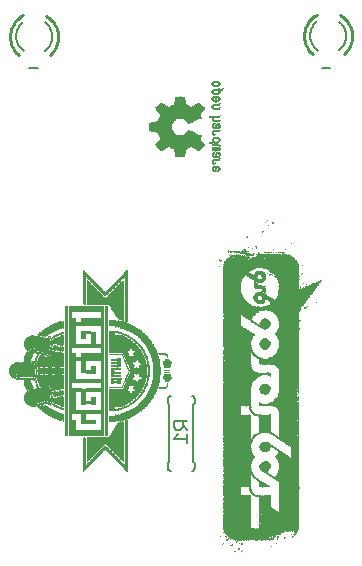
<source format=gbo>
G75*
G70*
%OFA0B0*%
%FSLAX24Y24*%
%IPPOS*%
%LPD*%
%AMOC8*
5,1,8,0,0,1.08239X$1,22.5*
%
%ADD10C,0.0070*%
%ADD11R,0.0014X0.0086*%
%ADD12R,0.0014X0.0071*%
%ADD13R,0.0014X0.0114*%
%ADD14R,0.0014X0.0129*%
%ADD15R,0.0014X0.0186*%
%ADD16R,0.0014X0.0214*%
%ADD17R,0.0014X0.0029*%
%ADD18R,0.0014X0.0028*%
%ADD19R,0.0014X0.0200*%
%ADD20R,0.0014X0.0228*%
%ADD21R,0.0014X0.0215*%
%ADD22R,0.0014X0.0243*%
%ADD23R,0.0014X0.0229*%
%ADD24R,0.0014X0.0257*%
%ADD25R,0.0014X0.0029*%
%ADD26R,0.0014X0.0028*%
%ADD27R,0.0014X0.0243*%
%ADD28R,0.0014X0.0271*%
%ADD29R,0.0014X0.0029*%
%ADD30R,0.0014X0.0028*%
%ADD31R,0.0014X0.0257*%
%ADD32R,0.0014X0.0085*%
%ADD33R,0.0014X0.0271*%
%ADD34R,0.0014X0.0257*%
%ADD35R,0.0014X0.0114*%
%ADD36R,0.0014X0.0271*%
%ADD37R,0.0014X0.0257*%
%ADD38R,0.0014X0.0143*%
%ADD39R,0.0014X0.0057*%
%ADD40R,0.0014X0.0057*%
%ADD41R,0.0014X0.0257*%
%ADD42R,0.0014X0.0042*%
%ADD43R,0.0014X0.0228*%
%ADD44R,0.0014X0.0229*%
%ADD45R,0.0014X0.0043*%
%ADD46R,0.0014X0.0214*%
%ADD47R,0.0014X0.0215*%
%ADD48R,0.0014X0.0043*%
%ADD49R,0.0014X0.0200*%
%ADD50R,0.0014X0.0043*%
%ADD51R,0.0014X0.0157*%
%ADD52R,0.0014X0.0114*%
%ADD53R,0.0014X0.0100*%
%ADD54R,0.0014X0.0014*%
%ADD55R,0.0014X0.0015*%
%ADD56R,0.0014X0.0286*%
%ADD57R,0.0014X0.0514*%
%ADD58R,0.0014X0.0686*%
%ADD59R,0.0014X0.0800*%
%ADD60R,0.0014X0.0914*%
%ADD61R,0.0014X0.1028*%
%ADD62R,0.0014X0.1114*%
%ADD63R,0.0014X0.1172*%
%ADD64R,0.0014X0.1258*%
%ADD65R,0.0014X0.1342*%
%ADD66R,0.0014X0.1400*%
%ADD67R,0.0014X0.1458*%
%ADD68R,0.0014X0.1514*%
%ADD69R,0.0014X0.1572*%
%ADD70R,0.0014X0.1628*%
%ADD71R,0.0014X0.1686*%
%ADD72R,0.0014X0.0714*%
%ADD73R,0.0014X0.0643*%
%ADD74R,0.0014X0.0600*%
%ADD75R,0.0014X0.0558*%
%ADD76R,0.0014X0.0528*%
%ADD77R,0.0014X0.0500*%
%ADD78R,0.0014X0.0486*%
%ADD79R,0.0014X0.0471*%
%ADD80R,0.0014X0.0443*%
%ADD81R,0.0014X0.0443*%
%ADD82R,0.0014X0.0428*%
%ADD83R,0.0014X0.0400*%
%ADD84R,0.0014X0.0415*%
%ADD85R,0.0014X0.0572*%
%ADD86R,0.0014X0.0686*%
%ADD87R,0.0014X0.0385*%
%ADD88R,0.0014X0.0271*%
%ADD89R,0.0014X0.0386*%
%ADD90R,0.0014X0.0214*%
%ADD91R,0.0014X0.0386*%
%ADD92R,0.0014X0.0171*%
%ADD93R,0.0014X0.0371*%
%ADD94R,0.0014X0.0157*%
%ADD95R,0.0014X0.0286*%
%ADD96R,0.0014X0.0372*%
%ADD97R,0.0014X0.0458*%
%ADD98R,0.0014X0.0357*%
%ADD99R,0.0014X0.0128*%
%ADD100R,0.0014X0.0600*%
%ADD101R,0.0014X0.0129*%
%ADD102R,0.0014X0.0714*%
%ADD103R,0.0014X0.0343*%
%ADD104R,0.0014X0.0115*%
%ADD105R,0.0014X0.0800*%
%ADD106R,0.0014X0.0343*%
%ADD107R,0.0014X0.0858*%
%ADD108R,0.0014X0.0343*%
%ADD109R,0.0014X0.0115*%
%ADD110R,0.0014X0.0942*%
%ADD111R,0.0014X0.0328*%
%ADD112R,0.0014X0.1000*%
%ADD113R,0.0014X0.0314*%
%ADD114R,0.0014X0.1086*%
%ADD115R,0.0014X0.0315*%
%ADD116R,0.0014X0.1142*%
%ADD117R,0.0014X0.0314*%
%ADD118R,0.0014X0.1200*%
%ADD119R,0.0014X0.0086*%
%ADD120R,0.0014X0.0857*%
%ADD121R,0.0014X0.0315*%
%ADD122R,0.0014X0.0100*%
%ADD123R,0.0014X0.0400*%
%ADD124R,0.0014X0.0457*%
%ADD125R,0.0014X0.0314*%
%ADD126R,0.0014X0.0428*%
%ADD127R,0.0014X0.0429*%
%ADD128R,0.0014X0.0400*%
%ADD129R,0.0014X0.0300*%
%ADD130R,0.0014X0.0086*%
%ADD131R,0.0014X0.0414*%
%ADD132R,0.0014X0.0415*%
%ADD133R,0.0014X0.0300*%
%ADD134R,0.0014X0.0085*%
%ADD135R,0.0014X0.0457*%
%ADD136R,0.0014X0.0386*%
%ADD137R,0.0014X0.0443*%
%ADD138R,0.0014X0.0472*%
%ADD139R,0.0014X0.0371*%
%ADD140R,0.0014X0.0485*%
%ADD141R,0.0014X0.0486*%
%ADD142R,0.0014X0.0157*%
%ADD143R,0.0014X0.0472*%
%ADD144R,0.0014X0.0285*%
%ADD145R,0.0014X0.0072*%
%ADD146R,0.0014X0.0457*%
%ADD147R,0.0014X0.0186*%
%ADD148R,0.0014X0.0071*%
%ADD149R,0.0014X0.0428*%
%ADD150R,0.0014X0.0071*%
%ADD151R,0.0014X0.0072*%
%ADD152R,0.0014X0.0272*%
%ADD153R,0.0014X0.0557*%
%ADD154R,0.0014X0.0542*%
%ADD155R,0.0014X0.0071*%
%ADD156R,0.0014X0.0285*%
%ADD157R,0.0014X0.0072*%
%ADD158R,0.0014X0.0614*%
%ADD159R,0.0014X0.0214*%
%ADD160R,0.0014X0.0271*%
%ADD161R,0.0014X0.0257*%
%ADD162R,0.0014X0.0357*%
%ADD163R,0.0014X0.0272*%
%ADD164R,0.0014X0.0329*%
%ADD165R,0.0014X0.0328*%
%ADD166R,0.0014X0.0329*%
%ADD167R,0.0014X0.0514*%
%ADD168R,0.0014X0.0071*%
%ADD169R,0.0014X0.0557*%
%ADD170R,0.0014X0.0258*%
%ADD171R,0.0014X0.0314*%
%ADD172R,0.0014X0.1028*%
%ADD173R,0.0014X0.0258*%
%ADD174R,0.0014X0.0057*%
%ADD175R,0.0014X0.1028*%
%ADD176R,0.0014X0.0058*%
%ADD177R,0.0014X0.0471*%
%ADD178R,0.0014X0.0429*%
%ADD179R,0.0014X0.0014*%
%ADD180R,0.0014X0.0372*%
%ADD181R,0.0014X0.0242*%
%ADD182R,0.0014X0.0057*%
%ADD183R,0.0014X0.0414*%
%ADD184R,0.0014X0.0057*%
%ADD185R,0.0014X0.0042*%
%ADD186R,0.0014X0.1714*%
%ADD187R,0.0014X0.0371*%
%ADD188R,0.0014X0.1728*%
%ADD189R,0.0014X0.1714*%
%ADD190R,0.0014X0.1700*%
%ADD191R,0.0014X0.0771*%
%ADD192R,0.0014X0.1686*%
%ADD193R,0.0014X0.0243*%
%ADD194R,0.0014X0.0058*%
%ADD195R,0.0014X0.0743*%
%ADD196R,0.0014X0.0042*%
%ADD197R,0.0014X0.1657*%
%ADD198R,0.0014X0.0058*%
%ADD199R,0.0014X0.0729*%
%ADD200R,0.0014X0.1643*%
%ADD201R,0.0014X0.0672*%
%ADD202R,0.0014X0.0157*%
%ADD203R,0.0014X0.0643*%
%ADD204R,0.0014X0.0614*%
%ADD205R,0.0014X0.1328*%
%ADD206R,0.0014X0.0586*%
%ADD207R,0.0014X0.0158*%
%ADD208R,0.0014X0.1328*%
%ADD209R,0.0014X0.0557*%
%ADD210R,0.0014X0.1314*%
%ADD211R,0.0014X0.0571*%
%ADD212R,0.0014X0.1300*%
%ADD213R,0.0014X0.0571*%
%ADD214R,0.0014X0.1285*%
%ADD215R,0.0014X0.0586*%
%ADD216R,0.0014X0.1257*%
%ADD217R,0.0014X0.1243*%
%ADD218R,0.0014X0.1229*%
%ADD219R,0.0014X0.0242*%
%ADD220R,0.0014X0.1214*%
%ADD221R,0.0014X0.0057*%
%ADD222R,0.0014X0.0600*%
%ADD223R,0.0014X0.0014*%
%ADD224R,0.0014X0.0300*%
%ADD225R,0.0014X0.0185*%
%ADD226R,0.0014X0.0143*%
%ADD227R,0.0014X0.1200*%
%ADD228R,0.0014X0.0185*%
%ADD229R,0.0014X0.0185*%
%ADD230R,0.0014X0.0142*%
%ADD231R,0.0014X0.1157*%
%ADD232R,0.0014X0.1128*%
%ADD233R,0.0014X0.1100*%
%ADD234R,0.0014X0.1058*%
%ADD235R,0.0014X0.0143*%
%ADD236R,0.0014X0.0229*%
%ADD237R,0.0014X0.0629*%
%ADD238R,0.0014X0.0085*%
%ADD239R,0.0014X0.0986*%
%ADD240R,0.0014X0.0629*%
%ADD241R,0.0014X0.0943*%
%ADD242R,0.0014X0.0629*%
%ADD243R,0.0014X0.0914*%
%ADD244R,0.0014X0.0871*%
%ADD245R,0.0014X0.0843*%
%ADD246R,0.0014X0.0800*%
%ADD247R,0.0014X0.0643*%
%ADD248R,0.0014X0.0771*%
%ADD249R,0.0014X0.0100*%
%ADD250R,0.0014X0.0700*%
%ADD251R,0.0014X0.0657*%
%ADD252R,0.0014X0.0628*%
%ADD253R,0.0014X0.0558*%
%ADD254R,0.0014X0.0514*%
%ADD255R,0.0014X0.0414*%
%ADD256R,0.0014X0.0657*%
%ADD257R,0.0014X0.0286*%
%ADD258R,0.0014X0.4342*%
%ADD259R,0.0014X0.4342*%
%ADD260R,0.0014X0.0157*%
%ADD261R,0.0014X0.0315*%
%ADD262R,0.0014X0.4342*%
%ADD263R,0.0014X0.0357*%
%ADD264R,0.0014X0.0214*%
%ADD265R,0.0014X0.0158*%
%ADD266R,0.0014X0.0271*%
%ADD267R,0.0014X0.0415*%
%ADD268R,0.0014X0.0214*%
%ADD269R,0.0014X0.0129*%
%ADD270R,0.0014X0.0429*%
%ADD271R,0.0014X0.0457*%
%ADD272R,0.0014X0.0500*%
%ADD273R,0.0014X0.0515*%
%ADD274R,0.0014X0.0529*%
%ADD275R,0.0014X0.0142*%
%ADD276R,0.0014X0.0543*%
%ADD277R,0.0014X0.0615*%
%ADD278R,0.0014X0.0558*%
%ADD279R,0.0014X0.0142*%
%ADD280R,0.0014X0.0700*%
%ADD281R,0.0014X0.0115*%
%ADD282R,0.0014X0.0715*%
%ADD283R,0.0014X0.0743*%
%ADD284R,0.0014X0.0772*%
%ADD285R,0.0014X0.0786*%
%ADD286R,0.0014X0.0815*%
%ADD287R,0.0014X0.1072*%
%ADD288R,0.0014X0.1115*%
%ADD289R,0.0014X0.0457*%
%ADD290R,0.0014X0.1129*%
%ADD291R,0.0014X0.0686*%
%ADD292R,0.0014X0.0457*%
%ADD293R,0.0014X0.1143*%
%ADD294R,0.0014X0.1143*%
%ADD295R,0.0014X0.1000*%
%ADD296R,0.0014X0.0872*%
%ADD297R,0.0014X0.0872*%
%ADD298R,0.0014X0.0542*%
%ADD299R,0.0014X0.1000*%
%ADD300R,0.0014X0.0872*%
%ADD301R,0.0014X0.0542*%
%ADD302R,0.0014X0.0357*%
%ADD303R,0.0014X0.0172*%
%ADD304R,0.0014X0.0486*%
%ADD305R,0.0014X0.0172*%
%ADD306R,0.0014X0.0171*%
%ADD307R,0.0014X0.0171*%
%ADD308R,0.0014X0.0172*%
%ADD309R,0.0014X0.0314*%
%ADD310R,0.0014X0.0500*%
%ADD311R,0.0014X0.0515*%
%ADD312R,0.0014X0.0158*%
%ADD313R,0.0014X0.0515*%
%ADD314R,0.0014X0.0258*%
%ADD315R,0.0014X0.0228*%
%ADD316R,0.0014X0.0529*%
%ADD317R,0.0014X0.0228*%
%ADD318R,0.0014X0.0529*%
%ADD319R,0.0014X0.0171*%
%ADD320R,0.0014X0.0171*%
%ADD321R,0.0014X0.0543*%
%ADD322R,0.0014X0.0071*%
%ADD323R,0.0014X0.0543*%
%ADD324R,0.0014X0.0328*%
%ADD325R,0.0014X0.0272*%
%ADD326R,0.0014X0.0471*%
%ADD327R,0.0014X0.0472*%
%ADD328R,0.0014X0.0186*%
%ADD329R,0.0014X0.0128*%
%ADD330R,0.0014X0.0014*%
%ADD331R,0.0014X0.0357*%
%ADD332R,0.0014X0.0357*%
%ADD333R,0.0014X0.0015*%
%ADD334R,0.0014X0.0028*%
%ADD335R,0.0014X0.0028*%
%ADD336R,0.0014X0.0528*%
%ADD337R,0.0014X0.0371*%
%ADD338R,0.0014X0.0371*%
%ADD339R,0.0014X0.0372*%
%ADD340R,0.0014X0.0586*%
%ADD341R,0.0014X0.0329*%
%ADD342R,0.0014X0.0200*%
%ADD343R,0.0014X0.0114*%
%ADD344R,0.0014X0.0572*%
%ADD345R,0.0014X0.0014*%
%ADD346R,0.0014X0.0572*%
%ADD347R,0.0014X0.0015*%
%ADD348R,0.0014X0.0342*%
%ADD349R,0.0014X0.0385*%
%ADD350R,0.0014X0.0342*%
%ADD351R,0.0014X0.0314*%
%ADD352R,0.0014X0.0514*%
%ADD353R,0.0014X0.0371*%
%ADD354R,0.0014X0.0342*%
%ADD355R,0.0014X0.0471*%
%ADD356R,0.0014X0.0471*%
%ADD357R,0.0014X0.0414*%
%ADD358R,0.0017X0.0033*%
%ADD359R,0.0017X0.0050*%
%ADD360R,0.0017X0.0050*%
%ADD361R,0.0017X0.0067*%
%ADD362R,0.0017X0.0084*%
%ADD363R,0.0017X0.0117*%
%ADD364R,0.0017X0.0133*%
%ADD365R,0.0017X0.0150*%
%ADD366R,0.0017X0.0150*%
%ADD367R,0.0017X0.0167*%
%ADD368R,0.0017X0.0016*%
%ADD369R,0.0017X0.0217*%
%ADD370R,0.0017X0.0217*%
%ADD371R,0.0017X0.0233*%
%ADD372R,0.0017X0.0250*%
%ADD373R,0.0017X0.0250*%
%ADD374R,0.0017X0.0316*%
%ADD375R,0.0017X0.0317*%
%ADD376R,0.0017X0.0350*%
%ADD377R,0.0017X0.0383*%
%ADD378R,0.0017X0.0400*%
%ADD379R,0.0017X0.0417*%
%ADD380R,0.0017X0.0417*%
%ADD381R,0.0017X0.0433*%
%ADD382R,0.0017X0.0017*%
%ADD383R,0.0017X0.0450*%
%ADD384R,0.0017X0.0017*%
%ADD385R,0.0017X0.0483*%
%ADD386R,0.0017X0.0016*%
%ADD387R,0.0017X0.0500*%
%ADD388R,0.0017X0.0516*%
%ADD389R,0.0017X0.0517*%
%ADD390R,0.0017X0.0533*%
%ADD391R,0.0017X0.0583*%
%ADD392R,0.0017X0.0583*%
%ADD393R,0.0017X0.0600*%
%ADD394R,0.0017X0.0616*%
%ADD395R,0.0017X0.0617*%
%ADD396R,0.0017X0.0034*%
%ADD397R,0.0017X0.0633*%
%ADD398R,0.0017X0.0717*%
%ADD399R,0.0017X0.0716*%
%ADD400R,0.0017X0.0733*%
%ADD401R,0.0017X0.0084*%
%ADD402R,0.0017X0.1683*%
%ADD403R,0.0017X0.0850*%
%ADD404R,0.0017X0.1184*%
%ADD405R,0.0017X0.0083*%
%ADD406R,0.0017X0.0066*%
%ADD407R,0.0017X0.0117*%
%ADD408R,0.0017X0.0100*%
%ADD409R,0.0017X0.0116*%
%ADD410R,0.0017X0.1266*%
%ADD411R,0.0017X0.1417*%
%ADD412R,0.0017X0.1750*%
%ADD413R,0.0017X0.0517*%
%ADD414R,0.0017X0.1483*%
%ADD415R,0.0017X0.0183*%
%ADD416R,0.0017X0.2716*%
%ADD417R,0.0017X0.3816*%
%ADD418R,0.0017X0.0033*%
%ADD419R,0.0017X0.0317*%
%ADD420R,0.0017X0.0167*%
%ADD421R,0.0017X0.3083*%
%ADD422R,0.0017X0.4167*%
%ADD423R,0.0017X0.0034*%
%ADD424R,0.0017X0.0383*%
%ADD425R,0.0017X0.0216*%
%ADD426R,0.0017X0.2750*%
%ADD427R,0.0017X0.4283*%
%ADD428R,0.0017X0.0184*%
%ADD429R,0.0017X0.1116*%
%ADD430R,0.0017X0.1950*%
%ADD431R,0.0017X0.2117*%
%ADD432R,0.0017X0.0184*%
%ADD433R,0.0017X0.0083*%
%ADD434R,0.0017X0.1650*%
%ADD435R,0.0017X0.2650*%
%ADD436R,0.0017X0.1250*%
%ADD437R,0.0017X0.3083*%
%ADD438R,0.0017X0.4633*%
%ADD439R,0.0017X0.4250*%
%ADD440R,0.0017X0.4484*%
%ADD441R,0.0017X0.4584*%
%ADD442R,0.0017X0.9116*%
%ADD443R,0.0017X0.9117*%
%ADD444R,0.0017X0.9117*%
%ADD445R,0.0017X0.9150*%
%ADD446R,0.0017X0.6333*%
%ADD447R,0.0017X0.2767*%
%ADD448R,0.0017X0.6367*%
%ADD449R,0.0017X0.2517*%
%ADD450R,0.0017X0.6617*%
%ADD451R,0.0017X0.2517*%
%ADD452R,0.0017X0.6384*%
%ADD453R,0.0017X0.2466*%
%ADD454R,0.0017X0.2366*%
%ADD455R,0.0017X0.6366*%
%ADD456R,0.0017X0.2467*%
%ADD457R,0.0017X0.6350*%
%ADD458R,0.0017X0.2383*%
%ADD459R,0.0017X0.6383*%
%ADD460R,0.0017X0.2467*%
%ADD461R,0.0017X0.2400*%
%ADD462R,0.0017X0.2417*%
%ADD463R,0.0017X0.6333*%
%ADD464R,0.0017X0.1567*%
%ADD465R,0.0017X0.0817*%
%ADD466R,0.0017X0.2500*%
%ADD467R,0.0017X0.6334*%
%ADD468R,0.0017X0.6317*%
%ADD469R,0.0017X0.2533*%
%ADD470R,0.0017X0.6317*%
%ADD471R,0.0017X0.2550*%
%ADD472R,0.0017X0.6300*%
%ADD473R,0.0017X0.1817*%
%ADD474R,0.0017X0.0783*%
%ADD475R,0.0017X0.6284*%
%ADD476R,0.0017X0.2583*%
%ADD477R,0.0017X0.6284*%
%ADD478R,0.0017X0.2600*%
%ADD479R,0.0017X0.6267*%
%ADD480R,0.0017X0.2583*%
%ADD481R,0.0017X0.6267*%
%ADD482R,0.0017X0.2683*%
%ADD483R,0.0017X0.6250*%
%ADD484R,0.0017X0.2617*%
%ADD485R,0.0017X0.6217*%
%ADD486R,0.0017X0.6200*%
%ADD487R,0.0017X0.2750*%
%ADD488R,0.0017X0.6200*%
%ADD489R,0.0017X0.2717*%
%ADD490R,0.0017X0.6183*%
%ADD491R,0.0017X0.1984*%
%ADD492R,0.0017X0.0716*%
%ADD493R,0.0017X0.1017*%
%ADD494R,0.0017X0.1050*%
%ADD495R,0.0017X0.0784*%
%ADD496R,0.0017X0.0650*%
%ADD497R,0.0017X0.0483*%
%ADD498R,0.0017X0.0950*%
%ADD499R,0.0017X0.0916*%
%ADD500R,0.0017X0.0700*%
%ADD501R,0.0017X0.0584*%
%ADD502R,0.0017X0.0734*%
%ADD503R,0.0017X0.0884*%
%ADD504R,0.0017X0.0816*%
%ADD505R,0.0017X0.0283*%
%ADD506R,0.0017X0.0617*%
%ADD507R,0.0017X0.0684*%
%ADD508R,0.0017X0.0750*%
%ADD509R,0.0017X0.0283*%
%ADD510R,0.0017X0.0683*%
%ADD511R,0.0017X0.0800*%
%ADD512R,0.0017X0.0783*%
%ADD513R,0.0017X0.0350*%
%ADD514R,0.0017X0.0133*%
%ADD515R,0.0017X0.0200*%
%ADD516R,0.0017X0.0734*%
%ADD517R,0.0017X0.0767*%
%ADD518R,0.0017X0.0434*%
%ADD519R,0.0017X0.0300*%
%ADD520R,0.0017X0.0550*%
%ADD521R,0.0017X0.0134*%
%ADD522R,0.0017X0.0766*%
%ADD523R,0.0017X0.0700*%
%ADD524R,0.0017X0.0234*%
%ADD525R,0.0017X0.0066*%
%ADD526R,0.0017X0.0850*%
%ADD527R,0.0017X0.0883*%
%ADD528R,0.0017X0.0684*%
%ADD529R,0.0017X0.0200*%
%ADD530R,0.0017X0.0917*%
%ADD531R,0.0017X0.0650*%
%ADD532R,0.0017X0.0450*%
%ADD533R,0.0017X0.0067*%
%ADD534R,0.0017X0.0917*%
%ADD535R,0.0017X0.0284*%
%ADD536R,0.0017X0.0634*%
%ADD537R,0.0017X0.0267*%
%ADD538R,0.0017X0.0433*%
%ADD539R,0.0017X0.0267*%
%ADD540R,0.0017X0.0950*%
%ADD541R,0.0017X0.1350*%
%ADD542R,0.0017X0.0567*%
%ADD543R,0.0017X0.0166*%
%ADD544R,0.0017X0.0234*%
%ADD545R,0.0017X0.1367*%
%ADD546R,0.0017X0.1384*%
%ADD547R,0.0017X0.0216*%
%ADD548R,0.0017X0.0100*%
%ADD549R,0.0017X0.0634*%
%ADD550R,0.0017X0.1383*%
%ADD551R,0.0017X0.0534*%
%ADD552R,0.0017X0.0266*%
%ADD553R,0.0017X0.1400*%
%ADD554R,0.0017X0.0166*%
%ADD555R,0.0017X0.1384*%
%ADD556R,0.0017X0.0333*%
%ADD557R,0.0017X0.1416*%
%ADD558R,0.0017X0.0316*%
%ADD559R,0.0017X0.0367*%
%ADD560R,0.0017X0.0366*%
%ADD561R,0.0017X0.0500*%
%ADD562R,0.0017X0.0600*%
%ADD563R,0.0017X0.1416*%
%ADD564R,0.0017X0.0384*%
%ADD565R,0.0017X0.0484*%
%ADD566R,0.0017X0.0933*%
%ADD567R,0.0017X0.0333*%
%ADD568R,0.0017X0.0266*%
%ADD569R,0.0017X0.0384*%
%ADD570R,0.0017X0.0367*%
%ADD571R,0.0017X0.0366*%
%ADD572R,0.0017X0.0400*%
%ADD573R,0.0017X0.0900*%
%ADD574R,0.0017X0.0334*%
%ADD575R,0.0017X0.0884*%
%ADD576R,0.0017X0.0334*%
%ADD577R,0.0017X0.0183*%
%ADD578R,0.0017X0.0667*%
%ADD579R,0.0017X0.0833*%
%ADD580R,0.0017X0.0467*%
%ADD581R,0.0017X0.0284*%
%ADD582R,0.0017X0.0300*%
%ADD583R,0.0017X0.0467*%
%ADD584R,0.0017X0.0550*%
%ADD585R,0.0017X0.1484*%
%ADD586R,0.0017X0.0233*%
%ADD587R,0.0017X0.0416*%
%ADD588R,0.0017X0.2683*%
%ADD589R,0.0017X0.1450*%
%ADD590R,0.0017X0.2633*%
%ADD591R,0.0017X0.1467*%
%ADD592R,0.0017X0.2600*%
%ADD593R,0.0017X0.1484*%
%ADD594R,0.0017X0.2434*%
%ADD595R,0.0017X0.2400*%
%ADD596R,0.0017X0.1516*%
%ADD597R,0.0017X0.0566*%
%ADD598R,0.0017X0.1500*%
%ADD599R,0.0017X0.1466*%
%ADD600R,0.0017X0.2550*%
%ADD601R,0.0017X0.2417*%
%ADD602R,0.0017X0.1500*%
%ADD603R,0.0017X0.2567*%
%ADD604R,0.0017X0.1516*%
%ADD605R,0.0017X0.0584*%
%ADD606R,0.0017X0.0683*%
%ADD607R,0.0017X0.2617*%
%ADD608R,0.0017X0.2650*%
%ADD609R,0.0017X0.2667*%
%ADD610R,0.0017X0.1450*%
%ADD611R,0.0017X0.0816*%
%ADD612R,0.0017X0.2667*%
%ADD613R,0.0017X0.0784*%
%ADD614R,0.0017X0.2717*%
%ADD615R,0.0017X0.2450*%
%ADD616R,0.0017X0.1550*%
%ADD617R,0.0017X0.9300*%
%ADD618R,0.0017X0.9317*%
%ADD619R,0.0017X0.9283*%
%ADD620R,0.0017X0.9533*%
%ADD621R,0.0017X0.9483*%
%ADD622R,0.0017X0.9550*%
%ADD623R,0.0017X0.8983*%
%ADD624R,0.0017X0.9517*%
%ADD625R,0.0017X0.9267*%
%ADD626R,0.0017X0.9350*%
%ADD627R,0.0017X0.9367*%
%ADD628R,0.0017X0.9384*%
%ADD629R,0.0017X0.9384*%
%ADD630R,0.0017X0.0516*%
%ADD631R,0.0017X0.8817*%
%ADD632R,0.0017X0.8817*%
%ADD633R,0.0017X0.9450*%
%ADD634R,0.0017X0.8584*%
%ADD635R,0.0017X0.8667*%
%ADD636R,0.0017X0.8584*%
%ADD637R,0.0017X0.0616*%
%ADD638R,0.0017X0.8650*%
%ADD639R,0.0017X0.8950*%
%ADD640R,0.0017X0.9283*%
%ADD641R,0.0017X0.9217*%
%ADD642R,0.0017X0.9183*%
%ADD643R,0.0017X0.3184*%
%ADD644R,0.0017X0.5950*%
%ADD645R,0.0017X0.2584*%
%ADD646R,0.0017X0.6184*%
%ADD647R,0.0017X0.2484*%
%ADD648R,0.0017X0.5183*%
%ADD649R,0.0017X0.1716*%
%ADD650R,0.0017X0.1383*%
%ADD651R,0.0017X0.5750*%
%ADD652R,0.0017X0.1083*%
%ADD653R,0.0017X0.2984*%
%ADD654R,0.0017X0.0717*%
%ADD655R,0.0017X0.1150*%
%ADD656R,0.0017X0.0966*%
%ADD657R,0.0017X0.0984*%
%ADD658C,0.0060*%
%ADD659C,0.0100*%
%ADD660R,0.0003X0.0003*%
%ADD661R,0.0003X0.0010*%
%ADD662R,0.0003X0.0020*%
%ADD663R,0.0003X0.0027*%
%ADD664R,0.0003X0.0033*%
%ADD665R,0.0003X0.0040*%
%ADD666R,0.0003X0.0050*%
%ADD667R,0.0003X0.0053*%
%ADD668R,0.0003X0.0053*%
%ADD669R,0.0003X0.0003*%
%ADD670R,0.0003X0.0003*%
%ADD671R,0.0003X0.0013*%
%ADD672R,0.0003X0.0053*%
%ADD673R,0.0003X0.0057*%
%ADD674R,0.0003X0.0020*%
%ADD675R,0.0003X0.0007*%
%ADD676R,0.0003X0.0050*%
%ADD677R,0.0003X0.0007*%
%ADD678R,0.0003X0.0047*%
%ADD679R,0.0003X0.0043*%
%ADD680R,0.0003X0.0077*%
%ADD681R,0.0003X0.0027*%
%ADD682R,0.0003X0.0027*%
%ADD683R,0.0003X0.0017*%
%ADD684R,0.0003X0.0070*%
%ADD685R,0.0003X0.0017*%
%ADD686R,0.0003X0.0060*%
%ADD687R,0.0003X0.0073*%
%ADD688R,0.0003X0.0090*%
%ADD689R,0.0003X0.0143*%
%ADD690R,0.0003X0.0087*%
%ADD691R,0.0003X0.0033*%
%ADD692R,0.0003X0.0037*%
%ADD693R,0.0003X0.0023*%
%ADD694R,0.0003X0.0083*%
%ADD695R,0.0003X0.0027*%
%ADD696R,0.0003X0.0083*%
%ADD697R,0.0003X0.0073*%
%ADD698R,0.0003X0.0070*%
%ADD699R,0.0003X0.0100*%
%ADD700R,0.0003X0.0150*%
%ADD701R,0.0003X0.0043*%
%ADD702R,0.0003X0.0030*%
%ADD703R,0.0003X0.0087*%
%ADD704R,0.0003X0.0030*%
%ADD705R,0.0003X0.0097*%
%ADD706R,0.0003X0.0080*%
%ADD707R,0.0003X0.0110*%
%ADD708R,0.0003X0.0153*%
%ADD709R,0.0003X0.0113*%
%ADD710R,0.0003X0.0050*%
%ADD711R,0.0003X0.0050*%
%ADD712R,0.0003X0.0037*%
%ADD713R,0.0003X0.0040*%
%ADD714R,0.0003X0.0090*%
%ADD715R,0.0003X0.0040*%
%ADD716R,0.0003X0.0103*%
%ADD717R,0.0003X0.0087*%
%ADD718R,0.0003X0.0090*%
%ADD719R,0.0003X0.0120*%
%ADD720R,0.0003X0.0157*%
%ADD721R,0.0003X0.0093*%
%ADD722R,0.0003X0.0040*%
%ADD723R,0.0003X0.0113*%
%ADD724R,0.0003X0.0187*%
%ADD725R,0.0003X0.0127*%
%ADD726R,0.0003X0.0160*%
%ADD727R,0.0003X0.0097*%
%ADD728R,0.0003X0.0123*%
%ADD729R,0.0003X0.0193*%
%ADD730R,0.0003X0.0120*%
%ADD731R,0.0003X0.0137*%
%ADD732R,0.0003X0.0167*%
%ADD733R,0.0003X0.0133*%
%ADD734R,0.0003X0.0130*%
%ADD735R,0.0003X0.0200*%
%ADD736R,0.0003X0.0143*%
%ADD737R,0.0003X0.0170*%
%ADD738R,0.0003X0.0140*%
%ADD739R,0.0003X0.0057*%
%ADD740R,0.0003X0.0100*%
%ADD741R,0.0003X0.0133*%
%ADD742R,0.0003X0.0200*%
%ADD743R,0.0003X0.0133*%
%ADD744R,0.0003X0.0147*%
%ADD745R,0.0003X0.0170*%
%ADD746R,0.0003X0.0140*%
%ADD747R,0.0003X0.0207*%
%ADD748R,0.0003X0.0153*%
%ADD749R,0.0003X0.0173*%
%ADD750R,0.0003X0.0103*%
%ADD751R,0.0003X0.0103*%
%ADD752R,0.0003X0.0160*%
%ADD753R,0.0003X0.0177*%
%ADD754R,0.0003X0.0157*%
%ADD755R,0.0003X0.0060*%
%ADD756R,0.0003X0.0013*%
%ADD757R,0.0003X0.0063*%
%ADD758R,0.0003X0.0067*%
%ADD759R,0.0003X0.0013*%
%ADD760R,0.0003X0.0063*%
%ADD761R,0.0003X0.0163*%
%ADD762R,0.0003X0.0180*%
%ADD763R,0.0003X0.0060*%
%ADD764R,0.0003X0.0167*%
%ADD765R,0.0003X0.0047*%
%ADD766R,0.0003X0.0170*%
%ADD767R,0.0003X0.0183*%
%ADD768R,0.0003X0.0167*%
%ADD769R,0.0003X0.0043*%
%ADD770R,0.0003X0.0047*%
%ADD771R,0.0003X0.0173*%
%ADD772R,0.0003X0.0077*%
%ADD773R,0.0003X0.0067*%
%ADD774R,0.0003X0.0070*%
%ADD775R,0.0003X0.0063*%
%ADD776R,0.0003X0.0063*%
%ADD777R,0.0003X0.0060*%
%ADD778R,0.0003X0.0053*%
%ADD779R,0.0003X0.0030*%
%ADD780R,0.0003X0.0057*%
%ADD781R,0.0003X0.0017*%
%ADD782R,0.0003X0.0073*%
%ADD783R,0.0003X0.0073*%
%ADD784R,0.0003X0.0080*%
%ADD785R,0.0003X0.0037*%
%ADD786R,0.0003X0.0023*%
%ADD787R,0.0003X0.0017*%
%ADD788R,0.0003X0.0110*%
%ADD789R,0.0003X0.0127*%
%ADD790R,0.0003X0.0117*%
%ADD791R,0.0003X0.0097*%
%ADD792R,0.0003X0.0097*%
%ADD793R,0.0003X0.0123*%
%ADD794R,0.0003X0.0133*%
%ADD795R,0.0003X0.0130*%
%ADD796R,0.0003X0.0163*%
%ADD797R,0.0003X0.0093*%
%ADD798R,0.0003X0.0107*%
%ADD799R,0.0003X0.0187*%
%ADD800R,0.0003X0.0010*%
%ADD801R,0.0003X0.0033*%
%ADD802R,0.0003X0.0037*%
%ADD803R,0.0003X0.0043*%
%ADD804R,0.0003X0.0143*%
%ADD805R,0.0003X0.0163*%
%ADD806R,0.0003X0.0137*%
%ADD807R,0.0003X0.0140*%
%ADD808R,0.0003X0.0150*%
%ADD809R,0.0003X0.0120*%
%ADD810R,0.0003X0.0120*%
%ADD811R,0.0003X0.0117*%
%ADD812R,0.0003X0.0110*%
%ADD813R,0.0003X0.0093*%
%ADD814R,0.0003X0.0130*%
%ADD815R,0.0003X0.0083*%
%ADD816R,0.0003X0.0083*%
%ADD817R,0.0003X0.0123*%
%ADD818R,0.0003X0.0070*%
%ADD819R,0.0003X0.0107*%
%ADD820R,0.0003X0.0103*%
%ADD821R,0.0003X0.0030*%
%ADD822R,0.0003X0.0007*%
%ADD823R,0.0003X0.0010*%
%ADD824R,0.0003X0.0067*%
%ADD825R,0.0003X0.0107*%
%ADD826R,0.0003X0.0140*%
%ADD827R,0.0003X0.0157*%
%ADD828R,0.0003X0.0163*%
%ADD829R,0.0003X0.0190*%
%ADD830R,0.0003X0.0197*%
%ADD831R,0.0003X0.0197*%
%ADD832R,0.0003X0.0213*%
%ADD833R,0.0003X0.0213*%
%ADD834R,0.0003X0.0220*%
%ADD835R,0.0003X0.0223*%
%ADD836R,0.0003X0.0230*%
%ADD837R,0.0003X0.0237*%
%ADD838R,0.0003X0.0247*%
%ADD839R,0.0003X0.0253*%
%ADD840R,0.0003X0.0263*%
%ADD841R,0.0003X0.0263*%
%ADD842R,0.0003X0.0270*%
%ADD843R,0.0003X0.0270*%
%ADD844R,0.0003X0.0280*%
%ADD845R,0.0003X0.0287*%
%ADD846R,0.0003X0.0297*%
%ADD847R,0.0003X0.0303*%
%ADD848R,0.0003X0.0077*%
%ADD849R,0.0003X0.0310*%
%ADD850R,0.0003X0.0313*%
%ADD851R,0.0003X0.0320*%
%ADD852R,0.0003X0.0320*%
%ADD853R,0.0003X0.0327*%
%ADD854R,0.0003X0.0327*%
%ADD855R,0.0003X0.0337*%
%ADD856R,0.0003X0.0107*%
%ADD857R,0.0003X0.0337*%
%ADD858R,0.0003X0.0344*%
%ADD859R,0.0003X0.0357*%
%ADD860R,0.0003X0.0123*%
%ADD861R,0.0003X0.0357*%
%ADD862R,0.0003X0.0494*%
%ADD863R,0.0003X0.0494*%
%ADD864R,0.0003X0.0497*%
%ADD865R,0.0003X0.0497*%
%ADD866R,0.0003X0.0504*%
%ADD867R,0.0003X0.0504*%
%ADD868R,0.0003X0.0507*%
%ADD869R,0.0003X0.0510*%
%ADD870R,0.0003X0.0514*%
%ADD871R,0.0003X0.0517*%
%ADD872R,0.0003X0.0520*%
%ADD873R,0.0003X0.0520*%
%ADD874R,0.0003X0.0527*%
%ADD875R,0.0003X0.0527*%
%ADD876R,0.0003X0.0530*%
%ADD877R,0.0003X0.0530*%
%ADD878R,0.0003X0.0534*%
%ADD879R,0.0003X0.0537*%
%ADD880R,0.0003X0.0540*%
%ADD881R,0.0003X0.0544*%
%ADD882R,0.0003X0.0550*%
%ADD883R,0.0003X0.0550*%
%ADD884R,0.0003X0.0554*%
%ADD885R,0.0003X0.0554*%
%ADD886R,0.0003X0.0557*%
%ADD887R,0.0003X0.0560*%
%ADD888R,0.0003X0.0560*%
%ADD889R,0.0003X0.0560*%
%ADD890R,0.0003X0.0560*%
%ADD891R,0.0003X0.0557*%
%ADD892R,0.0003X0.0554*%
%ADD893R,0.0003X0.0554*%
%ADD894R,0.0003X0.0550*%
%ADD895R,0.0003X0.0547*%
%ADD896R,0.0003X0.0547*%
%ADD897R,0.0003X0.0547*%
%ADD898R,0.0003X0.0547*%
%ADD899R,0.0003X0.0544*%
%ADD900R,0.0003X0.0540*%
%ADD901R,0.0003X0.0544*%
%ADD902R,0.0003X0.0540*%
%ADD903R,0.0003X0.0540*%
%ADD904R,0.0003X0.0537*%
%ADD905R,0.0003X0.0537*%
%ADD906R,0.0003X0.0537*%
%ADD907R,0.0003X0.0534*%
%ADD908R,0.0003X0.0530*%
%ADD909R,0.0003X0.0527*%
%ADD910R,0.0003X0.0527*%
%ADD911R,0.0003X0.0524*%
%ADD912R,0.0003X0.0524*%
%ADD913R,0.0003X0.0524*%
%ADD914R,0.0003X0.0520*%
%ADD915R,0.0003X0.0520*%
%ADD916R,0.0003X0.0517*%
%ADD917R,0.0003X0.0517*%
%ADD918R,0.0003X0.0517*%
%ADD919R,0.0003X0.0514*%
%ADD920R,0.0003X0.0514*%
%ADD921R,0.0003X0.0510*%
%ADD922R,0.0003X0.0507*%
%ADD923R,0.0003X0.0507*%
%ADD924R,0.0003X0.0507*%
%ADD925R,0.0003X0.0530*%
%ADD926R,0.0003X0.0550*%
%ADD927R,0.0003X0.0564*%
%ADD928R,0.0003X0.0564*%
%ADD929R,0.0003X0.0567*%
%ADD930R,0.0003X0.0570*%
%ADD931R,0.0003X0.0574*%
%ADD932R,0.0003X0.0574*%
%ADD933R,0.0003X0.0577*%
%ADD934R,0.0003X0.0577*%
%ADD935R,0.0003X0.0580*%
%ADD936R,0.0003X0.0580*%
%ADD937R,0.0003X0.0584*%
%ADD938R,0.0003X0.0584*%
%ADD939R,0.0003X0.0587*%
%ADD940R,0.0003X0.0587*%
%ADD941R,0.0003X0.0590*%
%ADD942R,0.0003X0.0594*%
%ADD943R,0.0003X0.0594*%
%ADD944R,0.0003X0.0597*%
%ADD945R,0.0003X0.0597*%
%ADD946R,0.0003X0.0600*%
%ADD947R,0.0003X0.0600*%
%ADD948R,0.0003X0.0604*%
%ADD949R,0.0003X0.0604*%
%ADD950R,0.0003X0.0604*%
%ADD951R,0.0003X0.0600*%
%ADD952R,0.0003X0.0597*%
%ADD953R,0.0003X0.0597*%
%ADD954R,0.0003X0.0590*%
%ADD955R,0.0003X0.0584*%
%ADD956R,0.0003X0.0584*%
%ADD957R,0.0003X0.0574*%
%ADD958R,0.0003X0.0574*%
%ADD959R,0.0003X0.0567*%
%ADD960R,0.0003X0.0544*%
%ADD961R,0.0003X0.0567*%
%ADD962R,0.0003X0.0617*%
%ADD963R,0.0003X0.0617*%
%ADD964R,0.0003X0.0630*%
%ADD965R,0.0003X0.0630*%
%ADD966R,0.0003X0.0644*%
%ADD967R,0.0003X0.0644*%
%ADD968R,0.0003X0.0660*%
%ADD969R,0.0003X0.0664*%
%ADD970R,0.0003X0.0677*%
%ADD971R,0.0003X0.0694*%
%ADD972R,0.0003X0.0690*%
%ADD973R,0.0003X0.0710*%
%ADD974R,0.0003X0.0710*%
%ADD975R,0.0003X0.0724*%
%ADD976R,0.0003X0.0724*%
%ADD977R,0.0003X0.0740*%
%ADD978R,0.0003X0.0737*%
%ADD979R,0.0003X0.0757*%
%ADD980R,0.0003X0.0760*%
%ADD981R,0.0003X0.0760*%
%ADD982R,0.0003X0.0764*%
%ADD983R,0.0003X0.0764*%
%ADD984R,0.0003X0.0760*%
%ADD985R,0.0003X0.0757*%
%ADD986R,0.0003X0.0754*%
%ADD987R,0.0003X0.0754*%
%ADD988R,0.0003X0.0750*%
%ADD989R,0.0003X0.0750*%
%ADD990R,0.0003X0.0747*%
%ADD991R,0.0003X0.0747*%
%ADD992R,0.0003X0.0744*%
%ADD993R,0.0003X0.0744*%
%ADD994R,0.0003X0.0744*%
%ADD995R,0.0003X0.0744*%
%ADD996R,0.0003X0.0740*%
%ADD997R,0.0003X0.0737*%
%ADD998R,0.0003X0.0734*%
%ADD999R,0.0003X0.0734*%
%ADD1000R,0.0003X0.0730*%
%ADD1001R,0.0003X0.0730*%
%ADD1002R,0.0003X0.0764*%
%ADD1003R,0.0003X0.0724*%
%ADD1004R,0.0003X0.0727*%
%ADD1005R,0.0003X0.0707*%
%ADD1006R,0.0003X0.0647*%
%ADD1007R,0.0003X0.0634*%
%ADD1008R,0.0003X0.0614*%
%ADD1009R,0.0003X0.0564*%
%ADD1010R,0.0003X0.0564*%
%ADD1011R,0.0003X0.0570*%
%ADD1012R,0.0003X0.0570*%
%ADD1013R,0.0003X0.0580*%
%ADD1014R,0.0003X0.0587*%
%ADD1015R,0.0003X0.0607*%
%ADD1016R,0.0003X0.0617*%
%ADD1017R,0.0003X0.0624*%
%ADD1018R,0.0003X0.0634*%
%ADD1019R,0.0003X0.0664*%
%ADD1020R,0.0003X0.1411*%
%ADD1021R,0.0003X0.1404*%
%ADD1022R,0.0003X0.1404*%
%ADD1023R,0.0003X0.1397*%
%ADD1024R,0.0003X0.1397*%
%ADD1025R,0.0003X0.1394*%
%ADD1026R,0.0003X0.1391*%
%ADD1027R,0.0003X0.1384*%
%ADD1028R,0.0003X0.1384*%
%ADD1029R,0.0003X0.1377*%
%ADD1030R,0.0003X0.1377*%
%ADD1031R,0.0003X0.1374*%
%ADD1032R,0.0003X0.1371*%
%ADD1033R,0.0003X0.1371*%
%ADD1034R,0.0003X0.1364*%
%ADD1035R,0.0003X0.1357*%
%ADD1036R,0.0003X0.1357*%
%ADD1037R,0.0003X0.1354*%
%ADD1038R,0.0003X0.1351*%
%ADD1039R,0.0003X0.1351*%
%ADD1040R,0.0003X0.1344*%
%ADD1041R,0.0003X0.1337*%
%ADD1042R,0.0003X0.1337*%
%ADD1043R,0.0003X0.1334*%
%ADD1044R,0.0003X0.1331*%
%ADD1045R,0.0003X0.1331*%
%ADD1046R,0.0003X0.1324*%
%ADD1047R,0.0003X0.1324*%
%ADD1048R,0.0003X0.1344*%
%ADD1049R,0.0003X0.1364*%
%ADD1050R,0.0003X0.1391*%
%ADD1051R,0.0003X0.1407*%
%ADD1052R,0.0003X0.1417*%
%ADD1053R,0.0003X0.1424*%
%ADD1054R,0.0003X0.1424*%
%ADD1055R,0.0003X0.1431*%
%ADD1056R,0.0003X0.1437*%
%ADD1057R,0.0003X0.1437*%
%ADD1058R,0.0003X0.1444*%
%ADD1059R,0.0003X0.1451*%
%ADD1060R,0.0003X0.1451*%
%ADD1061R,0.0003X0.1457*%
%ADD1062R,0.0003X0.1464*%
%ADD1063R,0.0003X0.1464*%
%ADD1064R,0.0003X0.1471*%
%ADD1065R,0.0003X0.1477*%
%ADD1066R,0.0003X0.1481*%
%ADD1067R,0.0003X0.1484*%
%ADD1068R,0.0003X0.1491*%
%ADD1069R,0.0003X0.1494*%
%ADD1070R,0.0003X0.1497*%
%ADD1071R,0.0003X0.1504*%
%ADD1072R,0.0003X0.1511*%
%ADD1073R,0.0003X0.1517*%
%ADD1074R,0.0003X0.1524*%
%ADD1075R,0.0003X0.1531*%
%ADD1076R,0.0003X0.1537*%
%ADD1077R,0.0003X0.1544*%
%ADD1078R,0.0003X0.1551*%
%ADD1079R,0.0003X0.1554*%
%ADD1080R,0.0003X0.1557*%
%ADD1081R,0.0003X0.1564*%
%ADD1082R,0.0003X0.1567*%
%ADD1083R,0.0003X0.1571*%
%ADD1084R,0.0003X0.1577*%
%ADD1085R,0.0003X0.1584*%
%ADD1086R,0.0003X0.1591*%
%ADD1087R,0.0003X0.1597*%
%ADD1088R,0.0003X0.1597*%
%ADD1089R,0.0003X0.1604*%
%ADD1090R,0.0003X0.1611*%
%ADD1091R,0.0003X0.1611*%
%ADD1092R,0.0003X0.1617*%
%ADD1093R,0.0003X0.1624*%
%ADD1094R,0.0003X0.1624*%
%ADD1095R,0.0003X0.1617*%
%ADD1096R,0.0003X0.1577*%
%ADD1097R,0.0003X0.1571*%
%ADD1098R,0.0003X0.1564*%
%ADD1099R,0.0003X0.0390*%
%ADD1100R,0.0003X0.0390*%
%ADD1101R,0.0003X0.0377*%
%ADD1102R,0.0003X0.0377*%
%ADD1103R,0.0003X0.0370*%
%ADD1104R,0.0003X0.0370*%
%ADD1105R,0.0003X0.0360*%
%ADD1106R,0.0003X0.0707*%
%ADD1107R,0.0003X0.0354*%
%ADD1108R,0.0003X0.0690*%
%ADD1109R,0.0003X0.0677*%
%ADD1110R,0.0003X0.0657*%
%ADD1111R,0.0003X0.0644*%
%ADD1112R,0.0003X0.0610*%
%ADD1113R,0.0003X0.0293*%
%ADD1114R,0.0003X0.0477*%
%ADD1115R,0.0003X0.0464*%
%ADD1116R,0.0003X0.0444*%
%ADD1117R,0.0003X0.0430*%
%ADD1118R,0.0003X0.0220*%
%ADD1119R,0.0003X0.0414*%
%ADD1120R,0.0003X0.0203*%
%ADD1121R,0.0003X0.0400*%
%ADD1122R,0.0003X0.0390*%
%ADD1123R,0.0003X0.0384*%
%ADD1124R,0.0003X0.0384*%
%ADD1125R,0.0003X0.0377*%
%ADD1126R,0.0003X0.0374*%
%ADD1127R,0.0003X0.0370*%
%ADD1128R,0.0003X0.0130*%
%ADD1129R,0.0003X0.0364*%
%ADD1130R,0.0003X0.0364*%
%ADD1131R,0.0003X0.0360*%
%ADD1132R,0.0003X0.0357*%
%ADD1133R,0.0003X0.0354*%
%ADD1134R,0.0003X0.0350*%
%ADD1135R,0.0003X0.0350*%
%ADD1136R,0.0003X0.0344*%
%ADD1137R,0.0003X0.0340*%
%ADD1138R,0.0003X0.0337*%
%ADD1139R,0.0003X0.0330*%
%ADD1140R,0.0003X0.0330*%
%ADD1141R,0.0003X0.0323*%
%ADD1142R,0.0003X0.0323*%
%ADD1143R,0.0003X0.0317*%
%ADD1144R,0.0003X0.0317*%
%ADD1145R,0.0003X0.0310*%
%ADD1146R,0.0003X0.0307*%
%ADD1147R,0.0003X0.0303*%
%ADD1148R,0.0003X0.0300*%
%ADD1149R,0.0003X0.0297*%
%ADD1150R,0.0003X0.0290*%
%ADD1151R,0.0003X0.0290*%
%ADD1152R,0.0003X0.0283*%
%ADD1153R,0.0003X0.0283*%
%ADD1154R,0.0003X0.0277*%
%ADD1155R,0.0003X0.0263*%
%ADD1156C,0.0050*%
D10*
X002513Y022643D02*
X002800Y022643D01*
X012263Y022643D02*
X012550Y022643D01*
D11*
X006255Y013333D03*
X005855Y012547D03*
X005555Y012604D03*
X005455Y012604D03*
X005455Y012704D03*
X005355Y012704D03*
X005455Y012490D03*
X005555Y012490D03*
X005555Y012390D03*
X005455Y012390D03*
X005355Y012390D03*
X006255Y011761D03*
X007255Y012804D03*
X002655Y011504D03*
X002655Y011404D03*
X002055Y012390D03*
D12*
X003155Y012025D03*
X003055Y011468D03*
X003155Y013068D03*
X005955Y013625D03*
X007255Y012325D03*
X005955Y011468D03*
D13*
X006341Y011890D03*
X006369Y011947D03*
X006541Y012547D03*
X006369Y013147D03*
X006341Y013204D03*
X007241Y012804D03*
X007141Y012090D03*
X001869Y012547D03*
D14*
X002141Y012325D03*
X002369Y012911D03*
X004141Y014125D03*
X004169Y014125D03*
X004241Y014125D03*
X004241Y011168D03*
X004169Y011168D03*
X004141Y011168D03*
X004441Y011168D03*
X004469Y011168D03*
X004541Y011168D03*
X004569Y011168D03*
X004641Y011168D03*
X004669Y011168D03*
X004741Y011168D03*
X004769Y011168D03*
X004841Y011168D03*
X004869Y011168D03*
X007241Y012325D03*
D15*
X007227Y012340D03*
X007227Y012797D03*
X006027Y012540D03*
X006012Y012540D03*
X006012Y012154D03*
X005998Y012154D03*
X005712Y009354D03*
X002627Y011454D03*
X002612Y011454D03*
X002384Y012940D03*
X005712Y015740D03*
D16*
X005198Y014140D03*
X005984Y012940D03*
X006127Y012540D03*
X007212Y012797D03*
X005198Y010954D03*
X003427Y011554D03*
X003427Y013540D03*
D17*
X003127Y013118D03*
X003084Y013075D03*
X002612Y012861D03*
X003084Y012018D03*
X003127Y011975D03*
X007084Y012561D03*
X007098Y012561D03*
X007112Y012561D03*
X007127Y012561D03*
X007184Y012561D03*
X007198Y012561D03*
X007212Y012561D03*
X007212Y012632D03*
X007198Y012632D03*
X007184Y012632D03*
X007127Y012632D03*
X007112Y012632D03*
X007098Y012632D03*
X007084Y012632D03*
D18*
X007084Y012490D03*
X007098Y012490D03*
X007112Y012490D03*
X007127Y012490D03*
X007184Y012490D03*
X007198Y012490D03*
X007212Y012490D03*
X005627Y012004D03*
X005627Y013090D03*
X003112Y013104D03*
X003098Y013090D03*
X002612Y012290D03*
X002127Y012390D03*
X003098Y012004D03*
X003112Y011990D03*
D19*
X003098Y011533D03*
X003012Y011518D03*
X002984Y011290D03*
X003398Y011561D03*
X003412Y011561D03*
X002598Y012047D03*
X002384Y011647D03*
X001884Y012547D03*
X002598Y013047D03*
X002384Y013447D03*
X002984Y013804D03*
X003398Y013533D03*
X003412Y013533D03*
X005984Y012147D03*
X005998Y012933D03*
X006012Y012933D03*
X007212Y012333D03*
D20*
X007198Y012804D03*
X005598Y014090D03*
X005584Y014090D03*
X005527Y014104D03*
X005512Y014104D03*
X003627Y014090D03*
X003012Y013804D03*
X002998Y013804D03*
X002998Y011290D03*
X003012Y011290D03*
X003627Y011004D03*
X005512Y010990D03*
X005527Y010990D03*
X005584Y011004D03*
X005598Y011004D03*
D21*
X005084Y010225D03*
X007198Y012325D03*
X005084Y014868D03*
X002398Y012125D03*
D22*
X003027Y011282D03*
X003398Y011082D03*
X003427Y011068D03*
X003484Y011054D03*
X003498Y011039D03*
X003512Y011039D03*
X003598Y011011D03*
X003612Y011011D03*
X004598Y011539D03*
X004612Y011539D03*
X004627Y011539D03*
X004684Y011539D03*
X004698Y011539D03*
X004712Y011539D03*
X004727Y011539D03*
X005398Y010968D03*
X005498Y010982D03*
X005612Y011011D03*
X005627Y011011D03*
X005684Y011025D03*
X005698Y011039D03*
X005712Y011039D03*
X005727Y011039D03*
X005784Y011068D03*
X005812Y011082D03*
X005827Y011082D03*
X005884Y011111D03*
X005912Y011125D03*
X005112Y010211D03*
X005027Y010211D03*
X006098Y012539D03*
X006112Y012539D03*
X007084Y012311D03*
X007084Y012811D03*
X007184Y012811D03*
X005912Y013968D03*
X005884Y013982D03*
X005827Y014011D03*
X005812Y014011D03*
X005784Y014025D03*
X005727Y014054D03*
X005712Y014054D03*
X005698Y014054D03*
X005684Y014068D03*
X005627Y014082D03*
X005612Y014082D03*
X005498Y014111D03*
X005398Y014125D03*
X005112Y014882D03*
X005027Y014882D03*
X004412Y013754D03*
X004398Y013754D03*
X004384Y013754D03*
X004327Y013754D03*
X004312Y013754D03*
X004298Y013754D03*
X004284Y013754D03*
X003612Y014082D03*
X003598Y014082D03*
X003512Y014054D03*
X003498Y014054D03*
X003484Y014039D03*
X003427Y014025D03*
X003398Y014011D03*
X003027Y013811D03*
X004598Y012582D03*
X004612Y012582D03*
X004627Y012582D03*
X004684Y012582D03*
X004698Y012582D03*
X004712Y012582D03*
X004727Y012582D03*
D23*
X005212Y014132D03*
X005227Y014132D03*
X005284Y014132D03*
X005298Y014132D03*
X005312Y014132D03*
X005327Y014132D03*
X005384Y014132D03*
X005412Y014118D03*
X005427Y014118D03*
X005484Y014118D03*
X005098Y014875D03*
X003584Y014075D03*
X003527Y014061D03*
X002398Y012961D03*
X003527Y011032D03*
X003584Y011018D03*
X005212Y010961D03*
X005227Y010961D03*
X005284Y010961D03*
X005298Y010961D03*
X005312Y010961D03*
X005327Y010961D03*
X005384Y010961D03*
X005412Y010975D03*
X005427Y010975D03*
X005484Y010975D03*
X005098Y010218D03*
X006084Y012532D03*
X007184Y012318D03*
D24*
X007169Y012818D03*
X005969Y013932D03*
X005969Y011161D03*
X003241Y011161D03*
X003041Y011275D03*
X003041Y013818D03*
X003241Y013932D03*
D25*
X003169Y013661D03*
X003069Y013118D03*
X002669Y012861D03*
X002641Y012261D03*
X002669Y012232D03*
X003169Y011432D03*
X006841Y011975D03*
X007041Y012561D03*
X007069Y012561D03*
X007069Y012632D03*
X007041Y012632D03*
X007141Y012632D03*
X007169Y012632D03*
X007169Y012561D03*
X007141Y012561D03*
X006841Y013118D03*
D26*
X007069Y013104D03*
X007069Y012490D03*
X007041Y012490D03*
X007141Y012490D03*
X007169Y012490D03*
X007069Y011990D03*
X002841Y012004D03*
X002841Y013090D03*
D27*
X002669Y012554D03*
X003469Y013554D03*
X003441Y014025D03*
X003469Y014039D03*
X003541Y014068D03*
X003569Y014068D03*
X004269Y013754D03*
X004341Y013754D03*
X004369Y013754D03*
X004641Y012582D03*
X004669Y012582D03*
X004741Y012582D03*
X004741Y011539D03*
X004669Y011539D03*
X004641Y011539D03*
X003569Y011025D03*
X003541Y011025D03*
X003469Y011054D03*
X003441Y011068D03*
X003469Y011539D03*
X005669Y011025D03*
X005741Y011054D03*
X005769Y011068D03*
X007169Y012311D03*
X005769Y014025D03*
X005741Y014039D03*
X005669Y014068D03*
D28*
X007155Y012825D03*
D29*
X007155Y012632D03*
X007155Y012561D03*
X007055Y012561D03*
X007055Y012632D03*
X003055Y013061D03*
X002655Y012818D03*
X002655Y012275D03*
X003055Y012032D03*
X003155Y011418D03*
X003155Y013675D03*
D30*
X007055Y012490D03*
X007155Y012490D03*
D31*
X007155Y012304D03*
X004855Y014189D03*
X004755Y014189D03*
X004655Y014189D03*
X004555Y014189D03*
X004455Y014189D03*
X004355Y014189D03*
X003355Y013989D03*
X003355Y011104D03*
D32*
X002741Y012175D03*
X005269Y012818D03*
X005341Y012818D03*
X005369Y012818D03*
X005441Y012818D03*
X005441Y012918D03*
X005369Y012918D03*
X005341Y012918D03*
X005269Y012918D03*
X005369Y012275D03*
X005441Y012275D03*
X005469Y012275D03*
X005469Y012175D03*
X005441Y012175D03*
X005369Y012175D03*
X005569Y012275D03*
X007141Y013018D03*
D33*
X007141Y012825D03*
X003141Y013868D03*
X003069Y013825D03*
X003169Y011625D03*
X003069Y011268D03*
X003141Y011225D03*
D34*
X003341Y011104D03*
X003341Y013989D03*
X004269Y014189D03*
X004341Y014189D03*
X004369Y014189D03*
X004441Y014189D03*
X004469Y014189D03*
X004541Y014189D03*
X004569Y014189D03*
X004641Y014189D03*
X004669Y014189D03*
X004741Y014189D03*
X004769Y014189D03*
X004841Y014189D03*
X004869Y014189D03*
X005841Y014004D03*
X005869Y013989D03*
X007141Y012304D03*
X005869Y011104D03*
X005841Y011089D03*
D35*
X007127Y013033D03*
X003327Y013533D03*
X003198Y011961D03*
X003327Y011561D03*
D36*
X003227Y011168D03*
X003227Y013925D03*
X005927Y013425D03*
X006084Y013868D03*
X005998Y013925D03*
X007112Y012825D03*
X007127Y012825D03*
X005927Y011668D03*
X006084Y011225D03*
X005998Y011168D03*
D37*
X006027Y011189D03*
X005127Y010204D03*
X005012Y010204D03*
X003384Y011089D03*
X002827Y012304D03*
X002827Y012789D03*
X002412Y012104D03*
X003384Y014004D03*
X004284Y014189D03*
X004298Y014189D03*
X004312Y014189D03*
X004327Y014189D03*
X004384Y014189D03*
X004398Y014189D03*
X004412Y014189D03*
X004427Y014189D03*
X004484Y014189D03*
X004498Y014189D03*
X004512Y014189D03*
X004527Y014189D03*
X004584Y014189D03*
X004598Y014189D03*
X004612Y014189D03*
X004627Y014189D03*
X004684Y014189D03*
X004698Y014189D03*
X004712Y014189D03*
X004727Y014189D03*
X004784Y014189D03*
X004798Y014189D03*
X004812Y014189D03*
X004827Y014189D03*
X004884Y014189D03*
X004898Y014189D03*
X004912Y014189D03*
X005012Y014889D03*
X005127Y014889D03*
X006027Y013904D03*
X007098Y012304D03*
X007112Y012304D03*
X007127Y012304D03*
D38*
X007127Y012075D03*
X007027Y012804D03*
X006427Y013018D03*
X006427Y012075D03*
X004912Y012218D03*
X004898Y012218D03*
X004884Y012218D03*
X004827Y012218D03*
X004812Y012218D03*
X004798Y012218D03*
X004784Y012218D03*
X004727Y012218D03*
X004712Y012218D03*
X004698Y012218D03*
X004684Y012218D03*
X004627Y012218D03*
X004612Y012218D03*
X004598Y012218D03*
X004584Y012218D03*
X004527Y012218D03*
X004512Y012218D03*
X004498Y012218D03*
X004484Y012218D03*
X004427Y012218D03*
X004412Y012218D03*
X004398Y012218D03*
X004384Y012218D03*
X004327Y012218D03*
X004312Y012218D03*
X004298Y012218D03*
X004284Y012218D03*
X004227Y012218D03*
X004212Y012218D03*
X004198Y012218D03*
X004184Y012218D03*
X004127Y012218D03*
X004112Y012218D03*
X004098Y012218D03*
X004098Y011904D03*
X004112Y011904D03*
X004127Y011904D03*
X004184Y011904D03*
X004198Y011904D03*
X004212Y011904D03*
X004227Y011904D03*
X004427Y011904D03*
X004484Y011904D03*
X004498Y011904D03*
X004512Y011904D03*
X004527Y011904D03*
X004584Y011904D03*
X004598Y011904D03*
X004612Y011904D03*
X004627Y011904D03*
X004684Y011904D03*
X004698Y011904D03*
X004712Y011904D03*
X004727Y011904D03*
X004784Y011904D03*
X004798Y011904D03*
X004812Y011904D03*
X004827Y011904D03*
X004884Y011904D03*
X004898Y011904D03*
X004912Y011904D03*
X004912Y013389D03*
X004898Y013389D03*
X004884Y013389D03*
X004827Y013389D03*
X004812Y013389D03*
X004798Y013389D03*
X004784Y013389D03*
X004584Y013389D03*
X004527Y013389D03*
X004512Y013389D03*
X004498Y013389D03*
X004484Y013389D03*
X004427Y013389D03*
X004412Y013389D03*
X004398Y013389D03*
X004384Y013389D03*
X004327Y013389D03*
X004312Y013389D03*
X004298Y013389D03*
X004284Y013389D03*
X004227Y013389D03*
X004212Y013389D03*
X004198Y013389D03*
X004184Y013389D03*
X004127Y013389D03*
X004112Y013389D03*
X004098Y013389D03*
X002912Y013775D03*
X002612Y013075D03*
X002798Y013032D03*
X002798Y012061D03*
X002612Y012018D03*
X002912Y011318D03*
X004484Y009404D03*
X004498Y009418D03*
X004512Y009432D03*
X004584Y009504D03*
X004598Y009518D03*
X004612Y009532D03*
X004684Y009604D03*
X004698Y009618D03*
X004984Y009918D03*
X004998Y009932D03*
X005027Y009961D03*
X005084Y009975D03*
X005098Y009961D03*
X005127Y009932D03*
X005184Y009875D03*
X005198Y009861D03*
X005227Y009832D03*
X005284Y009775D03*
X005298Y009761D03*
X005327Y009732D03*
X005384Y009675D03*
X005398Y009661D03*
X005427Y009632D03*
X005484Y009575D03*
X005498Y009561D03*
X005527Y009532D03*
X005084Y015118D03*
X005098Y015132D03*
X005127Y015161D03*
X005184Y015218D03*
X005198Y015232D03*
X005227Y015261D03*
X005284Y015318D03*
X005298Y015332D03*
X005327Y015361D03*
X005384Y015418D03*
X005398Y015432D03*
X005427Y015461D03*
X005484Y015518D03*
X005498Y015532D03*
X005527Y015561D03*
X005027Y015132D03*
X004998Y015161D03*
X004984Y015175D03*
X004698Y015475D03*
X004684Y015489D03*
X004612Y015561D03*
X004598Y015575D03*
X004584Y015589D03*
X004512Y015661D03*
X004498Y015675D03*
X004484Y015689D03*
D39*
X005198Y013861D03*
X005212Y013861D03*
X005227Y013861D03*
X005284Y013861D03*
X005298Y013861D03*
X005312Y013861D03*
X005327Y013861D03*
X005484Y013832D03*
X005498Y013832D03*
X005527Y013818D03*
X005684Y013775D03*
X005698Y013761D03*
X005712Y013761D03*
X005784Y013732D03*
X005798Y013718D03*
X005812Y013718D03*
X005884Y013675D03*
X005898Y013661D03*
X005812Y012661D03*
X005827Y012461D03*
X005898Y011432D03*
X005884Y011418D03*
X005812Y011375D03*
X005798Y011375D03*
X005784Y011361D03*
X005712Y011332D03*
X005698Y011332D03*
X005684Y011318D03*
X005527Y011275D03*
X005498Y011261D03*
X005484Y011261D03*
X005327Y011232D03*
X005312Y011232D03*
X005298Y011232D03*
X005284Y011232D03*
X005227Y011232D03*
X005212Y011232D03*
X005198Y011232D03*
X003527Y011318D03*
X003512Y011332D03*
X003498Y011332D03*
X003427Y011375D03*
X003412Y011375D03*
X003312Y011432D03*
X003198Y011475D03*
X002798Y012318D03*
X002712Y013175D03*
X002527Y013218D03*
X002512Y013232D03*
X003198Y013618D03*
X003312Y013661D03*
X003412Y013718D03*
X003427Y013718D03*
X003498Y013761D03*
X003512Y013761D03*
X003527Y013775D03*
X007112Y013075D03*
X007112Y012018D03*
D40*
X007098Y012004D03*
X007098Y013089D03*
X005984Y013604D03*
X005827Y013704D03*
X005627Y013789D03*
X005612Y013804D03*
X005598Y013804D03*
X005584Y013804D03*
X005984Y011489D03*
X005827Y011389D03*
X005627Y011304D03*
X005612Y011289D03*
X005598Y011289D03*
X005584Y011289D03*
X003627Y011289D03*
X003612Y011289D03*
X003598Y011304D03*
X003584Y011304D03*
X003398Y011389D03*
X003384Y011389D03*
X002584Y011504D03*
X002084Y012304D03*
X002598Y013304D03*
X003384Y013704D03*
X003398Y013704D03*
X003584Y013789D03*
X003598Y013789D03*
X003612Y013804D03*
X003627Y013804D03*
D41*
X003412Y014018D03*
X003327Y013975D03*
X003312Y013975D03*
X003298Y013961D03*
X003284Y013961D03*
X003212Y013918D03*
X002584Y013018D03*
X002584Y012075D03*
X003127Y011775D03*
X003212Y011175D03*
X003284Y011132D03*
X003298Y011132D03*
X003312Y011118D03*
X003327Y011118D03*
X003412Y011075D03*
X005798Y011075D03*
X005898Y011118D03*
X005927Y011132D03*
X005984Y011161D03*
X007098Y012818D03*
X005984Y013932D03*
X005927Y013961D03*
X005898Y013975D03*
X005798Y014018D03*
D42*
X005712Y012897D03*
X005798Y012697D03*
X005798Y012397D03*
X005712Y012197D03*
X007084Y011997D03*
X007084Y013097D03*
X002727Y012897D03*
X002727Y012197D03*
D43*
X003641Y011004D03*
X003669Y010990D03*
X005541Y010990D03*
X007069Y012804D03*
X005541Y014104D03*
X003669Y014104D03*
X003641Y014090D03*
D44*
X005041Y014875D03*
X005241Y014132D03*
X005269Y014132D03*
X005341Y014132D03*
X005369Y014132D03*
X005441Y014118D03*
X005469Y014118D03*
X005641Y014075D03*
X007069Y012318D03*
X005641Y011018D03*
X005469Y010975D03*
X005441Y010975D03*
X005369Y010961D03*
X005341Y010961D03*
X005269Y010961D03*
X005241Y010961D03*
X005041Y010218D03*
X003141Y011761D03*
D45*
X002555Y012282D03*
X002455Y012282D03*
X002355Y012282D03*
X002255Y012282D03*
X002755Y013168D03*
X002955Y013125D03*
X003055Y013111D03*
X003155Y013182D03*
X005355Y013854D03*
X005455Y013839D03*
X005655Y013782D03*
X005655Y013025D03*
X005655Y012068D03*
X005655Y011311D03*
X005455Y011254D03*
X005355Y011239D03*
X006855Y011982D03*
X006955Y011982D03*
X007055Y011982D03*
X007055Y013111D03*
X006955Y013111D03*
X006855Y013111D03*
D46*
X007055Y012797D03*
X006055Y012540D03*
D47*
X007055Y012325D03*
X005055Y010225D03*
X005055Y014868D03*
D48*
X005369Y013854D03*
X005569Y013811D03*
X005641Y013068D03*
X005741Y012825D03*
X005769Y012325D03*
X005741Y012268D03*
X005641Y012025D03*
X005569Y011282D03*
X005369Y011239D03*
X006869Y011982D03*
X006941Y011982D03*
X006969Y011982D03*
X007041Y011982D03*
X007041Y013111D03*
X006969Y013111D03*
X006941Y013111D03*
X006869Y013111D03*
X003169Y013211D03*
X003041Y013111D03*
X002969Y013125D03*
X002941Y013125D03*
X002869Y013139D03*
X002741Y013168D03*
X002641Y012839D03*
X002569Y012282D03*
X002541Y012282D03*
X002469Y012282D03*
X002441Y012282D03*
X002369Y012282D03*
X002341Y012282D03*
X002269Y012282D03*
X002669Y011511D03*
X002769Y011525D03*
X003169Y011882D03*
X003141Y011954D03*
D49*
X002741Y012361D03*
X005069Y010233D03*
X005969Y012147D03*
X006041Y012533D03*
X006141Y012533D03*
X005469Y012761D03*
X007041Y012790D03*
X007041Y012333D03*
X005069Y014861D03*
D50*
X005512Y013825D03*
X005684Y012968D03*
X005698Y012925D03*
X005727Y012868D03*
X005784Y012725D03*
X005827Y012625D03*
X005812Y012425D03*
X005784Y012368D03*
X005727Y012225D03*
X005698Y012168D03*
X005684Y012125D03*
X005512Y011268D03*
X006884Y011982D03*
X006898Y011982D03*
X006912Y011982D03*
X006927Y011982D03*
X006984Y011982D03*
X006998Y011982D03*
X007012Y011982D03*
X007027Y011982D03*
X007027Y013111D03*
X007012Y013111D03*
X006998Y013111D03*
X006984Y013111D03*
X006927Y013111D03*
X006912Y013111D03*
X006898Y013111D03*
X006884Y013111D03*
X003298Y013654D03*
X003227Y013668D03*
X003184Y013654D03*
X002827Y013739D03*
X002512Y013311D03*
X002727Y013168D03*
X002784Y013154D03*
X002798Y013154D03*
X002812Y013154D03*
X002827Y013154D03*
X002884Y013139D03*
X002898Y013139D03*
X002912Y013139D03*
X002984Y013125D03*
X002998Y013125D03*
X003027Y013111D03*
X003127Y013054D03*
X003127Y013211D03*
X002684Y012854D03*
X002598Y012282D03*
X002584Y012282D03*
X002527Y012282D03*
X002512Y012282D03*
X002498Y012282D03*
X002484Y012282D03*
X002427Y012282D03*
X002412Y012282D03*
X002398Y012282D03*
X002384Y012282D03*
X002327Y012282D03*
X002312Y012282D03*
X002298Y012282D03*
X002284Y012282D03*
X002684Y012239D03*
X003127Y012039D03*
X003184Y011439D03*
X003227Y011425D03*
X003298Y011439D03*
X002827Y011354D03*
D51*
X002927Y011311D03*
X003327Y011768D03*
X003412Y011782D03*
X003427Y011782D03*
X003584Y011811D03*
X003598Y011811D03*
X003612Y011811D03*
X003227Y011882D03*
X003412Y013311D03*
X003427Y013311D03*
X003327Y013325D03*
X003584Y013282D03*
X003598Y013282D03*
X003612Y013282D03*
X002927Y013782D03*
X004784Y015382D03*
X004798Y015368D03*
X004884Y015282D03*
X004898Y015268D03*
X005584Y015625D03*
X005627Y015668D03*
X005684Y015725D03*
X007027Y012325D03*
X004898Y009825D03*
X004884Y009811D03*
X004798Y009725D03*
X004784Y009711D03*
X005584Y009468D03*
X005627Y009425D03*
X005684Y009368D03*
D52*
X007012Y012804D03*
X002627Y013090D03*
X002627Y012004D03*
D53*
X002812Y012040D03*
X002884Y011540D03*
X002898Y011540D03*
X002912Y011540D03*
X002984Y011554D03*
X002998Y011554D03*
X003027Y011568D03*
X003112Y011583D03*
X003127Y011583D03*
X003184Y011597D03*
X003198Y011783D03*
X003184Y011983D03*
X002827Y011526D03*
X002812Y011526D03*
X002798Y011526D03*
X002884Y011326D03*
X002627Y012368D03*
X002612Y012368D03*
X002598Y012368D03*
X002584Y012368D03*
X002527Y012368D03*
X002512Y012368D03*
X002498Y012368D03*
X002484Y012368D03*
X002427Y012368D03*
X002412Y012368D03*
X002398Y012368D03*
X002384Y012368D03*
X002327Y012368D03*
X002312Y012368D03*
X002298Y012368D03*
X002284Y012368D03*
X002812Y013054D03*
X002812Y013240D03*
X002798Y013240D03*
X002784Y013240D03*
X002827Y013240D03*
X002884Y013226D03*
X002898Y013226D03*
X002912Y013226D03*
X002984Y013211D03*
X002998Y013211D03*
X003027Y013197D03*
X003084Y013197D03*
X003184Y013111D03*
X003198Y013311D03*
X002884Y013768D03*
X004427Y013826D03*
X004484Y013826D03*
X004498Y013826D03*
X004512Y013826D03*
X004527Y013826D03*
X004584Y013826D03*
X006298Y013268D03*
X006312Y013254D03*
X006327Y013226D03*
X007012Y012326D03*
X006327Y011868D03*
X006312Y011840D03*
X006298Y011826D03*
X004584Y011468D03*
X004527Y011468D03*
X004512Y011468D03*
X004498Y011468D03*
X004484Y011468D03*
X004427Y011468D03*
D54*
X005198Y011997D03*
X005212Y011997D03*
X005227Y011997D03*
X005284Y011997D03*
X005298Y011997D03*
X005312Y011997D03*
X005327Y011997D03*
X005384Y011997D03*
X005398Y011997D03*
X005412Y011997D03*
X005427Y011997D03*
X005484Y011997D03*
X005498Y011997D03*
X005512Y011997D03*
X005527Y011997D03*
X005584Y011997D03*
X005598Y011997D03*
X005612Y011997D03*
X006027Y012340D03*
X005612Y013097D03*
X005598Y013097D03*
X005584Y013097D03*
X005527Y013097D03*
X005512Y013097D03*
X005498Y013097D03*
X005484Y013097D03*
X005427Y013097D03*
X005412Y013097D03*
X005398Y013097D03*
X005384Y013097D03*
X005327Y013097D03*
X005312Y013097D03*
X005298Y013097D03*
X005284Y013097D03*
X005227Y013097D03*
X005212Y013097D03*
X005198Y013097D03*
X006998Y012797D03*
X003098Y013040D03*
X002698Y013254D03*
X002598Y012854D03*
X002627Y012297D03*
X002612Y012240D03*
X002598Y012240D03*
X003098Y012054D03*
X002812Y011354D03*
X002812Y013740D03*
D55*
X003084Y013125D03*
X002227Y012368D03*
X003184Y011668D03*
X006027Y012725D03*
X006998Y012325D03*
D56*
X006898Y012547D03*
X006012Y013347D03*
X005998Y013361D03*
X006184Y013790D03*
X006127Y013833D03*
X006112Y013847D03*
X004984Y014904D03*
X003127Y013861D03*
X003112Y013847D03*
X003098Y013847D03*
X003084Y013833D03*
X002427Y012090D03*
X003112Y011790D03*
X003084Y011261D03*
X003098Y011247D03*
X003112Y011247D03*
X003127Y011233D03*
X004984Y010190D03*
X006112Y011247D03*
X006127Y011261D03*
X006184Y011304D03*
X005998Y011733D03*
X006012Y011747D03*
D57*
X006884Y012547D03*
X002527Y011647D03*
D58*
X004269Y012804D03*
X004341Y012804D03*
X004369Y012804D03*
X006869Y012547D03*
D59*
X006855Y012547D03*
D60*
X006841Y012547D03*
D61*
X006827Y012547D03*
X005927Y012547D03*
X005912Y012547D03*
D62*
X006812Y012547D03*
D63*
X006798Y012547D03*
X005527Y014847D03*
X005527Y010247D03*
D64*
X006784Y012547D03*
D65*
X006769Y012547D03*
D66*
X006755Y012547D03*
D67*
X006741Y012547D03*
D68*
X006727Y012547D03*
D69*
X006712Y012547D03*
D70*
X006698Y012547D03*
D71*
X006684Y012547D03*
D72*
X006669Y012047D03*
X006669Y013047D03*
D73*
X006655Y013111D03*
X006655Y011982D03*
X005355Y011625D03*
X005255Y011625D03*
X005255Y013468D03*
X005355Y013468D03*
D74*
X005541Y013447D03*
X005569Y013447D03*
X006641Y013161D03*
X006641Y011933D03*
X006069Y011947D03*
X005569Y011647D03*
X005541Y011647D03*
X004669Y010033D03*
X004669Y015061D03*
D75*
X004684Y013597D03*
X004698Y013597D03*
X004712Y013597D03*
X004727Y013597D03*
X004627Y013597D03*
X004612Y013597D03*
X004598Y013597D03*
X004412Y011697D03*
X004398Y011697D03*
X004384Y011697D03*
X004327Y011697D03*
X004312Y011697D03*
X004298Y011697D03*
X004284Y011697D03*
X006627Y011897D03*
X006627Y013197D03*
D76*
X006612Y013240D03*
X006112Y013140D03*
X006612Y011854D03*
D77*
X006598Y011826D03*
X006112Y011940D03*
X006184Y013068D03*
X006598Y013268D03*
X003612Y012911D03*
X003598Y012911D03*
X003584Y012911D03*
X003584Y012183D03*
X003598Y012183D03*
X003612Y012183D03*
D78*
X003627Y012190D03*
X003627Y012904D03*
X002512Y011647D03*
X002498Y011647D03*
X002012Y012547D03*
X001998Y012547D03*
X004784Y015004D03*
X006198Y013047D03*
X006584Y013304D03*
X006584Y011790D03*
X004784Y010090D03*
D79*
X006569Y011768D03*
X006569Y013325D03*
D80*
X006555Y013354D03*
X006155Y011968D03*
X006555Y011739D03*
D81*
X006541Y011711D03*
X006241Y013011D03*
X006141Y013139D03*
X006541Y013382D03*
X003241Y012882D03*
X003241Y012211D03*
X002541Y013482D03*
D82*
X002698Y013504D03*
X006527Y013404D03*
X006527Y011690D03*
D83*
X006498Y011647D03*
X006527Y012547D03*
X005827Y012947D03*
X006498Y013447D03*
X003212Y012861D03*
X003012Y012861D03*
X002884Y012861D03*
X002584Y012633D03*
X002527Y012633D03*
X002512Y012633D03*
X002498Y012633D03*
X002484Y012633D03*
X002427Y012633D03*
X002412Y012633D03*
X002398Y012633D03*
X002384Y012633D03*
X002327Y012633D03*
X002312Y012633D03*
X002298Y012633D03*
X002284Y012633D03*
X002127Y012633D03*
X002612Y013533D03*
X002784Y013504D03*
X002798Y013504D03*
X002812Y013504D03*
X002827Y013504D03*
X002884Y013490D03*
X002898Y013490D03*
X002912Y013490D03*
X002927Y013490D03*
X002984Y013476D03*
X002998Y013476D03*
X003012Y013476D03*
X003027Y013461D03*
X003084Y013461D03*
X003112Y013447D03*
X003127Y013447D03*
X003212Y012233D03*
X003012Y012233D03*
X002884Y012233D03*
D84*
X002984Y012225D03*
X002998Y012225D03*
X003227Y012225D03*
X002998Y012868D03*
X002984Y012868D03*
X006512Y013425D03*
X006512Y011668D03*
D85*
X006084Y011947D03*
X006512Y012547D03*
X004698Y010047D03*
X002627Y013447D03*
X002212Y012547D03*
X002198Y012547D03*
X002184Y012547D03*
X004698Y015047D03*
D86*
X004584Y015104D03*
X005727Y013333D03*
X006498Y012547D03*
X005727Y011761D03*
X004412Y012804D03*
X004398Y012804D03*
X004384Y012804D03*
X004327Y012804D03*
X004312Y012804D03*
X004298Y012804D03*
X004284Y012804D03*
X004584Y009990D03*
D87*
X006484Y011625D03*
X006484Y013468D03*
X002784Y011768D03*
X002612Y012625D03*
X002598Y012625D03*
D88*
X002412Y012982D03*
X003198Y013911D03*
X004427Y013011D03*
X004484Y013011D03*
X004498Y013011D03*
X004512Y013011D03*
X004527Y013011D03*
X004584Y013011D03*
X004598Y013011D03*
X004612Y013011D03*
X004627Y013011D03*
X004684Y013011D03*
X004698Y013011D03*
X004712Y013011D03*
X004727Y013011D03*
X004784Y013011D03*
X004798Y013011D03*
X004812Y013011D03*
X004827Y013011D03*
X004884Y013011D03*
X004898Y013011D03*
X004912Y013011D03*
X006012Y013911D03*
X006484Y012811D03*
X006484Y012282D03*
X006012Y011182D03*
X003198Y011182D03*
D89*
X002669Y011740D03*
X001941Y012540D03*
X005869Y012840D03*
X005869Y013411D03*
X006469Y013497D03*
X006269Y012097D03*
X006469Y011597D03*
X005869Y011683D03*
D90*
X006469Y012211D03*
X006469Y012883D03*
X004869Y014611D03*
X004841Y014611D03*
X004769Y014611D03*
X004741Y014611D03*
X004669Y014611D03*
X004641Y014611D03*
X004569Y014611D03*
X004541Y014611D03*
X004469Y014611D03*
X004441Y014611D03*
X004369Y014611D03*
X004341Y014611D03*
X004269Y014611D03*
X004241Y014611D03*
X004169Y014611D03*
X004141Y014611D03*
X004069Y014611D03*
X004041Y014611D03*
X003969Y014611D03*
X004141Y010483D03*
X004169Y010483D03*
X004241Y010483D03*
X004269Y010483D03*
X004341Y010483D03*
X004369Y010483D03*
X004441Y010483D03*
X004469Y010483D03*
X004541Y010483D03*
X004569Y010483D03*
X004641Y010483D03*
X004669Y010483D03*
X004741Y010483D03*
X004769Y010483D03*
X004841Y010483D03*
X004869Y010483D03*
D91*
X006455Y011583D03*
X006455Y013511D03*
D92*
X006455Y012932D03*
X006455Y012161D03*
X003155Y011732D03*
D93*
X006441Y011561D03*
X006441Y013532D03*
D94*
X006441Y012982D03*
X006441Y012111D03*
X004941Y009868D03*
X004841Y009768D03*
X004741Y009668D03*
X005569Y009482D03*
X005641Y009411D03*
X005669Y009382D03*
X003669Y011825D03*
X003569Y011811D03*
X003441Y011782D03*
X003369Y011768D03*
X003341Y011768D03*
X002941Y011311D03*
X003441Y013311D03*
X003369Y013325D03*
X003341Y013325D03*
X003569Y013282D03*
X003669Y013268D03*
X002941Y013782D03*
X004741Y015425D03*
X004841Y015325D03*
X004941Y015225D03*
X005569Y015611D03*
X005641Y015682D03*
X005669Y015711D03*
D95*
X006141Y013833D03*
X006169Y013804D03*
X005941Y013404D03*
X006441Y012547D03*
X005941Y011690D03*
X006169Y011290D03*
X006141Y011261D03*
X003541Y011533D03*
X003169Y011204D03*
X003541Y013561D03*
X003169Y013890D03*
D96*
X003184Y012847D03*
X003184Y012247D03*
X002998Y011804D03*
X002984Y011804D03*
X002912Y011790D03*
X002898Y011790D03*
X002884Y011790D03*
X002627Y011747D03*
X002612Y011747D03*
X004898Y010147D03*
X006427Y011547D03*
X006427Y013547D03*
X004898Y014947D03*
D97*
X006427Y012547D03*
X006212Y012047D03*
X006127Y011947D03*
X003084Y011747D03*
X002484Y011647D03*
X001984Y012547D03*
X002484Y013447D03*
D98*
X002498Y013511D03*
X005198Y010182D03*
X005884Y011682D03*
X006284Y012111D03*
X006412Y011525D03*
X006398Y011511D03*
X005884Y013411D03*
X006398Y013582D03*
X006412Y013568D03*
D99*
X006412Y013054D03*
X006198Y012540D03*
X006184Y012540D03*
X006412Y012040D03*
X003198Y013140D03*
D100*
X005527Y013447D03*
X006084Y013133D03*
X006412Y012547D03*
X005527Y011647D03*
D101*
X004912Y011168D03*
X004898Y011168D03*
X004884Y011168D03*
X004827Y011168D03*
X004812Y011168D03*
X004798Y011168D03*
X004784Y011168D03*
X004727Y011168D03*
X004712Y011168D03*
X004698Y011168D03*
X004684Y011168D03*
X004627Y011168D03*
X004612Y011168D03*
X004598Y011168D03*
X004584Y011168D03*
X004527Y011168D03*
X004512Y011168D03*
X004498Y011168D03*
X004484Y011168D03*
X004427Y011168D03*
X004227Y011168D03*
X004212Y011168D03*
X004198Y011168D03*
X004184Y011168D03*
X004127Y011168D03*
X004112Y011168D03*
X004098Y011168D03*
X003212Y011925D03*
X002727Y012311D03*
X002698Y012682D03*
X002727Y012782D03*
X003212Y013168D03*
X004098Y014125D03*
X004112Y014125D03*
X004127Y014125D03*
X004184Y014125D03*
X004198Y014125D03*
X004212Y014125D03*
X004227Y014125D03*
X005998Y012368D03*
X006398Y012011D03*
X006398Y013082D03*
D102*
X006398Y012547D03*
D103*
X005798Y012989D03*
X005798Y012104D03*
X006384Y011489D03*
X004927Y010161D03*
X003127Y012261D03*
X003112Y012261D03*
X003112Y012832D03*
X003127Y012832D03*
X002498Y013018D03*
X002484Y013018D03*
X002512Y013518D03*
X002527Y013532D03*
X004927Y014932D03*
X005184Y014918D03*
X006384Y013604D03*
D104*
X006384Y013118D03*
X006384Y011975D03*
X004584Y012518D03*
X004527Y012518D03*
X004512Y012518D03*
X004498Y012518D03*
X004484Y012518D03*
X004427Y012518D03*
X002898Y011318D03*
X002684Y011418D03*
X002698Y012418D03*
X002612Y013218D03*
X002898Y013775D03*
D105*
X004484Y015161D03*
X006384Y012547D03*
X004484Y009933D03*
D106*
X003641Y011532D03*
X003141Y012261D03*
X002641Y012604D03*
X002441Y013018D03*
X003141Y012832D03*
X003641Y013561D03*
X002469Y012061D03*
X006041Y013004D03*
X006369Y013618D03*
X006369Y011475D03*
D107*
X006369Y012547D03*
D108*
X006055Y012075D03*
X005855Y012232D03*
X005855Y012861D03*
X006355Y013632D03*
X006355Y011461D03*
D109*
X006355Y011918D03*
X006355Y013175D03*
X004555Y012518D03*
X004455Y012518D03*
D110*
X006355Y012547D03*
D111*
X006341Y011440D03*
X006341Y013654D03*
D112*
X006341Y012547D03*
X004069Y012647D03*
X004041Y012647D03*
X003969Y012647D03*
X003969Y013818D03*
X004041Y013818D03*
X004069Y013818D03*
D113*
X003598Y013561D03*
X003584Y013561D03*
X003584Y011533D03*
X003598Y011533D03*
X005898Y011661D03*
X006327Y011433D03*
X005898Y013433D03*
X006327Y013661D03*
D114*
X006327Y012547D03*
X004398Y009790D03*
X004398Y015304D03*
D115*
X006312Y013675D03*
X006312Y011418D03*
X002527Y012075D03*
X002512Y012075D03*
D116*
X006312Y012547D03*
D117*
X006027Y012090D03*
X006298Y011404D03*
X006284Y011390D03*
X006298Y013690D03*
X006284Y013704D03*
X003098Y011804D03*
X002412Y011647D03*
X001912Y012547D03*
X002427Y013004D03*
X002412Y013447D03*
D118*
X006298Y012547D03*
D119*
X006012Y011990D03*
X006284Y011804D03*
X006212Y011704D03*
X006198Y011690D03*
X005527Y012390D03*
X005512Y012390D03*
X005498Y012390D03*
X005484Y012390D03*
X005427Y012390D03*
X005412Y012390D03*
X005398Y012390D03*
X005384Y012390D03*
X005384Y012490D03*
X005398Y012490D03*
X005412Y012490D03*
X005427Y012490D03*
X005484Y012490D03*
X005498Y012490D03*
X005512Y012490D03*
X005527Y012490D03*
X005527Y012604D03*
X005512Y012604D03*
X005498Y012604D03*
X005484Y012604D03*
X005427Y012604D03*
X005412Y012604D03*
X005398Y012604D03*
X005384Y012604D03*
X005384Y012704D03*
X005398Y012704D03*
X005412Y012704D03*
X005427Y012704D03*
X005327Y012704D03*
X005312Y012704D03*
X005298Y012704D03*
X005284Y012704D03*
X006012Y013104D03*
X006284Y013290D03*
X006212Y013390D03*
X006198Y013404D03*
X002784Y011433D03*
X002598Y011504D03*
X002127Y012304D03*
X002112Y012390D03*
X002098Y012390D03*
X002498Y013247D03*
X002584Y013304D03*
D120*
X006284Y012732D03*
D121*
X005969Y013375D03*
X006269Y013718D03*
X005969Y011718D03*
X006269Y011375D03*
D122*
X006269Y011783D03*
X006269Y013311D03*
X004569Y013826D03*
X004541Y013826D03*
X004469Y013826D03*
X004441Y013826D03*
X003069Y013197D03*
X003041Y013197D03*
X002969Y013211D03*
X002869Y013226D03*
X002841Y013240D03*
X002741Y013254D03*
X002569Y013311D03*
X002741Y012911D03*
X002641Y012368D03*
X002569Y012368D03*
X002541Y012368D03*
X002469Y012368D03*
X002441Y012368D03*
X002369Y012368D03*
X002341Y012368D03*
X002269Y012368D03*
X002869Y011540D03*
X002941Y011554D03*
X002969Y011554D03*
X003041Y011568D03*
X003069Y011568D03*
X003141Y011583D03*
X002669Y011411D03*
X002569Y011426D03*
X004441Y011468D03*
X004469Y011468D03*
X004541Y011468D03*
X004569Y011468D03*
D123*
X004869Y010133D03*
X006269Y012990D03*
X004869Y014961D03*
X003141Y013447D03*
X003069Y013461D03*
X003041Y013461D03*
X002969Y013476D03*
X002869Y013490D03*
X002841Y013504D03*
X002769Y013518D03*
X002741Y013518D03*
X002569Y012633D03*
X002541Y012633D03*
X002469Y012633D03*
X002441Y012633D03*
X002369Y012633D03*
X002341Y012633D03*
X002269Y012633D03*
X002769Y011761D03*
D124*
X006269Y012532D03*
D125*
X006255Y011361D03*
X006255Y013733D03*
D126*
X006255Y013004D03*
D127*
X006255Y012532D03*
X002955Y012218D03*
X002955Y012875D03*
D128*
X002555Y012633D03*
X002455Y012633D03*
X002355Y012633D03*
X002255Y012633D03*
X002455Y013447D03*
X002755Y013518D03*
X002955Y013476D03*
X003055Y013461D03*
X002755Y011747D03*
X002455Y011647D03*
X005855Y011690D03*
X006255Y012076D03*
X005855Y013404D03*
D129*
X006241Y013740D03*
X005841Y012868D03*
X005541Y012811D03*
X005341Y012497D03*
X005269Y012497D03*
X005841Y012226D03*
X006241Y011354D03*
X005169Y010183D03*
X004969Y010183D03*
X002841Y012283D03*
X002569Y012083D03*
X002541Y012083D03*
X002841Y012811D03*
X002569Y013011D03*
X004969Y014911D03*
X005169Y014911D03*
D130*
X006169Y013433D03*
X006241Y013347D03*
X005541Y012604D03*
X005469Y012604D03*
X005441Y012604D03*
X005369Y012604D03*
X005369Y012704D03*
X005341Y012704D03*
X005269Y012704D03*
X005441Y012704D03*
X005441Y012490D03*
X005469Y012490D03*
X005541Y012490D03*
X005541Y012390D03*
X005469Y012390D03*
X005441Y012390D03*
X005369Y012390D03*
X005369Y012490D03*
X006169Y011661D03*
X006241Y011747D03*
X003169Y012004D03*
X002941Y011447D03*
X002869Y011333D03*
X002641Y011404D03*
X002641Y011504D03*
X003169Y013090D03*
X002869Y013761D03*
D131*
X003269Y013440D03*
X003269Y011654D03*
X006241Y012540D03*
D132*
X006241Y012068D03*
X002969Y012225D03*
X002969Y012868D03*
X002241Y012625D03*
D133*
X002784Y012540D03*
X003212Y011626D03*
X003212Y013468D03*
X005284Y012497D03*
X005298Y012497D03*
X005312Y012497D03*
X005327Y012497D03*
X005484Y012811D03*
X005498Y012811D03*
X005512Y012811D03*
X005527Y012811D03*
X005984Y013368D03*
X006227Y013754D03*
X006212Y013768D03*
X006198Y013783D03*
X005984Y011726D03*
X006227Y011340D03*
X006212Y011326D03*
X006198Y011311D03*
D134*
X006184Y011675D03*
X006227Y011718D03*
X005598Y012275D03*
X005584Y012275D03*
X005427Y012275D03*
X005412Y012275D03*
X005398Y012275D03*
X005384Y012275D03*
X005384Y012175D03*
X005398Y012175D03*
X005412Y012175D03*
X005427Y012175D03*
X005427Y012818D03*
X005412Y012818D03*
X005398Y012818D03*
X005384Y012818D03*
X005327Y012818D03*
X005312Y012818D03*
X005298Y012818D03*
X005284Y012818D03*
X005284Y012918D03*
X005298Y012918D03*
X005312Y012918D03*
X005327Y012918D03*
X005384Y012918D03*
X005398Y012918D03*
X005412Y012918D03*
X005427Y012918D03*
X006012Y012718D03*
X006227Y013375D03*
X006184Y013418D03*
X002712Y012818D03*
X002598Y013218D03*
X002712Y012275D03*
X002584Y011418D03*
D135*
X005784Y011675D03*
X006198Y012032D03*
X006227Y013032D03*
X005784Y013418D03*
D136*
X006227Y012540D03*
X005827Y012140D03*
X004884Y010140D03*
X003198Y012240D03*
X003027Y012240D03*
X003027Y012854D03*
X003198Y012854D03*
X002027Y012611D03*
X004884Y014954D03*
D137*
X004827Y014982D03*
X005227Y014911D03*
X005798Y013425D03*
X006227Y012054D03*
X005798Y011668D03*
X005227Y010182D03*
X004827Y010111D03*
D138*
X004798Y010097D03*
X006212Y013040D03*
X006127Y013140D03*
X004798Y014997D03*
D139*
X006212Y012532D03*
X002584Y011732D03*
X002112Y012632D03*
X002098Y012632D03*
X002598Y013532D03*
D140*
X006184Y012018D03*
D141*
X006169Y013090D03*
X005241Y014904D03*
X003669Y012904D03*
X003641Y012904D03*
X003641Y012190D03*
X003669Y012190D03*
X005241Y010190D03*
D142*
X006169Y012539D03*
D143*
X006169Y011997D03*
D144*
X006155Y011275D03*
X006155Y013818D03*
D145*
X006055Y013554D03*
X006155Y013454D03*
X006155Y011640D03*
X006055Y011540D03*
X002955Y011454D03*
X002855Y011340D03*
X002855Y013754D03*
D146*
X006155Y013118D03*
D147*
X006155Y012540D03*
D148*
X006141Y011625D03*
X006141Y013468D03*
X003069Y011468D03*
X003041Y011468D03*
X002841Y011425D03*
X002241Y012368D03*
D149*
X001969Y012547D03*
X002469Y011647D03*
X002469Y013447D03*
X006141Y011947D03*
D150*
X006127Y011611D03*
X006098Y011582D03*
X006012Y011511D03*
X006127Y013482D03*
X006098Y013511D03*
X006012Y013582D03*
X003312Y013282D03*
X002698Y013182D03*
X002584Y013211D03*
X002527Y013311D03*
X003312Y011811D03*
X003127Y011482D03*
X003112Y011482D03*
X002598Y011411D03*
D151*
X002884Y011440D03*
X002898Y011440D03*
X002912Y011440D03*
X002984Y011454D03*
X002998Y011454D03*
X003184Y011840D03*
X002698Y012254D03*
X002684Y012340D03*
X002798Y012540D03*
X002684Y012754D03*
X002698Y012840D03*
X002712Y013254D03*
X003112Y013197D03*
X003184Y013254D03*
X002227Y012297D03*
X002112Y012297D03*
X002098Y012297D03*
X005727Y011340D03*
X005912Y011440D03*
X005998Y011497D03*
X006112Y011597D03*
X006012Y012354D03*
X006112Y013497D03*
X005998Y013597D03*
X005912Y013654D03*
X005727Y013754D03*
D152*
X005912Y013440D03*
X006027Y013340D03*
X006098Y013854D03*
X004998Y014897D03*
X003527Y013554D03*
X003512Y013554D03*
X003498Y013554D03*
X003184Y013897D03*
X002712Y012554D03*
X003498Y011540D03*
X003512Y011540D03*
X003527Y011540D03*
X003184Y011197D03*
X004998Y010197D03*
X006098Y011240D03*
X005912Y011654D03*
X006027Y011754D03*
D153*
X006098Y013139D03*
X004712Y015039D03*
X003298Y012939D03*
X003298Y012154D03*
X004712Y010054D03*
D154*
X004084Y010647D03*
X004027Y010647D03*
X004012Y010647D03*
X003998Y010647D03*
X003984Y010647D03*
X006098Y011947D03*
D155*
X006084Y011568D03*
X006027Y011525D03*
X006084Y013525D03*
X006027Y013568D03*
X003327Y013668D03*
X002827Y013068D03*
X002798Y012768D03*
X002827Y012025D03*
X002784Y011525D03*
X002798Y011425D03*
X002812Y011425D03*
X002827Y011425D03*
X003027Y011468D03*
X003084Y011468D03*
X003327Y011425D03*
X002027Y012325D03*
D156*
X003169Y013475D03*
X006069Y013875D03*
X006069Y011218D03*
D157*
X005841Y011397D03*
X006041Y011540D03*
X006069Y011554D03*
X006069Y013540D03*
X006041Y013554D03*
X005841Y013697D03*
X003241Y013640D03*
X002369Y013454D03*
X002369Y011640D03*
X002869Y011440D03*
X002969Y011454D03*
X003241Y011454D03*
D158*
X005469Y011640D03*
X006069Y013140D03*
X005469Y013454D03*
D159*
X005969Y012940D03*
X006069Y012540D03*
D160*
X006055Y011211D03*
X004855Y013011D03*
X004755Y013011D03*
X004655Y013011D03*
X004555Y013011D03*
X004455Y013011D03*
X003155Y013882D03*
X003155Y011211D03*
X006055Y013882D03*
D161*
X006055Y013332D03*
X006055Y011761D03*
X003455Y011061D03*
X003055Y011275D03*
X003055Y013818D03*
X003455Y014032D03*
D162*
X003655Y013568D03*
X003655Y011525D03*
X006055Y013011D03*
D163*
X006041Y013340D03*
X006041Y013897D03*
X005141Y014897D03*
X006041Y011754D03*
X006041Y011197D03*
X005141Y010197D03*
D164*
X004941Y010168D03*
X006041Y012082D03*
X004941Y014925D03*
X002441Y012068D03*
D165*
X006027Y012997D03*
D166*
X005998Y012611D03*
X005784Y013011D03*
X005784Y012082D03*
X005184Y010182D03*
X003627Y011525D03*
X003612Y011525D03*
X002498Y012068D03*
X002484Y012068D03*
X002512Y013011D03*
X002527Y013011D03*
X003612Y013568D03*
X003627Y013568D03*
D167*
X002727Y013461D03*
X005984Y012533D03*
D168*
X005969Y011482D03*
X005869Y011411D03*
X005969Y013611D03*
X005869Y013682D03*
X003141Y011482D03*
X002041Y012311D03*
X002569Y013211D03*
D169*
X005969Y012539D03*
D170*
X005955Y011147D03*
X005955Y013947D03*
D171*
X005955Y013390D03*
X005955Y011704D03*
X002655Y012590D03*
X002555Y013004D03*
D172*
X005455Y014847D03*
X005955Y012547D03*
X005455Y010247D03*
D173*
X005941Y011147D03*
X005941Y013947D03*
X003269Y013947D03*
X003269Y011147D03*
D174*
X003441Y011361D03*
X003541Y011318D03*
X003669Y011275D03*
X003341Y011418D03*
X003141Y012032D03*
X003141Y013061D03*
X002541Y013218D03*
X003341Y013675D03*
X003441Y013732D03*
X003541Y013775D03*
X003669Y013818D03*
X005241Y013861D03*
X005269Y013861D03*
X005341Y013861D03*
X005469Y013832D03*
X005541Y013818D03*
X005669Y013775D03*
X005769Y013732D03*
X005941Y013632D03*
X005769Y012761D03*
X005941Y011461D03*
X005769Y011361D03*
X005669Y011318D03*
X005541Y011275D03*
X005469Y011261D03*
X005341Y011232D03*
X005269Y011232D03*
X005241Y011232D03*
D175*
X005941Y012547D03*
D176*
X005927Y011447D03*
X005427Y011247D03*
X005412Y011247D03*
X005398Y011247D03*
X005384Y011247D03*
X003484Y011347D03*
X003484Y013747D03*
X005384Y013847D03*
X005398Y013847D03*
X005412Y013847D03*
X005427Y013847D03*
X005927Y013647D03*
D177*
X005898Y012825D03*
X005898Y012268D03*
D178*
X005884Y012261D03*
X005827Y011675D03*
X005812Y011675D03*
X005884Y012832D03*
X005827Y013418D03*
X005812Y013418D03*
X003227Y012875D03*
X002927Y012875D03*
X002912Y012875D03*
X002898Y012875D03*
X002898Y012218D03*
X002912Y012218D03*
X002927Y012218D03*
X002684Y011732D03*
X002227Y012618D03*
D179*
X005241Y013097D03*
X005269Y013097D03*
X005341Y013097D03*
X005369Y013097D03*
X005441Y013097D03*
X005469Y013097D03*
X005541Y013097D03*
X005569Y013097D03*
X005869Y012540D03*
X005569Y011997D03*
X005541Y011997D03*
X005469Y011997D03*
X005441Y011997D03*
X005369Y011997D03*
X005341Y011997D03*
X005269Y011997D03*
X005241Y011997D03*
D180*
X005869Y012247D03*
X003041Y012247D03*
X002869Y012247D03*
X002941Y011804D03*
X002969Y011804D03*
X002869Y011790D03*
X002641Y011747D03*
X002441Y011647D03*
X002869Y012847D03*
X003041Y012847D03*
X002441Y013447D03*
D181*
X003655Y014097D03*
X005555Y014097D03*
X005855Y013997D03*
X005855Y011097D03*
X005555Y010997D03*
X003655Y010997D03*
D182*
X003155Y011489D03*
X002355Y012204D03*
X002055Y012304D03*
X005855Y011404D03*
X005855Y013689D03*
D183*
X005841Y013411D03*
X005841Y011683D03*
D184*
X005841Y011989D03*
X005641Y011304D03*
X005841Y013104D03*
X005641Y013789D03*
X003641Y013804D03*
X003569Y013789D03*
X003369Y013689D03*
X002641Y013104D03*
X002069Y012304D03*
X002041Y012389D03*
X002241Y012289D03*
X002641Y011989D03*
X003369Y011404D03*
X003569Y011304D03*
X003641Y011289D03*
D185*
X002669Y012297D03*
X002669Y012797D03*
X005669Y012997D03*
X005841Y012597D03*
X005841Y012497D03*
X005669Y012097D03*
D186*
X005812Y010061D03*
X005812Y015033D03*
D187*
X005198Y014918D03*
X005812Y012975D03*
X005812Y012118D03*
X003027Y011818D03*
X003012Y011818D03*
X002827Y011775D03*
X002812Y011775D03*
X002798Y011775D03*
X002627Y012618D03*
D188*
X005798Y015040D03*
X005798Y010054D03*
D189*
X005784Y010047D03*
X005784Y015047D03*
D190*
X005769Y015040D03*
X005769Y010054D03*
D191*
X005769Y011818D03*
X005769Y013275D03*
D192*
X005755Y015033D03*
X005755Y010061D03*
D193*
X005655Y011025D03*
X005755Y011054D03*
X004655Y011539D03*
X004655Y012582D03*
X004355Y013754D03*
X003555Y014068D03*
X003555Y011025D03*
X005655Y014068D03*
X005755Y014039D03*
D194*
X005755Y013747D03*
X005755Y011347D03*
D195*
X005755Y011804D03*
X005755Y013289D03*
D196*
X005755Y012797D03*
X005755Y012297D03*
D197*
X005741Y010061D03*
X005741Y015032D03*
D198*
X005441Y013847D03*
X005741Y013747D03*
X005741Y011347D03*
X005441Y011247D03*
X003469Y011347D03*
X002841Y011347D03*
X002841Y013147D03*
X002841Y013747D03*
X003469Y013747D03*
D199*
X004541Y015125D03*
X005341Y014882D03*
X005741Y013311D03*
X005741Y011782D03*
X005341Y010211D03*
X004541Y009968D03*
D200*
X005727Y010068D03*
X005727Y015025D03*
D201*
X004598Y015097D03*
X005712Y013354D03*
X005712Y011740D03*
X004598Y009997D03*
D202*
X004427Y009354D03*
X004712Y009639D03*
X004727Y009654D03*
X004812Y009739D03*
X004827Y009754D03*
X004912Y009839D03*
X004927Y009854D03*
X005598Y009454D03*
X005612Y009439D03*
X005698Y009354D03*
X004927Y015239D03*
X004912Y015254D03*
X004827Y015339D03*
X004812Y015354D03*
X004727Y015439D03*
X004712Y015454D03*
X004427Y015739D03*
X005598Y015639D03*
X005612Y015654D03*
X005698Y015739D03*
D203*
X004627Y015082D03*
X005227Y013468D03*
X005284Y013468D03*
X005298Y013468D03*
X005312Y013468D03*
X005327Y013468D03*
X005698Y013368D03*
X005698Y011725D03*
X005327Y011625D03*
X005312Y011625D03*
X005298Y011625D03*
X005284Y011625D03*
X005227Y011625D03*
X004627Y010011D03*
D204*
X005484Y011640D03*
X005498Y011640D03*
X005512Y011640D03*
X005684Y011697D03*
X005684Y013397D03*
X005512Y013454D03*
X005498Y013454D03*
X005484Y013454D03*
D205*
X005669Y014897D03*
X005669Y010197D03*
D206*
X005669Y011683D03*
X005669Y013411D03*
D207*
X005555Y015597D03*
X005655Y015697D03*
X005555Y009497D03*
X005655Y009397D03*
D208*
X005655Y010197D03*
X005655Y014897D03*
D209*
X005655Y013425D03*
X005655Y011668D03*
D210*
X005641Y010204D03*
X005641Y014890D03*
D211*
X005641Y013432D03*
X005641Y011661D03*
X002741Y011661D03*
D212*
X005627Y010211D03*
X005627Y014883D03*
D213*
X005627Y013432D03*
X005627Y011661D03*
X002727Y011661D03*
X002712Y011661D03*
D214*
X005612Y010218D03*
X005612Y014875D03*
D215*
X005284Y014897D03*
X004684Y015054D03*
X005584Y013440D03*
X005598Y013440D03*
X005612Y013440D03*
X005612Y011654D03*
X005598Y011654D03*
X005584Y011654D03*
X005284Y010197D03*
X004684Y010040D03*
X002927Y011697D03*
X002698Y011654D03*
X002684Y013440D03*
D216*
X005598Y014875D03*
X005598Y010218D03*
D217*
X005584Y010225D03*
X005584Y014868D03*
D218*
X005569Y014861D03*
X005569Y010232D03*
D219*
X005569Y010997D03*
X003369Y011097D03*
X003369Y013997D03*
X005569Y014097D03*
D220*
X005555Y014854D03*
X005555Y010240D03*
D221*
X005255Y011232D03*
X005555Y011275D03*
X005555Y013818D03*
X005255Y013861D03*
X003655Y013818D03*
X003555Y013775D03*
X003455Y013732D03*
X003155Y011918D03*
X003455Y011361D03*
X003555Y011318D03*
X003655Y011275D03*
D222*
X005555Y011647D03*
X005555Y013447D03*
D223*
X005555Y013097D03*
X005455Y013097D03*
X005355Y013097D03*
X005255Y013097D03*
X005255Y011997D03*
X005355Y011997D03*
X005455Y011997D03*
X005555Y011997D03*
D224*
X005555Y012811D03*
X002555Y012083D03*
D225*
X005555Y012225D03*
D226*
X004869Y012218D03*
X004841Y012218D03*
X004769Y012218D03*
X004741Y012218D03*
X004669Y012218D03*
X004641Y012218D03*
X004569Y012218D03*
X004541Y012218D03*
X004469Y012218D03*
X004441Y012218D03*
X004369Y012218D03*
X004341Y012218D03*
X004269Y012218D03*
X004241Y012218D03*
X004169Y012218D03*
X004141Y012218D03*
X004141Y011904D03*
X004169Y011904D03*
X004241Y011904D03*
X004441Y011904D03*
X004469Y011904D03*
X004541Y011904D03*
X004569Y011904D03*
X004641Y011904D03*
X004669Y011904D03*
X004741Y011904D03*
X004769Y011904D03*
X004841Y011904D03*
X004869Y011904D03*
X004869Y013389D03*
X004841Y013389D03*
X004769Y013389D03*
X004569Y013389D03*
X004541Y013389D03*
X004469Y013389D03*
X004441Y013389D03*
X004369Y013389D03*
X004341Y013389D03*
X004269Y013389D03*
X004241Y013389D03*
X004169Y013389D03*
X004141Y013389D03*
X003341Y013518D03*
X003341Y011575D03*
X004669Y009589D03*
X004641Y009561D03*
X004569Y009489D03*
X004541Y009461D03*
X004469Y009389D03*
X004441Y009361D03*
X004969Y009904D03*
X005041Y009975D03*
X005069Y009989D03*
X005141Y009918D03*
X005169Y009889D03*
X005241Y009818D03*
X005269Y009789D03*
X005341Y009718D03*
X005369Y009689D03*
X005441Y009618D03*
X005469Y009589D03*
X005541Y009518D03*
X005069Y015104D03*
X005041Y015118D03*
X004969Y015189D03*
X005141Y015175D03*
X005169Y015204D03*
X005241Y015275D03*
X005269Y015304D03*
X005341Y015375D03*
X005369Y015404D03*
X005441Y015475D03*
X005469Y015504D03*
X005541Y015575D03*
X004669Y015504D03*
X004641Y015532D03*
X004569Y015604D03*
X004541Y015632D03*
X004469Y015704D03*
X004441Y015732D03*
D227*
X005541Y014847D03*
X005541Y010247D03*
D228*
X005541Y012225D03*
X005341Y012225D03*
X005269Y012225D03*
X002741Y012725D03*
D229*
X002812Y012768D03*
X002812Y012325D03*
X005284Y012225D03*
X005298Y012225D03*
X005312Y012225D03*
X005327Y012225D03*
X005484Y012225D03*
X005498Y012225D03*
X005512Y012225D03*
X005527Y012225D03*
D230*
X004727Y010847D03*
X004712Y010847D03*
X004698Y010847D03*
X004684Y010847D03*
X004627Y010847D03*
X004612Y010847D03*
X004598Y010847D03*
X004584Y010847D03*
X004527Y010847D03*
X004512Y010847D03*
X004498Y010847D03*
X004484Y010847D03*
X004427Y010847D03*
X005012Y009947D03*
X005112Y009947D03*
X005212Y009847D03*
X005312Y009747D03*
X005412Y009647D03*
X005512Y009547D03*
X004627Y009547D03*
X004527Y009447D03*
X004227Y012947D03*
X004212Y012947D03*
X004198Y012947D03*
X004184Y012947D03*
X004127Y012947D03*
X004112Y012947D03*
X004098Y012947D03*
X005012Y015147D03*
X005112Y015147D03*
X005212Y015247D03*
X005312Y015347D03*
X005412Y015447D03*
X005512Y015547D03*
X004627Y015547D03*
X004527Y015647D03*
D231*
X005512Y014839D03*
X005512Y010254D03*
D232*
X005498Y010254D03*
X005498Y014840D03*
D233*
X005484Y014840D03*
X004384Y015311D03*
X005484Y010254D03*
X004384Y009783D03*
D234*
X005469Y010247D03*
X005469Y014847D03*
D235*
X005155Y015189D03*
X005055Y015104D03*
X005255Y015289D03*
X005355Y015389D03*
X005455Y015489D03*
X004655Y015518D03*
X004555Y015618D03*
X004455Y015718D03*
X004455Y013389D03*
X004355Y013389D03*
X004255Y013389D03*
X004155Y013389D03*
X004555Y013389D03*
X004755Y013389D03*
X004855Y013389D03*
X004855Y012218D03*
X004755Y012218D03*
X004655Y012218D03*
X004555Y012218D03*
X004455Y012218D03*
X004355Y012218D03*
X004255Y012218D03*
X004155Y012218D03*
X004155Y011904D03*
X004255Y011904D03*
X004455Y011904D03*
X004555Y011904D03*
X004655Y011904D03*
X004755Y011904D03*
X004855Y011904D03*
X005055Y009989D03*
X005155Y009904D03*
X005255Y009804D03*
X005355Y009704D03*
X005455Y009604D03*
X004655Y009575D03*
X004555Y009475D03*
X004455Y009375D03*
D236*
X005255Y010961D03*
X005355Y010961D03*
X005455Y010975D03*
X005455Y014118D03*
X005355Y014132D03*
X005255Y014132D03*
D237*
X005455Y013461D03*
X005455Y011632D03*
D238*
X005455Y012175D03*
X005355Y012175D03*
X005455Y012275D03*
X005455Y012818D03*
X005355Y012818D03*
X005355Y012918D03*
X005455Y012918D03*
D239*
X005441Y014854D03*
X005441Y010240D03*
D240*
X004641Y010018D03*
X005441Y011632D03*
X005441Y013461D03*
X004641Y015075D03*
D241*
X005427Y014861D03*
X005427Y010232D03*
D242*
X005427Y011632D03*
X005412Y011632D03*
X005398Y011632D03*
X005384Y011632D03*
X005384Y013461D03*
X005398Y013461D03*
X005412Y013461D03*
X005427Y013461D03*
D243*
X005412Y014861D03*
X005412Y010233D03*
D244*
X005398Y010225D03*
X005398Y014868D03*
D245*
X005384Y014868D03*
X005384Y010225D03*
D246*
X005369Y010218D03*
X005369Y014876D03*
D247*
X005369Y013468D03*
X005341Y013468D03*
X005269Y013468D03*
X005241Y013468D03*
X005241Y011625D03*
X005269Y011625D03*
X005341Y011625D03*
X005369Y011625D03*
D248*
X005355Y010218D03*
X005355Y014875D03*
D249*
X004555Y013826D03*
X004455Y013826D03*
X005355Y012497D03*
X004555Y011468D03*
X004455Y011468D03*
X003155Y011583D03*
X003055Y011568D03*
X002955Y011554D03*
X002555Y012368D03*
X002455Y012368D03*
X002355Y012368D03*
X002255Y012368D03*
X002555Y013311D03*
X002755Y013254D03*
X002955Y013211D03*
X003055Y013197D03*
D250*
X005327Y014883D03*
X005327Y010211D03*
D251*
X005312Y010204D03*
X004612Y010004D03*
X005312Y014889D03*
X004612Y015089D03*
D252*
X005298Y014890D03*
X005298Y010204D03*
D253*
X005269Y010197D03*
X004369Y011697D03*
X004341Y011697D03*
X004269Y011697D03*
X004641Y013597D03*
X004669Y013597D03*
X004741Y013597D03*
X005269Y014897D03*
D254*
X005255Y014904D03*
X005255Y010190D03*
D255*
X005212Y010183D03*
X002712Y013511D03*
X005212Y014911D03*
D256*
X005212Y013475D03*
X005198Y013475D03*
X005198Y011618D03*
X005212Y011618D03*
D257*
X005155Y010190D03*
X003555Y011533D03*
X003555Y013561D03*
X005155Y014904D03*
D258*
X005127Y012547D03*
X005112Y012547D03*
X005098Y012547D03*
X005084Y012547D03*
X005012Y012547D03*
X004998Y012547D03*
X004984Y012547D03*
X004927Y012547D03*
X003927Y012547D03*
X003912Y012547D03*
X003898Y012547D03*
X003884Y012547D03*
X003812Y012547D03*
X003798Y012547D03*
X003784Y012547D03*
D259*
X003769Y012547D03*
X003741Y012547D03*
X003869Y012547D03*
X003941Y012547D03*
X004941Y012547D03*
X004969Y012547D03*
X005069Y012547D03*
D260*
X003655Y013268D03*
X003455Y013311D03*
X003355Y013325D03*
X003355Y013525D03*
X002755Y012925D03*
X002755Y012168D03*
X003355Y011768D03*
X003455Y011782D03*
X003655Y011825D03*
X003355Y011568D03*
X004855Y009782D03*
X004755Y009682D03*
X004955Y009882D03*
X004955Y015211D03*
X004855Y015311D03*
X004755Y015411D03*
D261*
X004955Y014918D03*
X004955Y010175D03*
D262*
X004955Y012547D03*
X003855Y012547D03*
X003755Y012547D03*
D263*
X003098Y012839D03*
X003084Y012839D03*
X003084Y012254D03*
X003098Y012254D03*
X002598Y011739D03*
X002584Y013539D03*
X004912Y014939D03*
X004912Y010154D03*
D264*
X004912Y010483D03*
X004898Y010483D03*
X004884Y010483D03*
X004827Y010483D03*
X004812Y010483D03*
X004798Y010483D03*
X004784Y010483D03*
X004727Y010483D03*
X004712Y010483D03*
X004698Y010483D03*
X004684Y010483D03*
X004627Y010483D03*
X004612Y010483D03*
X004598Y010483D03*
X004584Y010483D03*
X004527Y010483D03*
X004512Y010483D03*
X004498Y010483D03*
X004484Y010483D03*
X004427Y010483D03*
X004412Y010483D03*
X004398Y010483D03*
X004384Y010483D03*
X004327Y010483D03*
X004312Y010483D03*
X004298Y010483D03*
X004284Y010483D03*
X004227Y010483D03*
X004212Y010483D03*
X004198Y010483D03*
X004184Y010483D03*
X004127Y010483D03*
X004112Y010483D03*
X004098Y010483D03*
X004098Y014611D03*
X004084Y014611D03*
X004112Y014611D03*
X004127Y014611D03*
X004184Y014611D03*
X004198Y014611D03*
X004212Y014611D03*
X004227Y014611D03*
X004284Y014611D03*
X004298Y014611D03*
X004312Y014611D03*
X004327Y014611D03*
X004384Y014611D03*
X004398Y014611D03*
X004412Y014611D03*
X004427Y014611D03*
X004484Y014611D03*
X004498Y014611D03*
X004512Y014611D03*
X004527Y014611D03*
X004584Y014611D03*
X004598Y014611D03*
X004612Y014611D03*
X004627Y014611D03*
X004684Y014611D03*
X004698Y014611D03*
X004712Y014611D03*
X004727Y014611D03*
X004784Y014611D03*
X004798Y014611D03*
X004812Y014611D03*
X004827Y014611D03*
X004884Y014611D03*
X004898Y014611D03*
X004912Y014611D03*
X004027Y014611D03*
X004012Y014611D03*
X003998Y014611D03*
X003984Y014611D03*
D265*
X004769Y015397D03*
X004869Y015297D03*
X003541Y013297D03*
X004869Y009797D03*
X004769Y009697D03*
D266*
X004769Y013011D03*
X004741Y013011D03*
X004669Y013011D03*
X004641Y013011D03*
X004569Y013011D03*
X004541Y013011D03*
X004469Y013011D03*
X004441Y013011D03*
X004841Y013011D03*
X004869Y013011D03*
D267*
X004855Y014968D03*
X004855Y010125D03*
D268*
X004855Y010483D03*
X004755Y010483D03*
X004655Y010483D03*
X004555Y010483D03*
X004455Y010483D03*
X004355Y010483D03*
X004255Y010483D03*
X004155Y010483D03*
X004155Y014611D03*
X004055Y014611D03*
X003955Y014611D03*
X004255Y014611D03*
X004355Y014611D03*
X004455Y014611D03*
X004555Y014611D03*
X004655Y014611D03*
X004755Y014611D03*
X004855Y014611D03*
D269*
X004255Y014125D03*
X004155Y014125D03*
X004155Y011168D03*
X004255Y011168D03*
X004455Y011168D03*
X004555Y011168D03*
X004655Y011168D03*
X004755Y011168D03*
X004855Y011168D03*
D270*
X004841Y010118D03*
X002941Y012218D03*
X002769Y012532D03*
X002941Y012875D03*
X002141Y012618D03*
X004841Y014975D03*
D271*
X004812Y014989D03*
X004412Y011004D03*
X004398Y011004D03*
X004384Y011004D03*
X004327Y011004D03*
X004312Y011004D03*
X004298Y011004D03*
X004284Y011004D03*
X004812Y010104D03*
D272*
X004769Y010083D03*
X003569Y012183D03*
X003269Y012183D03*
X002841Y011726D03*
X003269Y012911D03*
X003569Y012911D03*
X004769Y015011D03*
D273*
X004755Y015018D03*
X004755Y010075D03*
D274*
X004741Y010068D03*
X003441Y012168D03*
X003441Y012925D03*
X002941Y013425D03*
X004741Y015025D03*
D275*
X004241Y012947D03*
X004169Y012947D03*
X004141Y012947D03*
X004441Y010847D03*
X004469Y010847D03*
X004541Y010847D03*
X004569Y010847D03*
X004641Y010847D03*
X004669Y010847D03*
X004741Y010847D03*
D276*
X004727Y010061D03*
X003384Y012161D03*
X003327Y012161D03*
X003312Y012161D03*
X003284Y012161D03*
X003284Y012932D03*
X003312Y012932D03*
X003327Y012932D03*
X003384Y012932D03*
X004727Y015032D03*
D277*
X004655Y015068D03*
X004655Y010025D03*
D278*
X004355Y011697D03*
X004655Y013597D03*
D279*
X004255Y012947D03*
X004155Y012947D03*
X002755Y011447D03*
X004455Y010847D03*
X004555Y010847D03*
X004655Y010847D03*
D280*
X004569Y009983D03*
X004569Y015111D03*
D281*
X004569Y012518D03*
X004541Y012518D03*
X004469Y012518D03*
X004441Y012518D03*
X002369Y012175D03*
D282*
X004555Y009975D03*
X004555Y015118D03*
D283*
X004527Y015132D03*
X004527Y009961D03*
D284*
X004512Y009947D03*
X004512Y015147D03*
D285*
X004498Y015154D03*
X004498Y009940D03*
D286*
X004469Y009925D03*
X004469Y015168D03*
D287*
X004412Y015297D03*
X004412Y009797D03*
D288*
X004369Y009775D03*
X004369Y015318D03*
D289*
X004369Y011004D03*
X004341Y011004D03*
X004269Y011004D03*
D290*
X004355Y009768D03*
X004355Y015325D03*
D291*
X004355Y012804D03*
D292*
X004355Y011004D03*
D293*
X004341Y009761D03*
X004341Y015332D03*
D294*
X004327Y015332D03*
X004327Y009761D03*
D295*
X004084Y012647D03*
X004027Y012647D03*
X004012Y012647D03*
X003998Y012647D03*
X003984Y012647D03*
X003984Y013818D03*
X003998Y013818D03*
X004012Y013818D03*
X004027Y013818D03*
X004084Y013818D03*
D296*
X004084Y011540D03*
X004027Y011540D03*
X004012Y011540D03*
X003998Y011540D03*
X003984Y011540D03*
D297*
X003969Y011540D03*
X004041Y011540D03*
X004069Y011540D03*
D298*
X004069Y010647D03*
X004041Y010647D03*
X003969Y010647D03*
D299*
X003955Y012647D03*
X004055Y012647D03*
X004055Y013818D03*
X003955Y013818D03*
D300*
X003955Y011540D03*
X004055Y011540D03*
D301*
X004055Y010647D03*
X003955Y010647D03*
X002555Y011647D03*
D302*
X003069Y011811D03*
X003669Y011525D03*
X002469Y013025D03*
X003669Y013568D03*
D303*
X003469Y013304D03*
X003469Y012547D03*
X003441Y012547D03*
X003369Y012547D03*
X003341Y012547D03*
X003269Y012547D03*
X003241Y012547D03*
X003169Y012547D03*
X003141Y012547D03*
X003069Y012547D03*
X003041Y012547D03*
X002969Y012547D03*
X002941Y012547D03*
X002869Y012547D03*
X002841Y012547D03*
X003541Y012547D03*
X003569Y012547D03*
X003641Y012547D03*
X003669Y012547D03*
X003541Y011804D03*
X003469Y011790D03*
D304*
X003655Y012190D03*
X003655Y012904D03*
D305*
X003555Y013290D03*
X003555Y012547D03*
X003455Y012547D03*
X003355Y012547D03*
X003255Y012547D03*
X003155Y012547D03*
X003055Y012547D03*
X002955Y012547D03*
X002855Y012547D03*
X003555Y011804D03*
X003655Y012547D03*
X002955Y011304D03*
X002955Y013790D03*
D306*
X002769Y013218D03*
X003641Y013275D03*
X003641Y011818D03*
D307*
X003627Y011818D03*
X003398Y011775D03*
X003384Y011775D03*
X003298Y011618D03*
X003012Y013175D03*
X003298Y013475D03*
X003384Y013318D03*
X003398Y013318D03*
X003627Y013275D03*
D308*
X003227Y013204D03*
X002927Y013190D03*
X002927Y012547D03*
X002912Y012547D03*
X002898Y012547D03*
X002884Y012547D03*
X002827Y012547D03*
X002984Y012547D03*
X002998Y012547D03*
X003012Y012547D03*
X003027Y012547D03*
X003084Y012547D03*
X003098Y012547D03*
X003112Y012547D03*
X003127Y012547D03*
X003184Y012547D03*
X003198Y012547D03*
X003212Y012547D03*
X003227Y012547D03*
X003284Y012547D03*
X003298Y012547D03*
X003312Y012547D03*
X003327Y012547D03*
X003384Y012547D03*
X003398Y012547D03*
X003412Y012547D03*
X003427Y012547D03*
X003484Y012547D03*
X003498Y012547D03*
X003512Y012547D03*
X003527Y012547D03*
X003584Y012547D03*
X003598Y012547D03*
X003612Y012547D03*
X003627Y012547D03*
X003484Y011790D03*
X002384Y012147D03*
D309*
X003569Y011533D03*
X003569Y013561D03*
D310*
X003555Y012911D03*
X003555Y012183D03*
X002755Y012540D03*
D311*
X003469Y012175D03*
X003541Y012175D03*
X003541Y012918D03*
X003469Y012918D03*
D312*
X003484Y013297D03*
X003498Y013297D03*
X003512Y013297D03*
X003527Y013297D03*
X002784Y012997D03*
X002784Y012097D03*
X003498Y011797D03*
X003512Y011797D03*
X003527Y011797D03*
D313*
X003527Y012175D03*
X003512Y012175D03*
X003498Y012175D03*
X003484Y012175D03*
X003484Y012918D03*
X003498Y012918D03*
X003512Y012918D03*
X003527Y012918D03*
D314*
X003484Y013547D03*
X002398Y013447D03*
X001898Y012547D03*
X002398Y011647D03*
X003484Y011547D03*
D315*
X003455Y011547D03*
X003455Y013547D03*
D316*
X003455Y012925D03*
X003455Y012168D03*
D317*
X003441Y011547D03*
X003441Y013547D03*
D318*
X003427Y012925D03*
X003412Y012925D03*
X003398Y012925D03*
X003398Y012168D03*
X003412Y012168D03*
X003427Y012168D03*
D319*
X003384Y011561D03*
X003384Y013532D03*
D320*
X003369Y013532D03*
X002769Y012961D03*
X002769Y012132D03*
X003369Y011561D03*
D321*
X003369Y012161D03*
X003341Y012161D03*
X003341Y012932D03*
X003369Y012932D03*
D322*
X003355Y013682D03*
X002555Y013211D03*
X002355Y012882D03*
X002655Y012382D03*
X003355Y011411D03*
D323*
X003355Y012161D03*
X003355Y012932D03*
D324*
X003284Y013454D03*
X003284Y011640D03*
D325*
X003255Y011154D03*
X003255Y013940D03*
D326*
X003255Y013425D03*
X003255Y011668D03*
D327*
X003255Y012197D03*
X003255Y012897D03*
D328*
X003241Y013254D03*
X002969Y013797D03*
X003241Y011840D03*
X002969Y011297D03*
D329*
X003227Y011597D03*
X003227Y013497D03*
X003184Y013497D03*
D330*
X003212Y013683D03*
X003212Y011411D03*
D331*
X003169Y012254D03*
X003069Y012254D03*
X003069Y012839D03*
X003169Y012839D03*
D332*
X003155Y012839D03*
X003055Y012839D03*
X003155Y013454D03*
X003155Y012254D03*
X003055Y012254D03*
X002455Y012054D03*
D333*
X003041Y012025D03*
X003069Y012025D03*
X003069Y013068D03*
X003041Y013068D03*
X003141Y013225D03*
D334*
X003141Y013147D03*
D335*
X003112Y013047D03*
X002627Y012847D03*
X002627Y012247D03*
X003112Y012047D03*
D336*
X003098Y013397D03*
D337*
X003055Y011818D03*
D338*
X003041Y011818D03*
X002041Y012618D03*
D339*
X002655Y011747D03*
X002855Y011790D03*
X002955Y011804D03*
D340*
X002855Y013411D03*
D341*
X002855Y012825D03*
X002855Y012268D03*
D342*
X002855Y011490D03*
D343*
X002769Y011433D03*
D344*
X002169Y012547D03*
X002641Y013447D03*
X002669Y013447D03*
D345*
X002669Y012411D03*
D346*
X002155Y012547D03*
X002655Y013447D03*
D347*
X002655Y013125D03*
X002655Y012225D03*
X002655Y011968D03*
D348*
X002569Y013547D03*
D349*
X002569Y011725D03*
D350*
X002555Y013547D03*
D351*
X002541Y013004D03*
D352*
X002541Y011647D03*
D353*
X002055Y012632D03*
X002455Y013032D03*
D354*
X002427Y013447D03*
X001927Y012547D03*
X002427Y011647D03*
D355*
X002084Y012582D03*
D356*
X002069Y012582D03*
D357*
X001955Y012540D03*
D358*
X008952Y016213D03*
X009502Y016413D03*
X009569Y016496D03*
X010552Y015713D03*
X011619Y015763D03*
X012269Y015546D03*
X011552Y013963D03*
X011519Y011963D03*
X011519Y011663D03*
X011519Y011546D03*
X011502Y010913D03*
X011502Y010463D03*
X011519Y010146D03*
X011019Y007196D03*
X010819Y007146D03*
X010819Y007096D03*
X010769Y007096D03*
X010819Y006996D03*
X010802Y006946D03*
X010469Y006913D03*
X009269Y006713D03*
X009019Y007896D03*
X009019Y013163D03*
D359*
X009069Y013222D03*
X009019Y014472D03*
X010002Y014188D03*
X010102Y014122D03*
X010202Y014055D03*
X010752Y013772D03*
X010169Y012988D03*
X011502Y012288D03*
X011502Y012222D03*
X011502Y012155D03*
X011519Y011838D03*
X011419Y011638D03*
X011519Y011472D03*
X011502Y011455D03*
X011519Y011172D03*
X011502Y010988D03*
X011519Y010905D03*
X011519Y010838D03*
X011502Y010522D03*
X011469Y010355D03*
X010802Y010355D03*
X010669Y010022D03*
X010702Y009988D03*
X010769Y009955D03*
X010802Y009922D03*
X010769Y009688D03*
X010602Y010055D03*
X010169Y010455D03*
X010069Y010388D03*
X010202Y011055D03*
X010152Y011072D03*
X010119Y011072D03*
X010102Y011088D03*
X009019Y010072D03*
X009019Y009205D03*
X009019Y008872D03*
X009019Y008705D03*
X009019Y008638D03*
X009019Y008072D03*
X009102Y007022D03*
X009319Y006755D03*
X009452Y006855D03*
X009619Y006772D03*
X009519Y006605D03*
X010552Y006938D03*
X010669Y006955D03*
X010819Y006938D03*
X010852Y007005D03*
X010969Y007188D03*
X011002Y007188D03*
X011402Y007155D03*
X010202Y008372D03*
X010169Y008372D03*
X010152Y008372D03*
X010102Y008388D03*
X010069Y008388D03*
X010202Y008888D03*
X010069Y008988D03*
X010469Y008722D03*
X010519Y008705D03*
X010669Y009005D03*
X010702Y008988D03*
X010619Y009038D03*
X010602Y009055D03*
X010519Y009105D03*
X011752Y014638D03*
X012252Y015538D03*
X011002Y016488D03*
X010352Y016238D03*
X010019Y016438D03*
X010002Y016422D03*
X009969Y016422D03*
X009852Y016305D03*
X009819Y016305D03*
X009569Y016322D03*
X009569Y016255D03*
X009552Y016505D03*
X009502Y016522D03*
X009469Y016522D03*
X009452Y016522D03*
X009402Y016522D03*
X009369Y016522D03*
X009702Y016588D03*
X010102Y016688D03*
X009819Y017005D03*
X010669Y017488D03*
X009202Y015688D03*
X009069Y015922D03*
X009069Y016155D03*
X008919Y016205D03*
X008902Y016222D03*
D360*
X009336Y016388D03*
X009386Y016522D03*
X009486Y016522D03*
X009636Y016522D03*
X009736Y016588D03*
X009886Y016305D03*
X009236Y015688D03*
X010136Y014088D03*
X010036Y013755D03*
X009036Y013155D03*
X009036Y013088D03*
X010136Y011072D03*
X010636Y010455D03*
X010736Y010388D03*
X010836Y010322D03*
X010686Y010005D03*
X010786Y009938D03*
X010586Y010072D03*
X010036Y009688D03*
X010536Y009088D03*
X010636Y009022D03*
X010486Y008705D03*
X010186Y008372D03*
X010386Y007438D03*
X010486Y006972D03*
X010536Y006922D03*
X010636Y006955D03*
X010686Y006972D03*
X010786Y007105D03*
X011136Y007288D03*
X011386Y007072D03*
X011436Y007155D03*
X011486Y007238D03*
X009636Y006788D03*
X009136Y006922D03*
X009036Y009122D03*
X011436Y011622D03*
X011486Y011605D03*
X011536Y013955D03*
X011586Y014605D03*
X012236Y015522D03*
D361*
X012219Y015513D03*
X011552Y014213D03*
X010119Y014113D03*
X010069Y014146D03*
X009969Y014213D03*
X010152Y012996D03*
X010369Y011413D03*
X010402Y011413D03*
X010169Y011063D03*
X010069Y011096D03*
X010052Y011096D03*
X010152Y010446D03*
X010102Y010413D03*
X010619Y010463D03*
X010702Y010413D03*
X010752Y009963D03*
X010502Y009113D03*
X010169Y008913D03*
X010102Y008963D03*
X011202Y007246D03*
X010452Y006946D03*
X009169Y006946D03*
X009119Y006913D03*
X011519Y010063D03*
X011402Y011596D03*
X010052Y015763D03*
X009602Y016513D03*
X009519Y016513D03*
D362*
X009669Y016505D03*
X009702Y016505D03*
X010052Y014155D03*
X010219Y014055D03*
X010019Y013755D03*
X009069Y013305D03*
X010352Y012455D03*
X010419Y012455D03*
X010452Y012455D03*
X011519Y011255D03*
X010869Y010305D03*
X010719Y010405D03*
X010652Y010455D03*
X010619Y010055D03*
X010119Y008955D03*
X010052Y008405D03*
X010619Y006955D03*
X010652Y006955D03*
X011469Y007205D03*
X012202Y015505D03*
D363*
X012186Y015471D03*
X010786Y013771D03*
X010386Y014638D03*
X010336Y014621D03*
X010236Y015121D03*
X010286Y015338D03*
X010186Y015338D03*
X010086Y015771D03*
X010236Y015821D03*
X009836Y016421D03*
X009086Y015971D03*
X010236Y011921D03*
X010586Y011438D03*
X009936Y011221D03*
X009986Y009071D03*
X010386Y008738D03*
D364*
X010602Y011446D03*
X010619Y011446D03*
X010169Y012413D03*
X010219Y014613D03*
X010252Y014613D03*
X010402Y014646D03*
X010419Y014646D03*
X010202Y014846D03*
X010269Y015113D03*
X010269Y015546D03*
X010252Y015546D03*
X010202Y015546D03*
X010269Y015813D03*
X012169Y015463D03*
D365*
X012152Y015455D03*
X010802Y013772D03*
X010452Y014655D03*
X010352Y014888D03*
X010302Y014872D03*
X010169Y014855D03*
X010169Y015105D03*
X010252Y015122D03*
X010302Y015105D03*
X010319Y015088D03*
X010369Y015055D03*
X010402Y015038D03*
X010419Y015022D03*
X010469Y014988D03*
X010502Y014972D03*
X010519Y014955D03*
X010602Y014905D03*
X010202Y014605D03*
X010152Y015555D03*
X010119Y015588D03*
X010102Y015605D03*
X010069Y015605D03*
X010052Y015622D03*
X010019Y015655D03*
X010002Y015672D03*
X009952Y015688D03*
X009869Y015738D03*
X009852Y015755D03*
X010102Y015772D03*
X010169Y015805D03*
X010219Y015822D03*
X010252Y015822D03*
X010419Y015688D03*
X010352Y016355D03*
X010369Y016372D03*
X010502Y016372D03*
X009419Y016355D03*
X009952Y013222D03*
X010652Y011455D03*
X011419Y011855D03*
X011502Y010805D03*
X010769Y008972D03*
X010352Y008755D03*
X010302Y008772D03*
X009952Y010222D03*
X009019Y010288D03*
X011452Y007188D03*
D366*
X010336Y008772D03*
X009936Y008538D03*
X009936Y009172D03*
X010236Y009372D03*
X010236Y010005D03*
X009936Y010205D03*
X011436Y011738D03*
X010186Y012422D03*
X010136Y012405D03*
X010236Y013438D03*
X010286Y014622D03*
X010436Y014638D03*
X010286Y014855D03*
X010436Y015005D03*
X010536Y014938D03*
X010336Y015072D03*
X010186Y015122D03*
X010036Y014972D03*
X010186Y015555D03*
X010136Y015572D03*
X010036Y015638D03*
X009936Y015705D03*
X009836Y015772D03*
X010186Y015822D03*
X010286Y015555D03*
X010336Y016372D03*
X010386Y016372D03*
X010586Y016355D03*
X009786Y016455D03*
X009236Y015838D03*
X009036Y014505D03*
X009036Y012405D03*
X009036Y012238D03*
X012136Y015438D03*
D367*
X012119Y015413D03*
X012102Y015413D03*
X010352Y015063D03*
X010469Y014646D03*
X010169Y014596D03*
X009919Y015713D03*
X010152Y015796D03*
X010452Y016363D03*
X010152Y012413D03*
X010319Y008763D03*
D368*
X010502Y008705D03*
X010569Y009305D03*
X010569Y009405D03*
X010219Y009355D03*
X010569Y010005D03*
X011469Y010405D03*
X011502Y010405D03*
X011469Y010505D03*
X011519Y010555D03*
X011519Y010755D03*
X011502Y011905D03*
X011419Y011955D03*
X010569Y011905D03*
X010219Y011955D03*
X009002Y012305D03*
X009002Y012605D03*
X009002Y013505D03*
X009002Y013905D03*
X009019Y014355D03*
X009002Y014505D03*
X009002Y014605D03*
X009002Y014705D03*
X009002Y015605D03*
X009002Y015705D03*
X009002Y015805D03*
X009002Y015905D03*
X009069Y016105D03*
X009219Y015655D03*
X009602Y015505D03*
X010019Y014955D03*
X010402Y014905D03*
X010419Y015155D03*
X010419Y015255D03*
X010152Y015455D03*
X010552Y015755D03*
X010619Y015755D03*
X010602Y015805D03*
X010869Y015405D03*
X010852Y015355D03*
X010569Y014105D03*
X010052Y013755D03*
X010219Y013455D03*
X010569Y013405D03*
X011569Y014205D03*
X011719Y014655D03*
X012102Y014805D03*
X011652Y016055D03*
X010319Y017155D03*
X009802Y017005D03*
X009852Y016655D03*
X009802Y016505D03*
X009769Y016405D03*
X009752Y016355D03*
X009802Y016305D03*
X009019Y010455D03*
X009019Y010155D03*
X009019Y008955D03*
X009019Y008555D03*
X009019Y008455D03*
X009019Y008255D03*
X009019Y008155D03*
X009019Y007955D03*
X009019Y007855D03*
X009019Y007155D03*
X008902Y007005D03*
X009102Y006905D03*
X009402Y006505D03*
X009802Y006905D03*
X010169Y006905D03*
X010502Y006905D03*
X010519Y006955D03*
X010802Y007005D03*
X010802Y007105D03*
X011019Y007155D03*
X011069Y007205D03*
X011052Y006955D03*
X011402Y007105D03*
X010269Y007505D03*
D369*
X010536Y009371D03*
X009986Y009688D03*
X010536Y011938D03*
X010536Y012871D03*
X010286Y012871D03*
X010536Y013438D03*
X011486Y012221D03*
X012086Y015388D03*
X010086Y015388D03*
D370*
X010052Y015421D03*
X010352Y015288D03*
X010369Y015271D03*
X010052Y014988D03*
X010119Y014588D03*
X010102Y014571D03*
X010219Y012888D03*
X010269Y012871D03*
X010302Y012871D03*
X010502Y012871D03*
X010519Y012871D03*
X012069Y015371D03*
X010552Y010021D03*
X010252Y010021D03*
X010819Y009688D03*
X010252Y008788D03*
X010269Y007638D03*
D371*
X010219Y008796D03*
X010269Y013446D03*
X010252Y014096D03*
X010569Y014663D03*
X012052Y015363D03*
D372*
X012036Y015355D03*
X010586Y014672D03*
X010086Y014572D03*
X011486Y011038D03*
X011486Y010572D03*
X011286Y009872D03*
X010836Y009688D03*
X010536Y010022D03*
D373*
X010269Y010022D03*
X009969Y009688D03*
X010269Y009355D03*
X011452Y010305D03*
X011502Y011288D03*
X010719Y011472D03*
X010269Y011922D03*
X010069Y012388D03*
X010602Y012888D03*
X010519Y013438D03*
X010819Y013772D03*
X010519Y014105D03*
X010269Y014105D03*
X009952Y013705D03*
X009069Y013055D03*
X010069Y014988D03*
X012002Y015322D03*
X012019Y015338D03*
D374*
X011986Y015305D03*
X011936Y015255D03*
X010486Y014105D03*
X010036Y014555D03*
X010686Y012905D03*
X010486Y010005D03*
D375*
X010469Y010021D03*
X010302Y010021D03*
X010319Y011938D03*
X010702Y012921D03*
X010319Y013438D03*
X011952Y015271D03*
X011969Y015288D03*
X010369Y016121D03*
X010302Y007588D03*
D376*
X010352Y009355D03*
X009952Y009688D03*
X010352Y010022D03*
X010369Y010005D03*
X010402Y010005D03*
X010419Y010022D03*
X010452Y010022D03*
X011469Y010705D03*
X010469Y011938D03*
X010402Y011938D03*
X010369Y011938D03*
X010352Y011938D03*
X010019Y012388D03*
X010719Y012922D03*
X010402Y013438D03*
X010369Y013438D03*
X010369Y014105D03*
X010352Y014105D03*
X010402Y014105D03*
X010452Y014105D03*
X010002Y014538D03*
X010019Y014555D03*
X009969Y016105D03*
X010502Y016105D03*
X011902Y015238D03*
X011919Y015255D03*
D377*
X011886Y015221D03*
X010586Y016071D03*
X009886Y016071D03*
X010736Y012921D03*
D378*
X011869Y015197D03*
X009919Y016097D03*
X010402Y009347D03*
X010152Y007097D03*
X010102Y007097D03*
X010069Y007097D03*
D379*
X010452Y009321D03*
X010419Y009338D03*
X010819Y011488D03*
X010752Y012921D03*
X011852Y015188D03*
X010119Y016188D03*
X010102Y016171D03*
D380*
X009986Y014521D03*
X011836Y015171D03*
X010436Y009338D03*
D381*
X009969Y014513D03*
X011819Y015163D03*
D382*
X011569Y015338D03*
X011552Y015688D03*
X011519Y016088D03*
X011052Y016488D03*
X011019Y016488D03*
X010952Y016488D03*
X010919Y016488D03*
X010902Y016488D03*
X010852Y016488D03*
X010619Y016488D03*
X010569Y016488D03*
X010552Y016488D03*
X010502Y016471D03*
X010452Y016488D03*
X010419Y016488D03*
X010402Y016488D03*
X010119Y016421D03*
X010119Y016621D03*
X009752Y016588D03*
X009719Y016388D03*
X009352Y016521D03*
X009319Y016521D03*
X009252Y016521D03*
X009219Y016521D03*
X009169Y016538D03*
X009202Y016371D03*
X009052Y016188D03*
X009019Y016088D03*
X009002Y015971D03*
X009002Y015938D03*
X009002Y015871D03*
X009002Y015838D03*
X009002Y015771D03*
X009002Y015738D03*
X009002Y015671D03*
X009002Y015638D03*
X009002Y015571D03*
X009002Y015538D03*
X009219Y015688D03*
X009219Y015721D03*
X009202Y015738D03*
X009069Y015871D03*
X009069Y015971D03*
X008869Y016238D03*
X009619Y015121D03*
X010019Y015021D03*
X010019Y014988D03*
X010302Y014971D03*
X010419Y014921D03*
X010419Y015188D03*
X010419Y015221D03*
X010419Y015288D03*
X010402Y015338D03*
X010302Y015238D03*
X010152Y015421D03*
X010152Y015688D03*
X010569Y015738D03*
X010652Y015721D03*
X010719Y015688D03*
X010619Y015821D03*
X010852Y015221D03*
X010852Y015188D03*
X010852Y014221D03*
X010569Y014138D03*
X010569Y014071D03*
X010219Y014121D03*
X010219Y013421D03*
X010569Y013438D03*
X010569Y013471D03*
X010869Y013538D03*
X010869Y013371D03*
X011519Y012288D03*
X011519Y012088D03*
X011502Y012038D03*
X011502Y011971D03*
X011519Y011888D03*
X011502Y011871D03*
X011469Y011871D03*
X011469Y011838D03*
X011519Y011788D03*
X011469Y011738D03*
X011502Y011671D03*
X011469Y011638D03*
X011519Y011621D03*
X011502Y011571D03*
X011519Y010988D03*
X011519Y010721D03*
X011469Y010471D03*
X011502Y010238D03*
X011519Y010221D03*
X011519Y010188D03*
X011469Y010171D03*
X010752Y009688D03*
X010569Y009971D03*
X010219Y009988D03*
X010219Y010021D03*
X009952Y009888D03*
X010052Y009688D03*
X009952Y009488D03*
X010219Y009388D03*
X010219Y009321D03*
X009952Y009221D03*
X010569Y009338D03*
X010569Y009371D03*
X010552Y008688D03*
X010869Y007838D03*
X011119Y007188D03*
X011169Y007171D03*
X011352Y007088D03*
X011369Y007071D03*
X011369Y007138D03*
X011502Y007238D03*
X011502Y007271D03*
X011519Y007288D03*
X011069Y006971D03*
X011052Y006988D03*
X010852Y007088D03*
X010802Y007138D03*
X010752Y007088D03*
X010752Y007021D03*
X010702Y006971D03*
X010619Y007021D03*
X010502Y006971D03*
X010502Y006938D03*
X010519Y006921D03*
X010469Y006971D03*
X010619Y006688D03*
X010402Y007438D03*
X009552Y006788D03*
X009469Y006871D03*
X009269Y006938D03*
X009202Y006971D03*
X009252Y006721D03*
X009002Y006771D03*
X008919Y007021D03*
X009002Y007271D03*
X009019Y007821D03*
X009019Y007988D03*
X009019Y008021D03*
X009019Y008121D03*
X009019Y008221D03*
X009019Y008288D03*
X009019Y008388D03*
X009019Y008421D03*
X009019Y008488D03*
X009019Y008521D03*
X009019Y008588D03*
X009019Y008788D03*
X009019Y008821D03*
X009019Y009021D03*
X009002Y009071D03*
X009019Y009288D03*
X009019Y010188D03*
X009019Y010388D03*
X009019Y010421D03*
X009019Y010488D03*
X009002Y010638D03*
X009002Y010738D03*
X009019Y011521D03*
X009002Y012271D03*
X009002Y012571D03*
X009019Y012921D03*
X009019Y013021D03*
X009019Y013088D03*
X009019Y013121D03*
X009002Y013538D03*
X009002Y013571D03*
X009002Y013838D03*
X009002Y013871D03*
X009019Y014388D03*
X009002Y014571D03*
X009002Y014671D03*
X010319Y017188D03*
X010502Y017371D03*
X010419Y017488D03*
X011819Y014688D03*
X011769Y014638D03*
X011719Y014621D03*
X010569Y011971D03*
X010569Y011938D03*
X010869Y011838D03*
X010219Y011921D03*
X009869Y011338D03*
X009552Y006621D03*
X009619Y006521D03*
D383*
X010602Y007255D03*
X010869Y009055D03*
X010852Y009705D03*
X010869Y013788D03*
X010702Y014688D03*
X010669Y014722D03*
X010652Y014738D03*
X010619Y014738D03*
X010319Y016205D03*
X010252Y016205D03*
X010169Y016205D03*
X010152Y016205D03*
X011802Y015155D03*
D384*
X011786Y015421D03*
X011536Y015571D03*
X011636Y015771D03*
X011636Y016038D03*
X011086Y016588D03*
X011036Y016488D03*
X010986Y016488D03*
X010936Y016488D03*
X010886Y016488D03*
X010786Y016488D03*
X010686Y016488D03*
X010586Y016488D03*
X010536Y016488D03*
X010486Y016488D03*
X010386Y016488D03*
X010186Y016488D03*
X010036Y016438D03*
X009986Y016321D03*
X009836Y016521D03*
X009736Y016438D03*
X009636Y016471D03*
X009686Y016588D03*
X009986Y016621D03*
X010086Y016688D03*
X009786Y016988D03*
X010336Y017171D03*
X010636Y017471D03*
X010686Y016588D03*
X011286Y016788D03*
X010586Y015821D03*
X010486Y015788D03*
X010736Y015671D03*
X010036Y015471D03*
X010036Y015438D03*
X010036Y015371D03*
X009586Y015388D03*
X009336Y015771D03*
X009236Y015738D03*
X009036Y016138D03*
X008886Y016021D03*
X009286Y016521D03*
X009336Y016521D03*
X009586Y014321D03*
X009586Y014288D03*
X009586Y014221D03*
X009586Y014188D03*
X009586Y014121D03*
X009936Y013538D03*
X009936Y013371D03*
X011486Y011988D03*
X010586Y011088D03*
X009586Y011121D03*
X009586Y011188D03*
X009586Y011221D03*
X009586Y011288D03*
X009586Y011321D03*
X009936Y009938D03*
X009936Y009438D03*
X009936Y009271D03*
X009936Y009071D03*
X009586Y008621D03*
X009586Y008588D03*
X009586Y008521D03*
X009586Y008488D03*
X009036Y009071D03*
X009086Y007021D03*
X009286Y006721D03*
X009436Y006838D03*
X009536Y006871D03*
X009636Y006538D03*
X009386Y006521D03*
X010386Y006921D03*
X010486Y006921D03*
X010786Y006788D03*
X010886Y007121D03*
X011136Y007171D03*
X011236Y007238D03*
X011236Y007271D03*
X011286Y007088D03*
X011336Y007021D03*
X011486Y007188D03*
X011436Y007238D03*
X010886Y007888D03*
X011536Y008638D03*
X010836Y009538D03*
X010836Y009838D03*
X011736Y014638D03*
D385*
X011786Y015121D03*
X010736Y014688D03*
X010786Y012921D03*
D386*
X009936Y012705D03*
X010236Y012005D03*
X009936Y011305D03*
X009886Y011255D03*
X009586Y011255D03*
X009586Y011355D03*
X009586Y011155D03*
X009936Y010105D03*
X009886Y008555D03*
X009586Y008555D03*
X009586Y008455D03*
X009036Y007205D03*
X009486Y006855D03*
X009636Y006905D03*
X010636Y006905D03*
X010836Y007105D03*
X011136Y007205D03*
X011386Y007155D03*
X011536Y008605D03*
X011486Y011555D03*
X011486Y011655D03*
X009586Y014155D03*
X009586Y014255D03*
X009586Y014355D03*
X009586Y015255D03*
X010036Y015405D03*
X010036Y015505D03*
X009836Y016305D03*
X010136Y016405D03*
X010186Y016455D03*
X010486Y016255D03*
X010486Y017555D03*
X009236Y016405D03*
X008936Y016205D03*
X009036Y013305D03*
X011786Y014655D03*
X011686Y015455D03*
D387*
X011769Y015113D03*
X010419Y016197D03*
X010202Y016230D03*
X010802Y012930D03*
X010602Y007747D03*
D388*
X010402Y007155D03*
X010302Y007155D03*
X011752Y015105D03*
X009469Y016155D03*
D389*
X011736Y015088D03*
X010836Y011488D03*
D390*
X009869Y014513D03*
X011702Y015063D03*
X011719Y015063D03*
D391*
X011686Y015038D03*
X009786Y014571D03*
X009736Y014621D03*
D392*
X009719Y014638D03*
X009769Y014588D03*
X010769Y014688D03*
X011669Y015021D03*
X010819Y012938D03*
X009952Y012371D03*
X009752Y016038D03*
X010269Y007188D03*
D393*
X010302Y010780D03*
X010369Y010797D03*
X010402Y010797D03*
X010469Y010797D03*
X011652Y015013D03*
X010619Y016147D03*
D394*
X011636Y015005D03*
X010586Y010755D03*
D395*
X010569Y010771D03*
X010519Y010788D03*
X010502Y010788D03*
X010452Y010788D03*
X010419Y010788D03*
X010352Y010788D03*
X010319Y010788D03*
X010269Y010771D03*
X010269Y008088D03*
X011602Y014971D03*
X011619Y014988D03*
X009269Y016071D03*
D396*
X009236Y016530D03*
X009186Y016530D03*
X009436Y016530D03*
X010686Y017480D03*
X011586Y015330D03*
D397*
X011586Y014963D03*
X009686Y014663D03*
D398*
X009602Y014788D03*
X009669Y016021D03*
X010752Y016071D03*
X011569Y014921D03*
X009019Y012538D03*
X010802Y007521D03*
D399*
X010869Y007455D03*
X011552Y014905D03*
D400*
X011536Y014896D03*
D401*
X011536Y014205D03*
X010386Y012455D03*
X010086Y013055D03*
X009986Y011155D03*
X010086Y010405D03*
X010036Y010355D03*
X010786Y010355D03*
X010836Y009905D03*
X010586Y009055D03*
X009986Y008455D03*
X010586Y006955D03*
X009186Y006955D03*
X011486Y012055D03*
X009236Y015605D03*
X009586Y016355D03*
D402*
X011519Y015221D03*
D403*
X010819Y016005D03*
X009602Y015955D03*
X011519Y013938D03*
D404*
X011519Y012905D03*
D405*
X011519Y012188D03*
X011419Y011721D03*
X010502Y012438D03*
X010469Y012438D03*
X010402Y012438D03*
X010369Y012438D03*
X010319Y012438D03*
X010302Y012438D03*
X010269Y012438D03*
X010119Y013021D03*
X010102Y013038D03*
X010069Y013071D03*
X010002Y013138D03*
X010152Y014088D03*
X010769Y013771D03*
X010069Y015771D03*
X009952Y016421D03*
X009919Y016421D03*
X009902Y016421D03*
X009719Y016488D03*
X009619Y016488D03*
X009369Y016371D03*
X009069Y016038D03*
X010302Y011421D03*
X010319Y011421D03*
X010352Y011421D03*
X010419Y011421D03*
X010452Y011421D03*
X010469Y011421D03*
X010019Y011121D03*
X010002Y011138D03*
X009969Y011171D03*
X010119Y010421D03*
X010602Y010471D03*
X010669Y010438D03*
X010752Y010388D03*
X010769Y010371D03*
X010852Y010321D03*
X010652Y010021D03*
X010719Y009988D03*
X010819Y009921D03*
X010569Y010071D03*
X010019Y009688D03*
X010469Y009138D03*
X010569Y009071D03*
X010652Y009021D03*
X010719Y008988D03*
X010452Y008721D03*
X010402Y008738D03*
X010152Y008921D03*
X009969Y008471D03*
X010002Y008438D03*
X010019Y008421D03*
X010569Y006938D03*
X009019Y009988D03*
X011519Y010288D03*
D406*
X010819Y010330D03*
X010202Y010480D03*
X010552Y009080D03*
X010119Y008380D03*
X009019Y009080D03*
X009152Y006930D03*
X011319Y007030D03*
X011519Y012030D03*
X010202Y012980D03*
X010169Y014080D03*
X010019Y014180D03*
X009352Y016380D03*
X009719Y016580D03*
X010652Y017480D03*
D407*
X009752Y016471D03*
X009802Y016421D03*
X010202Y015821D03*
X010219Y015538D03*
X010219Y015338D03*
X010252Y015338D03*
X010302Y015321D03*
X010152Y015338D03*
X010202Y015121D03*
X010369Y014888D03*
X010252Y014838D03*
X010219Y014838D03*
X010269Y014621D03*
X010302Y014621D03*
X010352Y014638D03*
X009969Y013188D03*
X010052Y013071D03*
X010202Y012421D03*
X010219Y012421D03*
X010519Y012438D03*
X010569Y012421D03*
X010219Y011438D03*
X010019Y010338D03*
X009952Y009138D03*
X009969Y009121D03*
X010019Y009038D03*
X010419Y008738D03*
X011152Y007238D03*
X011419Y007138D03*
X011452Y007338D03*
X011502Y010321D03*
X011502Y011088D03*
X011519Y011371D03*
X011452Y011871D03*
X009052Y012971D03*
D408*
X010002Y013747D03*
X010252Y012430D03*
X010552Y012430D03*
X010552Y011430D03*
X010569Y011430D03*
X010519Y011430D03*
X010502Y011430D03*
X010269Y011430D03*
X010252Y011430D03*
X010052Y010380D03*
X010002Y010313D03*
X010002Y009063D03*
X010052Y008997D03*
X011169Y007247D03*
X011469Y007330D03*
X010602Y006947D03*
X011519Y010647D03*
X011519Y011080D03*
X010269Y015330D03*
X010202Y015330D03*
X010169Y015330D03*
X009852Y016413D03*
X009869Y016430D03*
X009819Y016413D03*
X009769Y016480D03*
D409*
X009652Y016505D03*
X009402Y016355D03*
X010169Y015555D03*
X010269Y014855D03*
X010019Y013105D03*
X009952Y011205D03*
X009969Y010255D03*
X010369Y008755D03*
X009952Y008505D03*
X011469Y010255D03*
X011519Y010405D03*
X011502Y010655D03*
D410*
X011519Y009380D03*
D411*
X011519Y008021D03*
D412*
X011502Y015238D03*
D413*
X011502Y014088D03*
X010469Y016188D03*
X010419Y007171D03*
D414*
X009869Y007671D03*
X011502Y013071D03*
D415*
X010552Y013438D03*
X009969Y013721D03*
X010152Y014871D03*
X010152Y015071D03*
X010302Y015588D03*
X010402Y015688D03*
X010302Y015788D03*
X010119Y015771D03*
X010552Y011938D03*
X011502Y010121D03*
X010802Y009688D03*
X010552Y009371D03*
X010269Y008788D03*
X010419Y007538D03*
D416*
X010952Y008505D03*
X011502Y008655D03*
D417*
X011486Y014255D03*
D418*
X011486Y011946D03*
X011486Y011863D03*
X011486Y010413D03*
X011036Y007196D03*
X010836Y006996D03*
X009536Y006596D03*
X008986Y006763D03*
X009036Y007163D03*
X009036Y013213D03*
X008886Y016213D03*
X010436Y016496D03*
D419*
X010336Y016121D03*
X010486Y016071D03*
X010486Y013438D03*
X010036Y012388D03*
X010486Y011938D03*
X011486Y011338D03*
X010486Y009371D03*
X010836Y009021D03*
D420*
X011486Y010796D03*
X010486Y014646D03*
X010586Y014913D03*
X010386Y015046D03*
X010286Y015113D03*
X010336Y014896D03*
X010086Y015613D03*
X010286Y015796D03*
X010486Y016363D03*
D421*
X011486Y008821D03*
D422*
X011469Y014096D03*
D423*
X010752Y015680D03*
X010969Y016480D03*
X010519Y016480D03*
X009569Y016380D03*
X009419Y016530D03*
X009269Y016530D03*
X009019Y013230D03*
X009019Y012980D03*
X011402Y011530D03*
X011469Y011980D03*
X010902Y007130D03*
X009652Y006780D03*
X009119Y007030D03*
D424*
X010852Y009038D03*
X011469Y011321D03*
X010802Y011488D03*
X010852Y013771D03*
X010319Y015671D03*
X010002Y016121D03*
X010019Y016138D03*
X009902Y016088D03*
D425*
X010069Y015405D03*
X010519Y014655D03*
X010552Y014655D03*
X011469Y011005D03*
X010252Y009355D03*
X010802Y009005D03*
D426*
X011452Y008788D03*
X011469Y008772D03*
D427*
X011452Y014088D03*
X011419Y014121D03*
D428*
X010552Y014105D03*
X010502Y014655D03*
X010452Y015005D03*
X010152Y014605D03*
X009269Y015655D03*
X009552Y016305D03*
X010119Y012405D03*
X010669Y011455D03*
X011452Y011705D03*
D429*
X011452Y011005D03*
D430*
X011436Y015272D03*
D431*
X011436Y013221D03*
D432*
X011436Y012055D03*
X009936Y013255D03*
X010186Y014605D03*
X010536Y016355D03*
X009536Y016305D03*
D433*
X009886Y016421D03*
X009936Y016421D03*
X009986Y016421D03*
X009086Y016188D03*
X009086Y016088D03*
X010186Y012988D03*
X010336Y012438D03*
X010436Y012438D03*
X010536Y012438D03*
X010586Y012421D03*
X010486Y011421D03*
X010386Y011421D03*
X010286Y011421D03*
X010086Y011088D03*
X010686Y010421D03*
X010636Y010038D03*
X010486Y009121D03*
X010736Y008971D03*
X010436Y008738D03*
X010136Y008938D03*
X010086Y008388D03*
X010436Y006938D03*
X011436Y011871D03*
D434*
X011436Y010755D03*
D435*
X011436Y008588D03*
D436*
X011419Y010972D03*
D437*
X011419Y008788D03*
D438*
X011402Y013963D03*
D439*
X011402Y009355D03*
D440*
X011386Y014055D03*
D441*
X011386Y009505D03*
D442*
X011369Y011755D03*
D443*
X011352Y011771D03*
D444*
X011336Y011788D03*
D445*
X011319Y011788D03*
D446*
X011302Y013196D03*
X011119Y013263D03*
D447*
X011302Y008596D03*
X010919Y008496D03*
D448*
X011286Y013196D03*
X011236Y013213D03*
D449*
X009886Y009838D03*
X011286Y008471D03*
D450*
X011269Y013071D03*
D451*
X009869Y012621D03*
X009852Y012638D03*
X011102Y008488D03*
X011269Y008471D03*
D452*
X011252Y013205D03*
D453*
X011252Y008430D03*
D454*
X011236Y008480D03*
D455*
X011219Y013230D03*
D456*
X011219Y008446D03*
D457*
X011202Y013238D03*
X011169Y013238D03*
X011152Y013255D03*
D458*
X011202Y008488D03*
D459*
X011186Y013238D03*
D460*
X011186Y008463D03*
D461*
X011169Y008513D03*
D462*
X011152Y008521D03*
X009852Y009888D03*
X009819Y009888D03*
X009802Y009888D03*
X009769Y009888D03*
X009752Y009888D03*
X009719Y009888D03*
X009702Y009888D03*
X009669Y009888D03*
X009652Y009888D03*
X009619Y009888D03*
X009602Y009888D03*
D463*
X011136Y013263D03*
D464*
X011136Y008946D03*
D465*
X011136Y007738D03*
D466*
X011119Y008497D03*
D467*
X011102Y013280D03*
D468*
X011086Y013271D03*
D469*
X009836Y012646D03*
X011086Y008496D03*
D470*
X011069Y013288D03*
D471*
X009819Y012655D03*
X009802Y012655D03*
X009902Y009805D03*
X011069Y008505D03*
D472*
X011052Y013297D03*
D473*
X011052Y008888D03*
D474*
X011052Y007571D03*
D475*
X011036Y013305D03*
D476*
X011036Y008521D03*
D477*
X011019Y013305D03*
D478*
X009702Y012680D03*
X011019Y008530D03*
D479*
X011002Y013313D03*
D480*
X009752Y012671D03*
X011002Y008521D03*
D481*
X010986Y013313D03*
D482*
X010986Y008488D03*
D483*
X010969Y013322D03*
D484*
X009719Y012688D03*
X009919Y009788D03*
X010969Y008538D03*
D485*
X010952Y013321D03*
D486*
X010936Y013330D03*
D487*
X010936Y008505D03*
D488*
X010919Y013330D03*
X010902Y013347D03*
D489*
X010902Y008521D03*
D490*
X010886Y013338D03*
D491*
X010886Y008905D03*
D492*
X010886Y007505D03*
D493*
X010869Y015938D03*
D494*
X010869Y014722D03*
D495*
X010869Y012955D03*
X009652Y016005D03*
D496*
X009719Y016038D03*
X009302Y016088D03*
X009652Y014705D03*
X009669Y014688D03*
X010669Y016122D03*
X010802Y014688D03*
X010869Y011488D03*
X010252Y010772D03*
X010219Y010772D03*
X010319Y008072D03*
D497*
X010869Y009671D03*
X009969Y012371D03*
X010719Y014688D03*
D498*
X010852Y015955D03*
X010619Y007522D03*
D499*
X010652Y007505D03*
X010852Y014705D03*
D500*
X010852Y012947D03*
D501*
X010852Y011505D03*
X009752Y014605D03*
X009702Y014655D03*
X009202Y016055D03*
X010602Y016155D03*
X010352Y007205D03*
D502*
X010769Y007530D03*
X010852Y007480D03*
D503*
X010836Y016005D03*
D504*
X010836Y014705D03*
X009636Y016005D03*
X010336Y007305D03*
D505*
X010286Y010021D03*
X010836Y013771D03*
D506*
X010836Y012938D03*
X010786Y014688D03*
X010636Y016138D03*
X009786Y016021D03*
X010286Y010788D03*
X010236Y010771D03*
X010386Y010788D03*
X010486Y010788D03*
X010286Y008088D03*
D507*
X010836Y007505D03*
D508*
X010419Y008022D03*
X010819Y014688D03*
D509*
X010502Y013438D03*
X010052Y012388D03*
X010302Y011938D03*
X010502Y011938D03*
X010519Y010021D03*
X010502Y009371D03*
X010819Y009021D03*
X009019Y009788D03*
X009769Y015871D03*
D510*
X010719Y016088D03*
X010819Y007521D03*
D511*
X010802Y016030D03*
D512*
X010786Y016038D03*
D513*
X010536Y016072D03*
X009186Y016155D03*
X010336Y014105D03*
X010436Y014105D03*
X010436Y013438D03*
X010336Y013438D03*
X010336Y011938D03*
X010436Y011938D03*
X010786Y011488D03*
X010386Y010022D03*
X010436Y010005D03*
D514*
X010786Y009696D03*
X010636Y011446D03*
X009986Y013163D03*
X010236Y014613D03*
X010236Y014846D03*
X010186Y014846D03*
X010236Y015546D03*
D515*
X010136Y015380D03*
X010536Y014663D03*
X010486Y012863D03*
X010436Y012863D03*
X010386Y012863D03*
X010336Y012863D03*
X010686Y011463D03*
X010786Y008997D03*
X010236Y008797D03*
D516*
X010786Y007530D03*
D517*
X010769Y016046D03*
X009252Y015996D03*
D518*
X010769Y012930D03*
D519*
X010302Y013447D03*
X010752Y011480D03*
X010769Y011480D03*
X010502Y010013D03*
X010302Y009363D03*
X010369Y015680D03*
X009769Y016180D03*
D520*
X010752Y014688D03*
X009919Y014488D03*
X009902Y014505D03*
X009852Y014522D03*
X009819Y014555D03*
X009802Y014572D03*
X009069Y012605D03*
X009019Y007522D03*
X010252Y007188D03*
X010369Y007205D03*
D521*
X010752Y008980D03*
X010002Y009680D03*
X010319Y014630D03*
X010369Y014630D03*
X010219Y015130D03*
D522*
X010752Y007530D03*
D523*
X010736Y016080D03*
D524*
X010586Y012880D03*
X010236Y012880D03*
X010736Y011480D03*
D525*
X010736Y009980D03*
X010086Y008980D03*
X010136Y008380D03*
X010086Y014130D03*
D526*
X009586Y014805D03*
X010736Y007488D03*
X010286Y007322D03*
D527*
X010719Y007488D03*
D528*
X009619Y014755D03*
X010702Y016105D03*
D529*
X010319Y015297D03*
X010119Y015380D03*
X010102Y015380D03*
X010319Y014897D03*
X010252Y013447D03*
X010319Y012863D03*
X010352Y012863D03*
X010369Y012863D03*
X010402Y012863D03*
X010419Y012863D03*
X010452Y012863D03*
X010469Y012863D03*
X010102Y012397D03*
X010252Y011930D03*
X010702Y011463D03*
D530*
X010252Y007938D03*
X010669Y007488D03*
X010702Y007488D03*
D531*
X009936Y012355D03*
X010686Y016105D03*
D532*
X010286Y016205D03*
X010186Y016205D03*
X009236Y016155D03*
X010686Y014705D03*
X009986Y012372D03*
X009936Y009688D03*
X010386Y007172D03*
D533*
X010036Y008413D03*
X010186Y008896D03*
X010036Y009013D03*
X010686Y008996D03*
X010186Y010463D03*
X010136Y010446D03*
X010186Y011063D03*
X010036Y011113D03*
X010336Y011413D03*
X010436Y011413D03*
X010136Y013013D03*
X010186Y014063D03*
X010036Y014163D03*
X009986Y014196D03*
X009586Y016246D03*
X009586Y016496D03*
X009536Y016513D03*
X009686Y016496D03*
X009736Y016496D03*
D534*
X010236Y007938D03*
X010386Y007938D03*
X010686Y007488D03*
D535*
X010669Y012905D03*
X010502Y014105D03*
X010302Y014105D03*
X010052Y014555D03*
D536*
X009702Y016030D03*
X010652Y016130D03*
X010552Y010780D03*
X010302Y008080D03*
D537*
X010519Y009363D03*
X009019Y009496D03*
X010619Y012896D03*
X010652Y012896D03*
X010069Y014563D03*
X010602Y014663D03*
D538*
X010636Y014746D03*
D539*
X010636Y012896D03*
D540*
X010636Y007505D03*
D541*
X010586Y007722D03*
D542*
X009952Y014463D03*
X009802Y015996D03*
X010552Y016163D03*
X010569Y016163D03*
D543*
X009969Y015680D03*
X009902Y015730D03*
X010402Y015230D03*
X010552Y014930D03*
X010569Y014930D03*
D544*
X010352Y016080D03*
X010252Y012880D03*
X010552Y012880D03*
X010569Y012880D03*
D545*
X010569Y007713D03*
D546*
X010552Y007705D03*
X010519Y007705D03*
D547*
X010536Y014105D03*
X010386Y015255D03*
D548*
X010236Y015330D03*
X010386Y014897D03*
X009386Y016363D03*
X010036Y013097D03*
X010236Y012430D03*
X010286Y012430D03*
X010486Y012447D03*
X010536Y011430D03*
X010236Y011430D03*
X009986Y010297D03*
X009036Y012980D03*
D549*
X010536Y010780D03*
D550*
X010536Y007721D03*
D551*
X010519Y016180D03*
D552*
X010519Y011930D03*
D553*
X010502Y007713D03*
X010452Y007697D03*
D554*
X009986Y013730D03*
X010486Y014980D03*
X009886Y015730D03*
D555*
X010486Y007705D03*
D556*
X010469Y009363D03*
X010319Y009363D03*
X010319Y010013D03*
X010469Y013446D03*
X010469Y014113D03*
D557*
X010469Y007705D03*
D558*
X010319Y014105D03*
X010452Y016105D03*
D559*
X010452Y013446D03*
X010419Y013446D03*
X010352Y013446D03*
X010202Y007113D03*
X010169Y007113D03*
X010002Y007113D03*
X009969Y007113D03*
D560*
X010419Y011930D03*
X010452Y011930D03*
X010002Y012380D03*
X010119Y014980D03*
D561*
X010436Y016197D03*
D562*
X010436Y010797D03*
X010336Y010797D03*
D563*
X010436Y007705D03*
D564*
X010119Y007105D03*
X010052Y007105D03*
X010019Y007105D03*
X009952Y007105D03*
X010369Y009355D03*
X010419Y014105D03*
X009019Y014705D03*
X009869Y016055D03*
X009952Y016105D03*
X010069Y016155D03*
D565*
X010402Y016205D03*
D566*
X010402Y007946D03*
D567*
X010336Y009363D03*
X010336Y010013D03*
X010386Y016113D03*
D568*
X010386Y015680D03*
D569*
X009836Y016055D03*
X010386Y014105D03*
X010186Y007105D03*
X010036Y007105D03*
X009986Y007105D03*
D570*
X009936Y007113D03*
X010386Y013446D03*
X009936Y016096D03*
X009986Y016113D03*
X010036Y016146D03*
D571*
X010136Y014980D03*
X010386Y011930D03*
D572*
X009036Y012697D03*
X010386Y009347D03*
X010136Y007097D03*
X010086Y007097D03*
X010086Y016163D03*
X010136Y016180D03*
D573*
X010369Y007963D03*
D574*
X010102Y014980D03*
X010352Y015680D03*
D575*
X010352Y007955D03*
D576*
X010336Y015680D03*
D577*
X010136Y015771D03*
X009986Y015671D03*
X010336Y015288D03*
X010136Y014588D03*
X010236Y014088D03*
X010286Y008771D03*
D578*
X010336Y008063D03*
D579*
X010319Y007313D03*
D580*
X010302Y016213D03*
X010269Y016213D03*
X010219Y016213D03*
D581*
X010286Y014105D03*
X009936Y013705D03*
X010286Y013455D03*
X010286Y009355D03*
D582*
X010286Y011930D03*
X010086Y014980D03*
D583*
X010236Y016213D03*
D584*
X009836Y014538D03*
X009886Y014505D03*
X009936Y014472D03*
X010236Y007172D03*
D585*
X010219Y007655D03*
X009852Y007655D03*
X009752Y007655D03*
X009719Y007655D03*
X009619Y007655D03*
D586*
X010086Y012396D03*
X009436Y016313D03*
D587*
X009852Y016055D03*
X010052Y016155D03*
D588*
X009619Y012721D03*
X009919Y012521D03*
D589*
X009919Y007672D03*
D590*
X009902Y012546D03*
X009669Y012696D03*
D591*
X009902Y007663D03*
D592*
X009886Y012580D03*
X009736Y012680D03*
D593*
X009886Y007655D03*
D594*
X009869Y009880D03*
D595*
X009836Y009897D03*
D596*
X009836Y007655D03*
X009036Y015355D03*
D597*
X009819Y015980D03*
D598*
X009819Y007647D03*
X009652Y007647D03*
D599*
X009802Y007680D03*
D600*
X009786Y012655D03*
D601*
X009786Y009888D03*
X009736Y009888D03*
X009686Y009888D03*
X009636Y009888D03*
D602*
X009736Y007663D03*
X009786Y007647D03*
X009686Y007647D03*
D603*
X009769Y012663D03*
D604*
X009769Y007655D03*
X009702Y007655D03*
X009669Y007655D03*
X009602Y007655D03*
D605*
X009736Y016055D03*
D606*
X009686Y016021D03*
X009636Y014738D03*
D607*
X009686Y012688D03*
D608*
X009652Y012705D03*
D609*
X009636Y012713D03*
D610*
X009636Y007688D03*
D611*
X009619Y015955D03*
D612*
X009602Y012713D03*
D613*
X009586Y015805D03*
D614*
X009586Y012738D03*
D615*
X009586Y009872D03*
D616*
X009586Y007655D03*
D617*
X009569Y011530D03*
D618*
X009552Y011538D03*
D619*
X009536Y011538D03*
D620*
X009519Y011663D03*
D621*
X009502Y011638D03*
X009319Y011671D03*
D622*
X009486Y011655D03*
D623*
X009469Y011388D03*
D624*
X009452Y011671D03*
D625*
X009436Y011546D03*
D626*
X009419Y011588D03*
D627*
X009402Y011596D03*
X009369Y011613D03*
D628*
X009386Y011605D03*
D629*
X009352Y011605D03*
D630*
X009336Y016055D03*
D631*
X009336Y011338D03*
D632*
X009302Y011338D03*
D633*
X009286Y011672D03*
D634*
X009269Y011255D03*
D635*
X009252Y011263D03*
D636*
X009236Y011255D03*
D637*
X009019Y011855D03*
X009219Y016055D03*
D638*
X009202Y011322D03*
X009219Y011305D03*
D639*
X009186Y011488D03*
D640*
X009169Y011671D03*
X009152Y011671D03*
D641*
X009136Y011671D03*
D642*
X009119Y011671D03*
D643*
X009102Y014655D03*
D644*
X009102Y010072D03*
D645*
X009086Y014605D03*
D646*
X009086Y010205D03*
D647*
X009069Y014605D03*
D648*
X009069Y009721D03*
D649*
X009052Y015305D03*
D650*
X009052Y013738D03*
D651*
X009052Y010022D03*
D652*
X009036Y007771D03*
X009036Y013871D03*
D653*
X009036Y010655D03*
D654*
X009036Y008688D03*
D655*
X009019Y015488D03*
D656*
X009019Y013830D03*
D657*
X009019Y011005D03*
D658*
X008025Y011468D02*
X008025Y011618D01*
X008023Y011635D01*
X008019Y011652D01*
X008012Y011668D01*
X008002Y011682D01*
X007989Y011695D01*
X007975Y011705D01*
X007959Y011712D01*
X007942Y011716D01*
X007925Y011718D01*
X008025Y011468D02*
X007975Y011418D01*
X007975Y009518D01*
X008025Y009468D01*
X008025Y009318D01*
X008023Y009301D01*
X008019Y009284D01*
X008012Y009268D01*
X008002Y009254D01*
X007989Y009241D01*
X007975Y009231D01*
X007959Y009224D01*
X007942Y009220D01*
X007925Y009218D01*
X007225Y009218D02*
X007208Y009220D01*
X007191Y009224D01*
X007175Y009231D01*
X007161Y009241D01*
X007148Y009254D01*
X007138Y009268D01*
X007131Y009284D01*
X007127Y009301D01*
X007125Y009318D01*
X007125Y009468D01*
X007175Y009518D01*
X007175Y011418D01*
X007125Y011468D01*
X007125Y011618D01*
X007127Y011635D01*
X007131Y011652D01*
X007138Y011668D01*
X007148Y011682D01*
X007161Y011695D01*
X007175Y011705D01*
X007191Y011712D01*
X007208Y011716D01*
X007225Y011718D01*
X003275Y023693D02*
X003273Y023738D01*
X003268Y023784D01*
X003260Y023828D01*
X003248Y023872D01*
X003232Y023915D01*
X003214Y023957D01*
X003192Y023997D01*
X003168Y024035D01*
X003141Y024071D01*
X003111Y024106D01*
X003078Y024137D01*
X003043Y024167D01*
X002075Y023693D02*
X002077Y023646D01*
X002083Y023598D01*
X002092Y023552D01*
X002105Y023506D01*
X002121Y023462D01*
X002142Y023418D01*
X002165Y023377D01*
X002191Y023338D01*
X002221Y023301D01*
X002254Y023266D01*
X002289Y023234D01*
X002326Y023205D01*
X002075Y023693D02*
X002077Y023739D01*
X002082Y023785D01*
X002091Y023831D01*
X002103Y023876D01*
X002119Y023919D01*
X002138Y023961D01*
X002161Y024002D01*
X002186Y024041D01*
X002214Y024077D01*
X002245Y024112D01*
X002279Y024144D01*
X002315Y024173D01*
X003275Y023693D02*
X003273Y023648D01*
X003268Y023602D01*
X003260Y023558D01*
X003248Y023514D01*
X003232Y023471D01*
X003214Y023429D01*
X003192Y023389D01*
X003168Y023351D01*
X003141Y023315D01*
X003111Y023280D01*
X003078Y023249D01*
X003043Y023219D01*
X012843Y024192D02*
X012878Y024162D01*
X012911Y024131D01*
X012941Y024096D01*
X012968Y024060D01*
X012992Y024022D01*
X013014Y023982D01*
X013032Y023940D01*
X013048Y023897D01*
X013060Y023853D01*
X013068Y023809D01*
X013073Y023763D01*
X013075Y023718D01*
X012115Y024198D02*
X012079Y024169D01*
X012045Y024137D01*
X012014Y024102D01*
X011986Y024066D01*
X011961Y024027D01*
X011938Y023986D01*
X011919Y023944D01*
X011903Y023901D01*
X011891Y023856D01*
X011882Y023810D01*
X011877Y023764D01*
X011875Y023718D01*
X012843Y023244D02*
X012878Y023274D01*
X012911Y023305D01*
X012941Y023340D01*
X012968Y023376D01*
X012992Y023414D01*
X013014Y023454D01*
X013032Y023496D01*
X013048Y023539D01*
X013060Y023583D01*
X013068Y023627D01*
X013073Y023673D01*
X013075Y023718D01*
X012126Y023230D02*
X012089Y023259D01*
X012054Y023291D01*
X012021Y023326D01*
X011991Y023363D01*
X011965Y023402D01*
X011942Y023443D01*
X011921Y023487D01*
X011905Y023531D01*
X011892Y023577D01*
X011883Y023623D01*
X011877Y023671D01*
X011875Y023718D01*
D659*
X012872Y024413D02*
X012920Y024383D01*
X012965Y024350D01*
X013008Y024314D01*
X013049Y024276D01*
X013086Y024234D01*
X013121Y024190D01*
X013152Y024144D01*
X013181Y024095D01*
X013205Y024045D01*
X013226Y023993D01*
X013244Y023939D01*
X013257Y023885D01*
X013267Y023830D01*
X013273Y023774D01*
X013275Y023718D01*
X012099Y024424D02*
X012052Y024397D01*
X012007Y024367D01*
X011964Y024334D01*
X011924Y024298D01*
X011886Y024259D01*
X011851Y024218D01*
X011818Y024175D01*
X011789Y024130D01*
X011763Y024082D01*
X011740Y024033D01*
X011720Y023983D01*
X011704Y023932D01*
X011691Y023879D01*
X011682Y023826D01*
X011677Y023772D01*
X011675Y023718D01*
X012992Y023107D02*
X013031Y023143D01*
X013069Y023182D01*
X013103Y023222D01*
X013135Y023265D01*
X013163Y023310D01*
X013189Y023357D01*
X013212Y023406D01*
X013231Y023456D01*
X013247Y023507D01*
X013259Y023559D01*
X013268Y023611D01*
X013273Y023665D01*
X013275Y023718D01*
X011963Y023103D02*
X011923Y023139D01*
X011885Y023178D01*
X011850Y023219D01*
X011818Y023262D01*
X011788Y023307D01*
X011762Y023354D01*
X011740Y023403D01*
X011720Y023454D01*
X011704Y023505D01*
X011691Y023557D01*
X011682Y023611D01*
X011677Y023664D01*
X011675Y023718D01*
X002299Y024399D02*
X002252Y024372D01*
X002207Y024342D01*
X002164Y024309D01*
X002124Y024273D01*
X002086Y024234D01*
X002051Y024193D01*
X002018Y024150D01*
X001989Y024105D01*
X001963Y024057D01*
X001940Y024008D01*
X001920Y023958D01*
X001904Y023907D01*
X001891Y023854D01*
X001882Y023801D01*
X001877Y023747D01*
X001875Y023693D01*
X003072Y024388D02*
X003120Y024358D01*
X003165Y024325D01*
X003208Y024289D01*
X003249Y024251D01*
X003286Y024209D01*
X003321Y024165D01*
X003352Y024119D01*
X003381Y024070D01*
X003405Y024020D01*
X003426Y023968D01*
X003444Y023914D01*
X003457Y023860D01*
X003467Y023805D01*
X003473Y023749D01*
X003475Y023693D01*
X003473Y023640D01*
X003468Y023586D01*
X003459Y023534D01*
X003447Y023482D01*
X003431Y023431D01*
X003412Y023381D01*
X003389Y023332D01*
X003363Y023285D01*
X003335Y023240D01*
X003303Y023197D01*
X003269Y023157D01*
X003231Y023118D01*
X003192Y023082D01*
X002163Y023078D02*
X002123Y023114D01*
X002085Y023153D01*
X002050Y023194D01*
X002018Y023237D01*
X001988Y023282D01*
X001962Y023329D01*
X001940Y023378D01*
X001920Y023429D01*
X001904Y023480D01*
X001891Y023532D01*
X001882Y023586D01*
X001877Y023639D01*
X001875Y023693D01*
D660*
X008990Y021952D03*
D661*
X008987Y021949D03*
X008893Y021449D03*
X008890Y020892D03*
X008893Y020718D03*
X008890Y020558D03*
X008730Y020415D03*
X008893Y020235D03*
X008893Y019768D03*
X008890Y019701D03*
X008730Y019465D03*
X008733Y020795D03*
D662*
X008890Y021444D03*
X008893Y021607D03*
X008893Y021857D03*
X008983Y021944D03*
X008893Y022107D03*
D663*
X008980Y021941D03*
X008883Y020884D03*
D664*
X008977Y021937D03*
D665*
X008973Y021934D03*
X008880Y021434D03*
X008703Y021017D03*
X008700Y021017D03*
X008696Y021017D03*
X008696Y020880D03*
X008700Y020880D03*
X008710Y020877D03*
X008713Y020877D03*
X008720Y020877D03*
X008723Y020877D03*
X008730Y020877D03*
X008733Y020877D03*
X008736Y020877D03*
X008743Y020877D03*
X008746Y020877D03*
X008753Y020877D03*
X008756Y020877D03*
X008760Y020877D03*
X008766Y020877D03*
X008770Y020877D03*
X008776Y020877D03*
X008780Y020877D03*
X008786Y020877D03*
X008790Y020877D03*
X008793Y020877D03*
X008800Y020877D03*
X008803Y020877D03*
X008810Y020877D03*
X008813Y020877D03*
X008817Y020877D03*
X008823Y020877D03*
X008827Y020877D03*
X008833Y020877D03*
X008837Y020877D03*
X008840Y020877D03*
X008847Y020877D03*
X008850Y020877D03*
X008857Y020877D03*
X008860Y020877D03*
X008867Y020877D03*
X008870Y020877D03*
X008873Y020877D03*
X008696Y020777D03*
X008690Y020773D03*
X008700Y020640D03*
X008703Y020640D03*
X008710Y020640D03*
X008713Y020640D03*
X008720Y020640D03*
X008700Y020540D03*
X008696Y020540D03*
X008690Y020537D03*
X008696Y020403D03*
X008700Y020403D03*
X008703Y020403D03*
X008690Y020300D03*
X008827Y020300D03*
X008810Y020163D03*
X008803Y020163D03*
X008800Y020163D03*
X008793Y020163D03*
X008790Y020163D03*
X008786Y020163D03*
X008780Y020163D03*
X008776Y020163D03*
X008770Y020163D03*
X008766Y020163D03*
X008760Y020163D03*
X008756Y020163D03*
X008753Y020163D03*
X008746Y020163D03*
X008743Y020163D03*
X008736Y020163D03*
X008733Y020163D03*
X008730Y020163D03*
X008723Y020163D03*
X008720Y020163D03*
X008713Y020163D03*
X008710Y020163D03*
X008703Y020163D03*
X008640Y020163D03*
X008633Y020163D03*
X008630Y020163D03*
X008623Y020163D03*
X008620Y020163D03*
X008616Y020163D03*
X008610Y020163D03*
X008606Y020163D03*
X008600Y020163D03*
X008596Y020163D03*
X008590Y020163D03*
X008586Y020163D03*
X008583Y020163D03*
X008576Y020163D03*
X008573Y020163D03*
X008566Y020163D03*
X008563Y020163D03*
X008560Y020163D03*
X008553Y020163D03*
X008690Y019823D03*
X008847Y020083D03*
X008690Y019456D03*
X008713Y019450D03*
X008686Y019346D03*
X008686Y019219D03*
X008833Y019219D03*
X008833Y019346D03*
X008266Y020990D03*
X008356Y021297D03*
X006759Y021297D03*
D666*
X008723Y020645D03*
X008847Y020772D03*
X008850Y020768D03*
X008890Y020235D03*
X008847Y020182D03*
X008686Y020168D03*
X008676Y019701D03*
X008676Y019465D03*
X008847Y019338D03*
X008970Y021929D03*
D667*
X008967Y021927D03*
X008957Y021927D03*
X008943Y021927D03*
X008933Y021927D03*
X008920Y021927D03*
X008910Y021927D03*
X008900Y021927D03*
X008887Y021927D03*
X008796Y021927D03*
X008783Y021927D03*
X008773Y021927D03*
X008763Y021927D03*
X008750Y021927D03*
X008740Y021927D03*
X008726Y021927D03*
X008716Y021927D03*
X008706Y021927D03*
X008706Y021677D03*
X008716Y021677D03*
X008726Y021677D03*
X008726Y021427D03*
X008716Y021427D03*
X008706Y021427D03*
X008740Y021427D03*
X008750Y021427D03*
X008763Y021427D03*
X008773Y021427D03*
X008783Y021427D03*
X008796Y021427D03*
X008806Y021427D03*
X008820Y021427D03*
X008830Y021427D03*
X008843Y021427D03*
X008853Y021427D03*
X008863Y021427D03*
X008796Y020770D03*
X008673Y020657D03*
X008683Y020170D03*
X008673Y019336D03*
X008706Y022177D03*
X008716Y022177D03*
X008726Y022177D03*
X008740Y022177D03*
X008750Y022177D03*
X008763Y022177D03*
X008773Y022177D03*
X008783Y022177D03*
X008796Y022177D03*
D668*
X008793Y022177D03*
X008790Y022177D03*
X008786Y022177D03*
X008780Y022177D03*
X008776Y022177D03*
X008770Y022177D03*
X008766Y022177D03*
X008760Y022177D03*
X008756Y022177D03*
X008753Y022177D03*
X008746Y022177D03*
X008743Y022177D03*
X008736Y022177D03*
X008733Y022177D03*
X008730Y022177D03*
X008723Y022177D03*
X008720Y022177D03*
X008713Y022177D03*
X008710Y022177D03*
X008703Y022177D03*
X008700Y022177D03*
X008800Y022177D03*
X008803Y022177D03*
X008803Y021927D03*
X008800Y021927D03*
X008793Y021927D03*
X008790Y021927D03*
X008786Y021927D03*
X008780Y021927D03*
X008776Y021927D03*
X008770Y021927D03*
X008766Y021927D03*
X008760Y021927D03*
X008756Y021927D03*
X008753Y021927D03*
X008746Y021927D03*
X008743Y021927D03*
X008736Y021927D03*
X008733Y021927D03*
X008730Y021927D03*
X008723Y021927D03*
X008720Y021927D03*
X008713Y021927D03*
X008710Y021927D03*
X008703Y021927D03*
X008700Y021927D03*
X008890Y021927D03*
X008893Y021927D03*
X008897Y021927D03*
X008903Y021927D03*
X008907Y021927D03*
X008913Y021927D03*
X008917Y021927D03*
X008923Y021927D03*
X008927Y021927D03*
X008930Y021927D03*
X008937Y021927D03*
X008940Y021927D03*
X008947Y021927D03*
X008950Y021927D03*
X008953Y021927D03*
X008960Y021927D03*
X008963Y021927D03*
X008803Y021677D03*
X008800Y021677D03*
X008736Y021677D03*
X008733Y021677D03*
X008730Y021677D03*
X008723Y021677D03*
X008720Y021677D03*
X008713Y021677D03*
X008710Y021677D03*
X008703Y021677D03*
X008700Y021677D03*
X008786Y021534D03*
X008786Y021427D03*
X008790Y021427D03*
X008793Y021427D03*
X008800Y021427D03*
X008803Y021427D03*
X008810Y021427D03*
X008813Y021427D03*
X008817Y021427D03*
X008823Y021427D03*
X008827Y021427D03*
X008833Y021427D03*
X008837Y021427D03*
X008840Y021427D03*
X008847Y021427D03*
X008850Y021427D03*
X008857Y021427D03*
X008860Y021427D03*
X008867Y021427D03*
X008870Y021427D03*
X008873Y021427D03*
X008780Y021427D03*
X008776Y021427D03*
X008770Y021427D03*
X008766Y021427D03*
X008760Y021427D03*
X008756Y021427D03*
X008753Y021427D03*
X008746Y021427D03*
X008743Y021427D03*
X008736Y021427D03*
X008733Y021427D03*
X008730Y021427D03*
X008723Y021427D03*
X008720Y021427D03*
X008713Y021427D03*
X008710Y021427D03*
X008703Y021427D03*
X008700Y021427D03*
X008680Y021010D03*
X008670Y020757D03*
X008793Y020767D03*
X008850Y020283D03*
X008850Y020183D03*
X008680Y020170D03*
X008670Y020283D03*
X008847Y019996D03*
X008850Y019816D03*
X008670Y019806D03*
X008670Y019570D03*
X008890Y019283D03*
X008850Y019233D03*
X008260Y020370D03*
D669*
X008897Y021452D03*
D670*
X008897Y021309D03*
D671*
X008893Y021307D03*
X008540Y021007D03*
X008276Y020984D03*
X008276Y020380D03*
X008633Y020076D03*
X008633Y019893D03*
X008893Y019950D03*
X008893Y020043D03*
X008893Y019283D03*
X006749Y020066D03*
D672*
X008670Y019710D03*
X008670Y019333D03*
X008720Y019219D03*
X008850Y019333D03*
X008847Y020287D03*
X008670Y020423D03*
X008696Y021287D03*
X008700Y021287D03*
X008703Y021287D03*
X008700Y021537D03*
X008696Y021537D03*
X008803Y021537D03*
X008810Y021537D03*
X008890Y021607D03*
X008810Y021787D03*
X008803Y021787D03*
X008703Y021787D03*
X008700Y021787D03*
X008696Y021787D03*
X008696Y022037D03*
X008700Y022037D03*
X008703Y022037D03*
X008803Y022037D03*
X008810Y022037D03*
X008890Y022107D03*
D673*
X008823Y022042D03*
X008817Y022039D03*
X008813Y022039D03*
X008800Y022036D03*
X008793Y022036D03*
X008790Y022036D03*
X008786Y022036D03*
X008780Y022036D03*
X008776Y022036D03*
X008770Y022036D03*
X008766Y022036D03*
X008760Y022036D03*
X008756Y022036D03*
X008753Y022036D03*
X008746Y022036D03*
X008743Y022036D03*
X008736Y022036D03*
X008733Y022036D03*
X008730Y022036D03*
X008723Y022036D03*
X008720Y022036D03*
X008713Y022036D03*
X008710Y022036D03*
X008690Y022039D03*
X008686Y022039D03*
X008690Y021926D03*
X008686Y021922D03*
X008696Y021926D03*
X008810Y021926D03*
X008813Y021926D03*
X008890Y021856D03*
X008823Y021792D03*
X008817Y021789D03*
X008813Y021789D03*
X008800Y021786D03*
X008793Y021786D03*
X008790Y021786D03*
X008786Y021786D03*
X008780Y021786D03*
X008776Y021786D03*
X008770Y021786D03*
X008766Y021786D03*
X008760Y021786D03*
X008756Y021786D03*
X008753Y021786D03*
X008746Y021786D03*
X008743Y021786D03*
X008736Y021786D03*
X008733Y021786D03*
X008730Y021786D03*
X008723Y021786D03*
X008720Y021786D03*
X008713Y021786D03*
X008710Y021786D03*
X008690Y021789D03*
X008686Y021789D03*
X008690Y021676D03*
X008686Y021672D03*
X008696Y021676D03*
X008810Y021676D03*
X008813Y021676D03*
X008817Y021672D03*
X008823Y021542D03*
X008817Y021539D03*
X008813Y021539D03*
X008800Y021536D03*
X008793Y021536D03*
X008790Y021536D03*
X008703Y021539D03*
X008690Y021539D03*
X008690Y021425D03*
X008686Y021422D03*
X008696Y021425D03*
X008690Y021289D03*
X008686Y021289D03*
X008710Y021285D03*
X008713Y021285D03*
X008720Y021285D03*
X008723Y021285D03*
X008730Y021285D03*
X008733Y021285D03*
X008736Y021285D03*
X008743Y021285D03*
X008746Y021285D03*
X008753Y021285D03*
X008756Y021285D03*
X008760Y021285D03*
X008766Y021285D03*
X008770Y021285D03*
X008776Y021285D03*
X008780Y021285D03*
X008786Y021285D03*
X008790Y021285D03*
X008793Y021285D03*
X008800Y021285D03*
X008803Y021285D03*
X008810Y021285D03*
X008813Y021285D03*
X008817Y021285D03*
X008823Y021285D03*
X008827Y021285D03*
X008833Y021285D03*
X008837Y021285D03*
X008840Y021285D03*
X008847Y021285D03*
X008850Y021285D03*
X008857Y021285D03*
X008860Y021285D03*
X008867Y021285D03*
X008870Y021285D03*
X008873Y021285D03*
X008676Y021009D03*
X008670Y020899D03*
X008670Y020662D03*
X008670Y020522D03*
X008350Y020068D03*
X008793Y019815D03*
X008670Y019471D03*
X008670Y019234D03*
X008260Y020995D03*
X008350Y021295D03*
X008686Y022172D03*
X008690Y022176D03*
X008696Y022176D03*
X008810Y022176D03*
X008813Y022176D03*
X008817Y022172D03*
X006766Y021295D03*
X006766Y020068D03*
D674*
X008890Y021304D03*
D675*
X008766Y021510D03*
X008890Y021034D03*
X008850Y020693D03*
D676*
X008890Y020718D03*
X008676Y020892D03*
X008630Y020949D03*
X008676Y020528D03*
X008800Y019821D03*
X008847Y019821D03*
X008890Y019768D03*
D677*
X008850Y019743D03*
X008890Y019606D03*
X008630Y019890D03*
X008630Y020073D03*
X008890Y020653D03*
X008786Y019196D03*
D678*
X008630Y019760D03*
X008680Y019816D03*
X008890Y020043D03*
X008840Y020293D03*
X008680Y020293D03*
D679*
X008690Y020645D03*
X008686Y020885D03*
X008890Y019951D03*
X008833Y019828D03*
X008800Y019351D03*
X008840Y019224D03*
D680*
X008887Y021606D03*
X008887Y021856D03*
X008887Y022106D03*
D681*
X008887Y021440D03*
X008363Y020066D03*
D682*
X008726Y019836D03*
X008887Y021300D03*
D683*
X008887Y021029D03*
X008887Y020889D03*
X008726Y020412D03*
X008887Y019698D03*
D684*
X008887Y019768D03*
X008887Y020235D03*
X008887Y020718D03*
D685*
X008887Y020648D03*
X008887Y020555D03*
X008887Y019601D03*
X008726Y019461D03*
D686*
X008853Y019239D03*
X008853Y019813D03*
X008887Y019950D03*
X008887Y020043D03*
X008853Y020190D03*
X008673Y021007D03*
X008683Y021290D03*
X008683Y021420D03*
X008683Y021540D03*
X008683Y021671D03*
X008683Y021791D03*
X008683Y021921D03*
X008683Y022041D03*
X008683Y022171D03*
X008820Y022041D03*
X008820Y021791D03*
X008820Y021540D03*
D687*
X008343Y021294D03*
X006772Y021294D03*
X008887Y019283D03*
D688*
X008736Y019238D03*
X008770Y019778D03*
X008880Y019771D03*
X008336Y020071D03*
X008336Y021292D03*
X008883Y022106D03*
X006779Y021292D03*
X006779Y020071D03*
D689*
X008643Y020215D03*
X008663Y020472D03*
X008646Y020965D03*
X008760Y021632D03*
X008883Y021882D03*
X008663Y019758D03*
X008663Y019521D03*
X008857Y019284D03*
D690*
X008883Y021607D03*
D691*
X008883Y021437D03*
X008880Y020880D03*
X008723Y020783D03*
X008880Y020547D03*
X008720Y020403D03*
X008360Y020066D03*
X008720Y019453D03*
X008360Y021297D03*
X006756Y021297D03*
X006756Y020066D03*
D692*
X008266Y020375D03*
X008710Y020305D03*
X008713Y020305D03*
X008720Y020305D03*
X008723Y020305D03*
X008730Y020305D03*
X008733Y020305D03*
X008736Y020305D03*
X008743Y020305D03*
X008746Y020305D03*
X008753Y020305D03*
X008756Y020305D03*
X008760Y020305D03*
X008766Y020305D03*
X008770Y020305D03*
X008776Y020305D03*
X008780Y020305D03*
X008786Y020305D03*
X008790Y020305D03*
X008793Y020305D03*
X008800Y020305D03*
X008803Y020305D03*
X008810Y020305D03*
X008813Y020305D03*
X008813Y020165D03*
X008817Y020165D03*
X008817Y020088D03*
X008813Y020088D03*
X008810Y020088D03*
X008803Y020088D03*
X008800Y020088D03*
X008793Y020088D03*
X008790Y020088D03*
X008786Y020088D03*
X008780Y020088D03*
X008776Y020088D03*
X008770Y020088D03*
X008766Y020088D03*
X008760Y020088D03*
X008756Y020088D03*
X008753Y020088D03*
X008746Y020088D03*
X008743Y020088D03*
X008736Y020088D03*
X008733Y020088D03*
X008730Y020088D03*
X008723Y020088D03*
X008720Y020088D03*
X008713Y020088D03*
X008710Y020088D03*
X008703Y020088D03*
X008700Y020088D03*
X008696Y020088D03*
X008690Y020088D03*
X008686Y020088D03*
X008680Y020088D03*
X008676Y020088D03*
X008670Y020088D03*
X008666Y020088D03*
X008663Y020088D03*
X008656Y020088D03*
X008653Y020088D03*
X008646Y020088D03*
X008643Y020088D03*
X008643Y019995D03*
X008643Y019905D03*
X008646Y019905D03*
X008653Y019905D03*
X008656Y019905D03*
X008663Y019905D03*
X008666Y019905D03*
X008670Y019905D03*
X008676Y019905D03*
X008680Y019905D03*
X008686Y019905D03*
X008690Y019905D03*
X008696Y019905D03*
X008700Y019905D03*
X008703Y019905D03*
X008710Y019905D03*
X008713Y019905D03*
X008720Y019905D03*
X008723Y019905D03*
X008730Y019905D03*
X008733Y019905D03*
X008736Y019905D03*
X008743Y019905D03*
X008746Y019905D03*
X008753Y019905D03*
X008756Y019905D03*
X008760Y019905D03*
X008766Y019905D03*
X008770Y019905D03*
X008776Y019905D03*
X008780Y019905D03*
X008786Y019905D03*
X008790Y019905D03*
X008793Y019905D03*
X008800Y019905D03*
X008803Y019905D03*
X008810Y019905D03*
X008813Y019905D03*
X008817Y019905D03*
X008823Y019905D03*
X008827Y019905D03*
X008710Y019828D03*
X008703Y019828D03*
X008710Y019688D03*
X008713Y019688D03*
X008766Y019688D03*
X008770Y019688D03*
X008776Y019688D03*
X008780Y019688D03*
X008786Y019688D03*
X008790Y019688D03*
X008793Y019688D03*
X008800Y019688D03*
X008803Y019688D03*
X008810Y019688D03*
X008813Y019688D03*
X008817Y019688D03*
X008823Y019688D03*
X008827Y019688D03*
X008833Y019688D03*
X008837Y019688D03*
X008840Y019688D03*
X008847Y019688D03*
X008850Y019688D03*
X008857Y019688D03*
X008860Y019688D03*
X008867Y019688D03*
X008870Y019688D03*
X008873Y019688D03*
X008873Y019591D03*
X008870Y019591D03*
X008867Y019591D03*
X008860Y019591D03*
X008857Y019591D03*
X008850Y019591D03*
X008847Y019591D03*
X008840Y019591D03*
X008837Y019591D03*
X008833Y019591D03*
X008827Y019591D03*
X008823Y019591D03*
X008817Y019591D03*
X008813Y019591D03*
X008810Y019591D03*
X008803Y019591D03*
X008800Y019591D03*
X008793Y019591D03*
X008790Y019591D03*
X008786Y019591D03*
X008780Y019591D03*
X008776Y019591D03*
X008770Y019591D03*
X008766Y019591D03*
X008760Y019591D03*
X008756Y019591D03*
X008753Y019591D03*
X008746Y019591D03*
X008743Y019591D03*
X008736Y019591D03*
X008733Y019591D03*
X008730Y019591D03*
X008723Y019591D03*
X008720Y019591D03*
X008713Y019591D03*
X008710Y019591D03*
X008710Y019451D03*
X008703Y019451D03*
X008720Y019354D03*
X008723Y019354D03*
X008730Y019354D03*
X008733Y019354D03*
X008736Y019354D03*
X008743Y019354D03*
X008746Y019354D03*
X008753Y019354D03*
X008756Y019354D03*
X008800Y019211D03*
X008803Y019211D03*
X008823Y020088D03*
X008827Y020088D03*
X008833Y020088D03*
X008710Y020542D03*
X008703Y020542D03*
X008766Y020638D03*
X008770Y020638D03*
X008776Y020638D03*
X008780Y020638D03*
X008786Y020638D03*
X008790Y020638D03*
X008793Y020638D03*
X008800Y020638D03*
X008803Y020638D03*
X008810Y020638D03*
X008813Y020638D03*
X008817Y020638D03*
X008823Y020638D03*
X008827Y020638D03*
X008833Y020638D03*
X008837Y020638D03*
X008840Y020638D03*
X008847Y020638D03*
X008850Y020638D03*
X008857Y020638D03*
X008860Y020638D03*
X008867Y020638D03*
X008870Y020638D03*
X008873Y020638D03*
X008720Y020782D03*
X008700Y020778D03*
X008710Y021019D03*
X008713Y021019D03*
X008720Y021019D03*
X008723Y021019D03*
X008730Y021019D03*
X008733Y021019D03*
X008736Y021019D03*
X008743Y021019D03*
X008746Y021019D03*
X008753Y021019D03*
X008756Y021019D03*
X008760Y021019D03*
X008766Y021019D03*
X008770Y021019D03*
X008776Y021019D03*
X008780Y021019D03*
X008786Y021019D03*
X008790Y021019D03*
X008793Y021019D03*
X008800Y021019D03*
X008803Y021019D03*
X008810Y021019D03*
X008813Y021019D03*
X008817Y021019D03*
X008823Y021019D03*
X008827Y021019D03*
X008833Y021019D03*
X008837Y021019D03*
X008840Y021019D03*
X008847Y021019D03*
X008850Y021019D03*
X008857Y021019D03*
X008860Y021019D03*
X008867Y021019D03*
X008870Y021019D03*
X008873Y021019D03*
X008640Y021019D03*
X008633Y021019D03*
X008630Y021019D03*
X008623Y021019D03*
X008620Y021019D03*
X008616Y021019D03*
X008610Y021019D03*
X008606Y021019D03*
X008600Y021019D03*
X008596Y021019D03*
X008590Y021019D03*
X008586Y021019D03*
X008583Y021019D03*
X008576Y021019D03*
X008573Y021019D03*
X008566Y021019D03*
X008563Y021019D03*
X008560Y021019D03*
X008553Y021019D03*
X008550Y021019D03*
X008883Y021295D03*
D693*
X008883Y021025D03*
X008543Y021012D03*
X008883Y020645D03*
X008723Y020408D03*
X008543Y020155D03*
X008883Y019695D03*
X008883Y019598D03*
X008793Y019204D03*
D694*
X008776Y019788D03*
X008340Y020071D03*
X008776Y020742D03*
X008883Y020718D03*
X008246Y021005D03*
X008713Y021549D03*
X008786Y021662D03*
X008837Y021912D03*
X006776Y020071D03*
D695*
X008723Y019456D03*
X008883Y020550D03*
D696*
X008883Y020235D03*
X008883Y019768D03*
X008883Y019284D03*
X008733Y019234D03*
X008246Y020358D03*
X008340Y021292D03*
X006776Y021292D03*
D697*
X008710Y021544D03*
X008837Y021554D03*
X008790Y021667D03*
X008837Y021804D03*
X008837Y022054D03*
X008837Y022157D03*
X008733Y020657D03*
X008883Y020043D03*
D698*
X008883Y019951D03*
X008670Y020178D03*
X008633Y020235D03*
X008633Y020472D03*
X008253Y020365D03*
X008633Y020949D03*
X008670Y021302D03*
X008670Y021552D03*
X008670Y021662D03*
X008670Y021802D03*
X008670Y021912D03*
X008670Y022052D03*
X008670Y022162D03*
X008833Y022162D03*
X008833Y022049D03*
X008833Y021799D03*
X008837Y021659D03*
X008633Y019758D03*
D699*
X008860Y019786D03*
X008867Y019783D03*
X008333Y020073D03*
X008860Y020737D03*
X008867Y020733D03*
X008333Y021290D03*
X008880Y021607D03*
X008880Y022107D03*
X006782Y021290D03*
X006782Y020073D03*
D700*
X008646Y021355D03*
X008646Y021606D03*
X008756Y021629D03*
X008646Y021856D03*
X008880Y021879D03*
X008646Y022106D03*
D701*
X008880Y021292D03*
X008690Y021015D03*
X008680Y020889D03*
X008686Y020772D03*
X008680Y020768D03*
X008803Y020775D03*
X008810Y020778D03*
X008837Y020778D03*
X008840Y020775D03*
X008686Y020535D03*
X008686Y020408D03*
X008686Y020298D03*
X008696Y020165D03*
X008700Y020165D03*
X008833Y020172D03*
X008837Y020172D03*
X008840Y020175D03*
X008850Y020081D03*
X008850Y019911D03*
X008847Y019908D03*
X008840Y019825D03*
X008686Y019821D03*
X008686Y019695D03*
X008686Y019585D03*
X008686Y019458D03*
X008690Y019348D03*
X008690Y019218D03*
X008837Y019221D03*
X008837Y019344D03*
X008356Y020068D03*
X008833Y020298D03*
X008837Y020295D03*
D702*
X008270Y020375D03*
X008270Y020989D03*
X008880Y021022D03*
X008776Y021522D03*
X008880Y019691D03*
D703*
X008780Y019329D03*
X008880Y020723D03*
D704*
X008880Y020642D03*
X008640Y020085D03*
X008640Y019991D03*
X008640Y019901D03*
X008880Y019595D03*
D705*
X008766Y019771D03*
X008640Y019758D03*
X008880Y020235D03*
X008743Y020668D03*
X008720Y021556D03*
X008780Y021656D03*
X008880Y019284D03*
X008746Y019258D03*
D706*
X008736Y019710D03*
X008880Y019950D03*
X008880Y020043D03*
X008666Y020183D03*
X008736Y020660D03*
X008780Y020747D03*
X008666Y021307D03*
X008620Y021357D03*
X008666Y021404D03*
X008666Y021557D03*
X008620Y021607D03*
X008666Y021807D03*
X008620Y021857D03*
X008666Y022057D03*
X008620Y022107D03*
D707*
X008877Y022106D03*
D708*
X008877Y021877D03*
D709*
X008773Y021647D03*
X008726Y021564D03*
X008877Y021607D03*
X008750Y020677D03*
X008750Y019726D03*
D710*
X008673Y019705D03*
X008796Y019818D03*
X008853Y020078D03*
X008843Y020292D03*
X008673Y020418D03*
X008353Y020068D03*
X008673Y020895D03*
X008353Y021295D03*
X008877Y021429D03*
X006762Y021295D03*
X006762Y020068D03*
D711*
X008673Y020288D03*
X008673Y020525D03*
X008673Y020762D03*
X008683Y021012D03*
X008877Y021289D03*
X008853Y019915D03*
X008673Y019811D03*
X008673Y019575D03*
X008673Y019468D03*
X008796Y019348D03*
D712*
X008750Y019354D03*
X008740Y019354D03*
X008726Y019354D03*
X008716Y019354D03*
X008706Y019451D03*
X008706Y019591D03*
X008716Y019591D03*
X008726Y019591D03*
X008740Y019591D03*
X008750Y019591D03*
X008763Y019591D03*
X008773Y019591D03*
X008783Y019591D03*
X008796Y019591D03*
X008806Y019591D03*
X008820Y019591D03*
X008830Y019591D03*
X008843Y019591D03*
X008853Y019591D03*
X008863Y019591D03*
X008877Y019591D03*
X008877Y019688D03*
X008863Y019688D03*
X008853Y019688D03*
X008843Y019688D03*
X008830Y019688D03*
X008820Y019688D03*
X008806Y019688D03*
X008796Y019688D03*
X008783Y019688D03*
X008773Y019688D03*
X008763Y019688D03*
X008716Y019688D03*
X008706Y019828D03*
X008706Y019905D03*
X008716Y019905D03*
X008726Y019905D03*
X008740Y019905D03*
X008750Y019905D03*
X008763Y019905D03*
X008773Y019905D03*
X008783Y019905D03*
X008796Y019905D03*
X008806Y019905D03*
X008820Y019905D03*
X008830Y019905D03*
X008693Y019905D03*
X008683Y019905D03*
X008673Y019905D03*
X008660Y019905D03*
X008650Y019905D03*
X008650Y020088D03*
X008660Y020088D03*
X008673Y020088D03*
X008683Y020088D03*
X008693Y020088D03*
X008706Y020088D03*
X008716Y020088D03*
X008726Y020088D03*
X008740Y020088D03*
X008750Y020088D03*
X008763Y020088D03*
X008773Y020088D03*
X008783Y020088D03*
X008796Y020088D03*
X008806Y020088D03*
X008820Y020088D03*
X008830Y020088D03*
X008806Y020305D03*
X008796Y020305D03*
X008783Y020305D03*
X008773Y020305D03*
X008763Y020305D03*
X008750Y020305D03*
X008740Y020305D03*
X008726Y020305D03*
X008716Y020305D03*
X008706Y020305D03*
X008706Y020542D03*
X008716Y020638D03*
X008763Y020638D03*
X008773Y020638D03*
X008783Y020638D03*
X008796Y020638D03*
X008806Y020638D03*
X008820Y020638D03*
X008830Y020638D03*
X008843Y020638D03*
X008853Y020638D03*
X008863Y020638D03*
X008877Y020638D03*
X008877Y021019D03*
X008863Y021019D03*
X008853Y021019D03*
X008843Y021019D03*
X008830Y021019D03*
X008820Y021019D03*
X008806Y021019D03*
X008796Y021019D03*
X008783Y021019D03*
X008773Y021019D03*
X008763Y021019D03*
X008750Y021019D03*
X008740Y021019D03*
X008726Y021019D03*
X008716Y021019D03*
X008706Y021019D03*
X008636Y021019D03*
X008626Y021019D03*
X008613Y021019D03*
X008603Y021019D03*
X008593Y021019D03*
X008580Y021019D03*
X008570Y021019D03*
X008556Y021019D03*
X008820Y019214D03*
D713*
X008716Y019450D03*
X008693Y019823D03*
X008706Y020163D03*
X008716Y020163D03*
X008726Y020163D03*
X008740Y020163D03*
X008750Y020163D03*
X008763Y020163D03*
X008773Y020163D03*
X008783Y020163D03*
X008796Y020163D03*
X008806Y020163D03*
X008830Y020300D03*
X008693Y020300D03*
X008636Y020163D03*
X008626Y020163D03*
X008613Y020163D03*
X008603Y020163D03*
X008593Y020163D03*
X008580Y020163D03*
X008570Y020163D03*
X008556Y020163D03*
X008706Y020640D03*
X008693Y020777D03*
X008716Y020877D03*
X008726Y020877D03*
X008740Y020877D03*
X008750Y020877D03*
X008763Y020877D03*
X008773Y020877D03*
X008783Y020877D03*
X008796Y020877D03*
X008806Y020877D03*
X008820Y020877D03*
X008830Y020877D03*
X008843Y020877D03*
X008853Y020877D03*
X008863Y020877D03*
X008877Y020877D03*
X008613Y021357D03*
X008613Y021607D03*
X008613Y021857D03*
X008613Y022107D03*
D714*
X008877Y020725D03*
D715*
X008830Y020780D03*
X008820Y020780D03*
X008716Y020780D03*
X008706Y020780D03*
X008693Y020643D03*
X008716Y020543D03*
X008726Y020543D03*
X008740Y020543D03*
X008750Y020543D03*
X008763Y020543D03*
X008773Y020543D03*
X008783Y020543D03*
X008796Y020543D03*
X008806Y020543D03*
X008820Y020543D03*
X008830Y020543D03*
X008843Y020543D03*
X008853Y020543D03*
X008863Y020543D03*
X008877Y020543D03*
X008693Y020407D03*
X008820Y020303D03*
X008830Y020170D03*
X008820Y020167D03*
X008820Y019996D03*
X008830Y019996D03*
X008806Y019996D03*
X008796Y019996D03*
X008783Y019996D03*
X008773Y019996D03*
X008763Y019996D03*
X008750Y019996D03*
X008740Y019996D03*
X008726Y019996D03*
X008716Y019996D03*
X008706Y019996D03*
X008693Y019996D03*
X008683Y019996D03*
X008673Y019996D03*
X008660Y019996D03*
X008650Y019996D03*
X008716Y019830D03*
X008820Y019830D03*
X008830Y019830D03*
X008706Y019690D03*
X008693Y019693D03*
X008693Y019586D03*
X008706Y019353D03*
X008693Y019349D03*
X008806Y019353D03*
X008820Y019353D03*
X008806Y019213D03*
X008706Y019213D03*
X008693Y019216D03*
D716*
X008773Y019321D03*
X008877Y019284D03*
X008877Y020235D03*
D717*
X008877Y020043D03*
X008773Y019783D03*
D718*
X008740Y019715D03*
X008877Y019775D03*
X008877Y019951D03*
X008740Y020665D03*
X008773Y020735D03*
X008716Y021552D03*
X008783Y021659D03*
D719*
X008873Y021607D03*
X008873Y022107D03*
X008753Y019730D03*
D720*
X008656Y020222D03*
X008656Y020959D03*
X008310Y021285D03*
X008753Y021626D03*
X008873Y021876D03*
X006806Y021285D03*
D721*
X008243Y021007D03*
X008640Y020710D03*
X008770Y020730D03*
X008873Y020727D03*
X008640Y020233D03*
X008870Y019780D03*
X008873Y019776D03*
X008776Y019326D03*
X008756Y019279D03*
X008753Y019273D03*
X008743Y019249D03*
X008243Y020357D03*
X008623Y021357D03*
X008623Y021607D03*
X008623Y021857D03*
X008623Y022107D03*
D722*
X008690Y020884D03*
X008703Y020780D03*
X008710Y020780D03*
X008713Y020780D03*
X008813Y020780D03*
X008817Y020780D03*
X008823Y020780D03*
X008827Y020780D03*
X008833Y020780D03*
X008696Y020643D03*
X008686Y020647D03*
X008713Y020543D03*
X008720Y020543D03*
X008723Y020543D03*
X008730Y020543D03*
X008733Y020543D03*
X008736Y020543D03*
X008743Y020543D03*
X008746Y020543D03*
X008753Y020543D03*
X008756Y020543D03*
X008760Y020543D03*
X008766Y020543D03*
X008770Y020543D03*
X008776Y020543D03*
X008780Y020543D03*
X008786Y020543D03*
X008790Y020543D03*
X008793Y020543D03*
X008800Y020543D03*
X008803Y020543D03*
X008810Y020543D03*
X008813Y020543D03*
X008817Y020543D03*
X008823Y020543D03*
X008827Y020543D03*
X008833Y020543D03*
X008837Y020543D03*
X008840Y020543D03*
X008847Y020543D03*
X008850Y020543D03*
X008857Y020543D03*
X008860Y020543D03*
X008867Y020543D03*
X008870Y020543D03*
X008873Y020543D03*
X008690Y020407D03*
X008696Y020303D03*
X008700Y020303D03*
X008703Y020303D03*
X008817Y020303D03*
X008823Y020303D03*
X008823Y020167D03*
X008827Y020167D03*
X008837Y020086D03*
X008840Y020086D03*
X008837Y019996D03*
X008833Y019996D03*
X008827Y019996D03*
X008823Y019996D03*
X008817Y019996D03*
X008813Y019996D03*
X008810Y019996D03*
X008803Y019996D03*
X008800Y019996D03*
X008793Y019996D03*
X008790Y019996D03*
X008786Y019996D03*
X008780Y019996D03*
X008776Y019996D03*
X008770Y019996D03*
X008766Y019996D03*
X008760Y019996D03*
X008756Y019996D03*
X008753Y019996D03*
X008746Y019996D03*
X008743Y019996D03*
X008736Y019996D03*
X008733Y019996D03*
X008730Y019996D03*
X008723Y019996D03*
X008720Y019996D03*
X008713Y019996D03*
X008710Y019996D03*
X008703Y019996D03*
X008700Y019996D03*
X008696Y019996D03*
X008690Y019996D03*
X008686Y019996D03*
X008680Y019996D03*
X008676Y019996D03*
X008670Y019996D03*
X008666Y019996D03*
X008663Y019996D03*
X008656Y019996D03*
X008653Y019996D03*
X008646Y019996D03*
X008696Y019826D03*
X008700Y019826D03*
X008713Y019830D03*
X008720Y019830D03*
X008810Y019826D03*
X008813Y019830D03*
X008817Y019830D03*
X008823Y019830D03*
X008827Y019830D03*
X008837Y019826D03*
X008837Y019906D03*
X008840Y019906D03*
X008833Y019906D03*
X008720Y019690D03*
X008703Y019690D03*
X008700Y019690D03*
X008696Y019690D03*
X008690Y019693D03*
X008696Y019590D03*
X008700Y019590D03*
X008703Y019590D03*
X008690Y019586D03*
X008696Y019453D03*
X008700Y019453D03*
X008700Y019353D03*
X008703Y019353D03*
X008710Y019353D03*
X008713Y019353D03*
X008696Y019349D03*
X008803Y019353D03*
X008810Y019353D03*
X008813Y019353D03*
X008817Y019353D03*
X008823Y019349D03*
X008827Y019349D03*
X008827Y019216D03*
X008823Y019216D03*
X008817Y019213D03*
X008813Y019213D03*
X008810Y019213D03*
X008713Y019213D03*
X008710Y019213D03*
X008703Y019213D03*
X008700Y019213D03*
X008696Y019216D03*
X006759Y020066D03*
D723*
X006789Y021290D03*
X008233Y021014D03*
X008326Y021290D03*
X008630Y021357D03*
X008630Y021607D03*
X008630Y021857D03*
X008630Y022107D03*
X008233Y020350D03*
X008873Y020233D03*
X008873Y019283D03*
X008646Y019283D03*
D724*
X008873Y019996D03*
X008840Y021861D03*
D725*
X008870Y022107D03*
X008870Y021607D03*
X008733Y021571D03*
X008653Y020710D03*
X008653Y019756D03*
X008653Y019283D03*
X008867Y019283D03*
D726*
X008663Y020957D03*
X008653Y021357D03*
X008653Y021607D03*
X008850Y021607D03*
X008870Y021874D03*
X008653Y021857D03*
X008653Y022107D03*
D727*
X008640Y020949D03*
X008766Y020722D03*
X008870Y020732D03*
X008640Y020472D03*
X008743Y019718D03*
D728*
X008870Y020235D03*
X008753Y020682D03*
X008323Y020075D03*
X008323Y021289D03*
X006792Y021289D03*
X006792Y020075D03*
D729*
X008870Y019996D03*
D730*
X008870Y019283D03*
X008730Y021567D03*
X008770Y021644D03*
D731*
X008640Y021606D03*
X008640Y021856D03*
X008640Y022106D03*
X008867Y022106D03*
X008640Y021355D03*
X008760Y020688D03*
X008760Y019738D03*
X008860Y019284D03*
D732*
X008867Y021871D03*
D733*
X008867Y021607D03*
X008656Y020473D03*
D734*
X008867Y020235D03*
X008756Y019735D03*
X008656Y019758D03*
X008653Y019521D03*
X008736Y021576D03*
D735*
X008867Y019996D03*
D736*
X008863Y022106D03*
D737*
X008863Y021869D03*
X008660Y021856D03*
X008660Y021606D03*
X008660Y021355D03*
D738*
X008863Y021607D03*
D739*
X008820Y021672D03*
X008806Y021676D03*
X008796Y021786D03*
X008783Y021786D03*
X008773Y021786D03*
X008763Y021786D03*
X008750Y021786D03*
X008740Y021786D03*
X008726Y021786D03*
X008716Y021786D03*
X008706Y021786D03*
X008693Y021676D03*
X008693Y021539D03*
X008796Y021536D03*
X008693Y021425D03*
X008706Y021285D03*
X008716Y021285D03*
X008726Y021285D03*
X008740Y021285D03*
X008750Y021285D03*
X008763Y021285D03*
X008773Y021285D03*
X008783Y021285D03*
X008796Y021285D03*
X008806Y021285D03*
X008820Y021285D03*
X008830Y021285D03*
X008843Y021285D03*
X008853Y021285D03*
X008863Y021285D03*
X008806Y021926D03*
X008796Y022036D03*
X008783Y022036D03*
X008773Y022036D03*
X008763Y022036D03*
X008750Y022036D03*
X008740Y022036D03*
X008726Y022036D03*
X008716Y022036D03*
X008706Y022036D03*
X008693Y021926D03*
X008693Y022176D03*
X008806Y022176D03*
X008820Y022172D03*
X008726Y020648D03*
X008726Y019698D03*
D740*
X008863Y019783D03*
X008863Y020737D03*
X008240Y021010D03*
D741*
X008763Y021637D03*
X008863Y020233D03*
D742*
X008863Y019996D03*
D743*
X008320Y020076D03*
X008863Y019283D03*
D744*
X008663Y019283D03*
X008313Y020076D03*
X008646Y020217D03*
X008857Y020233D03*
X008313Y021287D03*
X008860Y021607D03*
X008860Y022107D03*
X006802Y021287D03*
X006802Y020076D03*
D745*
X008860Y021869D03*
D746*
X008316Y021287D03*
X008643Y020967D03*
X008860Y020233D03*
X006799Y021287D03*
D747*
X006826Y020083D03*
X008290Y020083D03*
X008857Y019996D03*
X008860Y019996D03*
X008290Y021280D03*
D748*
X008653Y020960D03*
X008857Y021607D03*
X008857Y022107D03*
X008653Y020220D03*
D749*
X008663Y021357D03*
X008663Y021607D03*
X008746Y021617D03*
X008840Y021607D03*
X008857Y021867D03*
X008663Y021857D03*
D750*
X008776Y021652D03*
X008723Y021559D03*
X008236Y021012D03*
X008643Y020472D03*
X008857Y020738D03*
X008643Y019758D03*
X008746Y019721D03*
X008643Y019521D03*
X008643Y019284D03*
D751*
X008857Y019788D03*
X008643Y020708D03*
D752*
X008660Y020957D03*
X008660Y020223D03*
X008853Y022107D03*
D753*
X008853Y021866D03*
D754*
X008650Y021856D03*
X008650Y022106D03*
X008650Y021606D03*
X008853Y021609D03*
X008650Y021355D03*
D755*
X008796Y021674D03*
X008820Y021924D03*
X008853Y020763D03*
D756*
X008853Y020697D03*
D757*
X008853Y020278D03*
X008673Y020175D03*
X008830Y021666D03*
X008830Y022166D03*
D758*
X008673Y022164D03*
X008673Y022047D03*
X008673Y021914D03*
X008673Y021797D03*
X008673Y021664D03*
X008673Y021547D03*
X008706Y021541D03*
X008673Y021414D03*
X008673Y021297D03*
X008853Y019996D03*
X008726Y019226D03*
D759*
X008853Y019746D03*
D760*
X008853Y019328D03*
X008830Y021546D03*
X008830Y021796D03*
X008830Y022046D03*
D761*
X008850Y022106D03*
X008656Y022106D03*
X008656Y021856D03*
D762*
X008847Y021864D03*
X008850Y021864D03*
X008743Y021614D03*
X008300Y021284D03*
X008300Y020080D03*
X006816Y020080D03*
X006816Y021284D03*
D763*
X008256Y020997D03*
X008680Y021294D03*
X008686Y021540D03*
X008680Y021544D03*
X008676Y021667D03*
X008680Y021671D03*
X008680Y021794D03*
X008680Y021921D03*
X008680Y022044D03*
X008827Y022044D03*
X008823Y022171D03*
X008827Y021794D03*
X008823Y021671D03*
X008827Y021544D03*
X008850Y019996D03*
X008666Y019326D03*
X008723Y019223D03*
D764*
X008656Y021357D03*
X008656Y021607D03*
X008847Y021607D03*
X008847Y022107D03*
D765*
X008686Y021014D03*
X008676Y020767D03*
X008630Y020710D03*
X008676Y020653D03*
X008680Y020650D03*
X008680Y020530D03*
X008630Y020473D03*
X008676Y020417D03*
X008680Y020413D03*
X008676Y020290D03*
X008630Y020233D03*
X008690Y020167D03*
X008840Y019996D03*
X008803Y019823D03*
X008676Y019813D03*
X008680Y019700D03*
X008723Y019693D03*
X008680Y019580D03*
X008676Y019576D03*
X008630Y019520D03*
X008680Y019463D03*
X008680Y019343D03*
X008676Y019339D03*
X008630Y019283D03*
X008676Y019226D03*
X008680Y019223D03*
X008847Y019229D03*
X008840Y019343D03*
X008800Y020773D03*
D766*
X008843Y022106D03*
X008660Y022106D03*
D767*
X008843Y021862D03*
D768*
X008843Y021607D03*
D769*
X008693Y021015D03*
X008693Y020882D03*
X008683Y020772D03*
X008683Y020648D03*
X008693Y020538D03*
X008683Y020412D03*
X008683Y020295D03*
X008843Y020085D03*
X008843Y019908D03*
X008806Y019825D03*
X008683Y019818D03*
X008683Y019581D03*
X008693Y019455D03*
X008683Y019344D03*
X008683Y019221D03*
X008830Y019218D03*
X008830Y019348D03*
X008263Y020372D03*
X008806Y020778D03*
X008843Y020775D03*
D770*
X008683Y020887D03*
X008683Y020533D03*
X008693Y020167D03*
X008843Y020177D03*
X008843Y019996D03*
X008843Y019823D03*
X008683Y019696D03*
X008683Y019460D03*
X008843Y019339D03*
X008843Y019226D03*
X008263Y020994D03*
X008783Y021531D03*
D771*
X008303Y021284D03*
X008663Y022107D03*
X008840Y022107D03*
X008303Y020080D03*
X006812Y020080D03*
X006812Y021284D03*
D772*
X008666Y020999D03*
X008666Y021656D03*
X008666Y021906D03*
X008833Y021916D03*
X008666Y022156D03*
X008780Y019795D03*
D773*
X008786Y019806D03*
X008346Y020070D03*
X008666Y020667D03*
X008633Y020710D03*
X008730Y020653D03*
X008786Y020757D03*
X008670Y021004D03*
X008253Y021000D03*
X008833Y021551D03*
X008833Y021664D03*
X008793Y021671D03*
X008827Y021921D03*
X008633Y019283D03*
X008666Y019239D03*
X006769Y020070D03*
D774*
X008830Y021919D03*
D775*
X008676Y021796D03*
X008827Y021669D03*
X008676Y021546D03*
X008680Y021419D03*
X008676Y021295D03*
X008666Y020905D03*
X008666Y020428D03*
X008666Y019715D03*
X008730Y019701D03*
X008666Y019565D03*
X008790Y019341D03*
X008676Y022046D03*
X008680Y022169D03*
X008827Y022169D03*
D776*
X008676Y022166D03*
X008616Y022106D03*
X008676Y021916D03*
X008616Y021856D03*
X008823Y021922D03*
X008676Y021415D03*
X008616Y021355D03*
X008666Y020515D03*
X008666Y020278D03*
X008666Y019801D03*
X008666Y019478D03*
D777*
X008790Y019810D03*
X008676Y020173D03*
X008256Y020367D03*
X008666Y020753D03*
X008790Y020763D03*
X008616Y021607D03*
X008817Y021924D03*
D778*
X008806Y022037D03*
X008693Y022037D03*
X008693Y021787D03*
X008806Y021787D03*
X008806Y021537D03*
X008693Y021287D03*
X008673Y019229D03*
D779*
X008796Y019208D03*
X008546Y021015D03*
D780*
X008793Y019344D03*
D781*
X008790Y019201D03*
X008730Y019841D03*
X008633Y019985D03*
X008366Y020065D03*
X008730Y020792D03*
D782*
X008670Y021410D03*
X008733Y019706D03*
X008786Y019336D03*
X008730Y019229D03*
D783*
X008783Y019800D03*
X008343Y020070D03*
X008783Y020753D03*
X006772Y020070D03*
D784*
X008636Y020710D03*
X008783Y019333D03*
X008636Y019283D03*
D785*
X008550Y020162D03*
X008710Y020402D03*
X008713Y020402D03*
X008703Y020879D03*
X008780Y021525D03*
D786*
X008773Y021519D03*
X008363Y021299D03*
X008273Y020985D03*
X008726Y020788D03*
X008273Y020378D03*
X008636Y020081D03*
X008636Y019988D03*
X008636Y019898D03*
X006752Y020065D03*
X006752Y021299D03*
D787*
X006749Y021299D03*
X008366Y021299D03*
X008770Y021515D03*
X008540Y020152D03*
D788*
X008646Y019758D03*
X008646Y019521D03*
X008770Y019318D03*
D789*
X008766Y021641D03*
D790*
X008326Y020075D03*
X008766Y019314D03*
X006789Y020075D03*
D791*
X008763Y020715D03*
D792*
X008240Y020355D03*
X008763Y019765D03*
D793*
X008763Y019311D03*
X008230Y020345D03*
D794*
X008656Y019520D03*
X008656Y019283D03*
X008760Y019306D03*
D795*
X008653Y020472D03*
X008656Y020708D03*
X008756Y020685D03*
D796*
X008306Y020078D03*
X008750Y021622D03*
X006809Y020078D03*
D797*
X008740Y019243D03*
X008750Y019266D03*
D798*
X008746Y020673D03*
D799*
X008740Y021611D03*
D800*
X008630Y019981D03*
X008733Y019845D03*
D801*
X008723Y019833D03*
D802*
X008716Y020402D03*
X008706Y020402D03*
X008706Y020879D03*
D803*
X008716Y019214D03*
D804*
X008663Y020708D03*
X008643Y021355D03*
X008643Y021606D03*
X008643Y021856D03*
X008643Y022106D03*
D805*
X008663Y020225D03*
D806*
X008660Y019758D03*
X008660Y019521D03*
X008660Y020708D03*
D807*
X008660Y020473D03*
X008660Y019283D03*
D808*
X008650Y020218D03*
X008650Y020962D03*
D809*
X008650Y020710D03*
D810*
X008650Y020473D03*
X008650Y019520D03*
X008650Y019283D03*
D811*
X008650Y019758D03*
D812*
X008646Y020472D03*
X008646Y020708D03*
D813*
X008640Y019520D03*
X008640Y019283D03*
D814*
X008320Y021289D03*
X008636Y021355D03*
X008636Y021606D03*
X008636Y021856D03*
X008636Y022106D03*
X006796Y021289D03*
D815*
X008636Y020949D03*
D816*
X008636Y020472D03*
X008636Y020235D03*
X008636Y019758D03*
X008636Y019521D03*
D817*
X008633Y021355D03*
X008633Y021606D03*
X008633Y021856D03*
X008633Y022106D03*
D818*
X008633Y019521D03*
D819*
X008330Y020073D03*
X008626Y021357D03*
X008626Y021607D03*
X008626Y022107D03*
X006786Y020073D03*
D820*
X008626Y021856D03*
D821*
X008546Y020158D03*
D822*
X008536Y021004D03*
D823*
X008536Y020148D03*
D824*
X008346Y021294D03*
X006769Y021294D03*
D825*
X006786Y021290D03*
X008330Y021290D03*
D826*
X008316Y020076D03*
X006799Y020076D03*
D827*
X006806Y020078D03*
X008310Y020078D03*
D828*
X008306Y021285D03*
X006809Y021285D03*
D829*
X006819Y021282D03*
X006819Y020081D03*
X008296Y020081D03*
X008296Y021282D03*
D830*
X008293Y021282D03*
X006822Y021282D03*
D831*
X006822Y020081D03*
X008293Y020081D03*
D832*
X008286Y021280D03*
X006829Y021280D03*
D833*
X006829Y020083D03*
X008286Y020083D03*
D834*
X008283Y021280D03*
X006832Y021280D03*
D835*
X008283Y020085D03*
D836*
X008280Y020085D03*
X008280Y021279D03*
X006836Y021279D03*
X006836Y020085D03*
D837*
X006839Y020085D03*
X006839Y021279D03*
X008276Y021279D03*
X008276Y020085D03*
D838*
X008273Y020086D03*
X008273Y021277D03*
X006842Y021277D03*
X006842Y020086D03*
D839*
X006846Y020086D03*
X006846Y021277D03*
X008270Y021277D03*
X008270Y020086D03*
D840*
X008266Y021275D03*
X006849Y021275D03*
D841*
X006849Y020088D03*
X008266Y020088D03*
D842*
X008263Y021275D03*
X006852Y021275D03*
D843*
X006852Y020088D03*
X008263Y020088D03*
D844*
X008260Y020090D03*
X008260Y021274D03*
X006856Y021274D03*
X006856Y020090D03*
D845*
X006859Y020090D03*
X006565Y020683D03*
X006859Y021274D03*
X008256Y021274D03*
X008256Y020090D03*
D846*
X008253Y020091D03*
X008253Y021272D03*
X006862Y020091D03*
X006599Y020682D03*
X006595Y020682D03*
X006589Y020682D03*
X006585Y020682D03*
D847*
X006615Y020682D03*
X006866Y020091D03*
X006866Y021272D03*
X008250Y021272D03*
X008250Y020091D03*
D848*
X008250Y020362D03*
X008250Y021002D03*
D849*
X008246Y021272D03*
X006869Y021272D03*
X006632Y020682D03*
X006629Y020682D03*
X006622Y020682D03*
D850*
X006869Y020093D03*
X008246Y020093D03*
D851*
X008243Y021270D03*
X006872Y021270D03*
D852*
X006655Y020683D03*
X006872Y020093D03*
X008243Y020093D03*
D853*
X008240Y021270D03*
X006876Y021270D03*
X006672Y020683D03*
D854*
X006876Y020093D03*
X008240Y020093D03*
D855*
X008236Y021269D03*
X006879Y021269D03*
X006702Y020682D03*
X006699Y020682D03*
X006692Y020682D03*
D856*
X008236Y020353D03*
D857*
X008236Y020095D03*
X006879Y020095D03*
D858*
X006882Y020095D03*
X006726Y020682D03*
X006722Y020682D03*
X006719Y020682D03*
X006712Y020682D03*
X006882Y021269D03*
X008233Y021269D03*
X008233Y020095D03*
D859*
X008230Y021265D03*
D860*
X008230Y021019D03*
D861*
X008230Y020098D03*
X006752Y020682D03*
D862*
X008226Y021200D03*
D863*
X008226Y020163D03*
D864*
X008223Y021202D03*
D865*
X008223Y020162D03*
X006846Y020682D03*
D866*
X008220Y021202D03*
D867*
X008220Y020162D03*
D868*
X008216Y020160D03*
X007956Y021097D03*
X007966Y021100D03*
X008216Y021204D03*
D869*
X008213Y021205D03*
X007983Y021109D03*
X007976Y021105D03*
X007969Y021102D03*
X007953Y021095D03*
X007949Y021095D03*
X007949Y020268D03*
X007953Y020268D03*
X007976Y020258D03*
X007983Y020255D03*
X006849Y020682D03*
D870*
X007946Y020270D03*
X007993Y020250D03*
X007996Y020247D03*
X008213Y020160D03*
X007946Y021097D03*
X007986Y021110D03*
X007993Y021114D03*
X008003Y021120D03*
D871*
X008006Y021122D03*
X008210Y021205D03*
X007939Y020268D03*
X008210Y020158D03*
D872*
X008023Y020233D03*
X008013Y021127D03*
X008206Y021207D03*
D873*
X008206Y020157D03*
D874*
X007929Y021094D03*
X008033Y021137D03*
X008039Y021140D03*
X008203Y021207D03*
D875*
X008043Y021144D03*
X007929Y020270D03*
X008033Y020227D03*
X008039Y020223D03*
X008203Y020157D03*
D876*
X008049Y020218D03*
X007926Y021095D03*
X008059Y021152D03*
X008200Y021209D03*
D877*
X008053Y021149D03*
X008049Y021145D03*
X007926Y020268D03*
X008043Y020222D03*
X008053Y020215D03*
X008200Y020155D03*
D878*
X008076Y020203D03*
X008066Y020210D03*
X008063Y020210D03*
X008059Y020213D03*
X008063Y021154D03*
X008196Y021210D03*
D879*
X008073Y021159D03*
X008066Y021155D03*
X007919Y020268D03*
X007916Y020268D03*
X008073Y020205D03*
X008086Y020198D03*
X008196Y020155D03*
X007363Y021155D03*
D880*
X008193Y021210D03*
X008193Y020153D03*
X007366Y020207D03*
D881*
X007746Y020198D03*
X007753Y020205D03*
X007756Y020208D03*
X008110Y020185D03*
X008190Y020152D03*
X007906Y021095D03*
X007759Y021155D03*
X008096Y021172D03*
X008110Y021179D03*
X008190Y021212D03*
X006856Y020682D03*
D882*
X007766Y020215D03*
X007903Y020268D03*
X008116Y020182D03*
X008123Y020178D03*
X008133Y021192D03*
X008186Y021212D03*
D883*
X008123Y021185D03*
X007903Y021095D03*
X007766Y021149D03*
X007346Y021142D03*
X007346Y020222D03*
X008130Y020175D03*
X008133Y020172D03*
X008186Y020152D03*
D884*
X008136Y020170D03*
X008136Y021194D03*
X008183Y021214D03*
D885*
X008183Y020150D03*
D886*
X008180Y020151D03*
X008153Y020162D03*
X008146Y020165D03*
X007893Y020268D03*
X007779Y020225D03*
X007373Y020192D03*
X007373Y021172D03*
X007779Y021139D03*
X007893Y021095D03*
X008146Y021199D03*
X008153Y021202D03*
X008156Y021205D03*
X008180Y021212D03*
D887*
X008176Y021214D03*
X008170Y021210D03*
X008166Y021210D03*
X007783Y021137D03*
X007889Y020270D03*
X008156Y020160D03*
X008163Y020157D03*
X008166Y020153D03*
X008170Y020153D03*
X007332Y020233D03*
X006859Y020683D03*
D888*
X007332Y021130D03*
X007889Y021094D03*
X008163Y021207D03*
X008176Y020150D03*
D889*
X008160Y020157D03*
X008173Y021214D03*
D890*
X008160Y021207D03*
X008173Y020150D03*
D891*
X008150Y020162D03*
X007776Y020222D03*
X007776Y021142D03*
X008150Y021202D03*
D892*
X008143Y021197D03*
X008140Y021197D03*
X007896Y021094D03*
X007743Y021174D03*
X007773Y020220D03*
X007336Y020230D03*
D893*
X007339Y020227D03*
X007743Y020190D03*
X007769Y020217D03*
X007896Y020270D03*
X008140Y020170D03*
X008143Y020167D03*
X008130Y021190D03*
X007773Y021144D03*
X007769Y021147D03*
X007339Y021137D03*
X007336Y021134D03*
D894*
X007342Y021139D03*
X007899Y021095D03*
X008126Y021189D03*
X008126Y020175D03*
D895*
X008106Y020187D03*
X007759Y020210D03*
X007349Y020220D03*
X007349Y021144D03*
X007746Y021167D03*
X008106Y021177D03*
X008116Y021184D03*
X008120Y021184D03*
D896*
X007906Y020270D03*
X008120Y020180D03*
D897*
X007763Y020213D03*
X008113Y021180D03*
D898*
X007763Y021150D03*
X007352Y020217D03*
X008113Y020183D03*
D899*
X008103Y020188D03*
X007909Y020268D03*
X007909Y021095D03*
X007749Y021162D03*
X008103Y021175D03*
X007352Y021149D03*
D900*
X007356Y021150D03*
X007359Y021154D03*
X007369Y021164D03*
X007753Y021160D03*
X007913Y021094D03*
X008083Y021164D03*
X008100Y021174D03*
X008090Y020197D03*
X007359Y020210D03*
D901*
X007369Y020202D03*
X008096Y020192D03*
X008100Y020192D03*
D902*
X008093Y020193D03*
X008093Y021170D03*
D903*
X008090Y021167D03*
X008086Y021167D03*
X007756Y021157D03*
X007913Y020270D03*
X008083Y020200D03*
X007356Y020213D03*
D904*
X008079Y021162D03*
D905*
X007366Y021159D03*
X008079Y020202D03*
D906*
X007363Y020208D03*
X007916Y021095D03*
X007919Y021095D03*
X008076Y021162D03*
D907*
X008069Y021157D03*
X007923Y020270D03*
X008069Y020207D03*
D908*
X008056Y020215D03*
X008056Y021149D03*
X006852Y020682D03*
D909*
X008046Y021144D03*
D910*
X008046Y020220D03*
D911*
X007933Y020268D03*
X007933Y021095D03*
X008023Y021132D03*
X008036Y021139D03*
D912*
X008036Y020225D03*
D913*
X008029Y020228D03*
X008026Y020232D03*
X008019Y020235D03*
X007936Y020268D03*
X007936Y021095D03*
X008026Y021132D03*
X008029Y021135D03*
D914*
X008019Y021130D03*
X008016Y021127D03*
X008009Y020240D03*
D915*
X008016Y020237D03*
X008009Y021124D03*
D916*
X007943Y020268D03*
X008013Y020238D03*
D917*
X008006Y020242D03*
X008003Y020245D03*
X007939Y021095D03*
D918*
X007943Y021095D03*
X007999Y021119D03*
X007999Y020245D03*
D919*
X007986Y020253D03*
X007996Y021117D03*
D920*
X007989Y021114D03*
X007989Y020250D03*
D921*
X007979Y020255D03*
X007979Y021109D03*
D922*
X007973Y021104D03*
X007963Y021100D03*
X007959Y021097D03*
X007973Y020260D03*
D923*
X007969Y020263D03*
X007963Y020267D03*
X007959Y020267D03*
D924*
X007956Y020267D03*
X007966Y020263D03*
D925*
X007923Y021095D03*
D926*
X007899Y020268D03*
X007342Y020225D03*
D927*
X007886Y020268D03*
X007886Y021095D03*
X007329Y021129D03*
D928*
X007326Y021125D03*
X007883Y021095D03*
X007883Y020268D03*
X007783Y020228D03*
D929*
X007789Y020233D03*
X007879Y020270D03*
X007879Y021094D03*
X007789Y021130D03*
D930*
X007739Y021185D03*
X007876Y021095D03*
X007376Y021182D03*
X007319Y021119D03*
X007876Y020268D03*
X007376Y020182D03*
D931*
X007793Y021127D03*
X007873Y021094D03*
D932*
X007873Y020270D03*
X007793Y020237D03*
D933*
X007799Y020242D03*
X007866Y021095D03*
X007869Y021095D03*
D934*
X007799Y021122D03*
X007316Y021115D03*
X006862Y020682D03*
X007316Y020248D03*
X007869Y020268D03*
D935*
X007866Y020270D03*
X007312Y021110D03*
D936*
X007863Y021094D03*
X007863Y020270D03*
D937*
X007859Y021095D03*
X007803Y021119D03*
X007736Y021195D03*
D938*
X007379Y021192D03*
X007803Y020245D03*
X007859Y020268D03*
X007736Y020168D03*
X007379Y020172D03*
D939*
X007809Y020250D03*
X007856Y021094D03*
X007809Y021114D03*
D940*
X007856Y020270D03*
D941*
X007853Y020268D03*
X007853Y021095D03*
X006866Y020682D03*
D942*
X007306Y021104D03*
X007846Y021094D03*
X007849Y021094D03*
D943*
X007849Y020270D03*
X007846Y020270D03*
X007306Y020260D03*
D944*
X007843Y021095D03*
D945*
X007843Y020268D03*
D946*
X007839Y021094D03*
D947*
X007383Y021204D03*
X007839Y020270D03*
X007733Y020160D03*
X007383Y020160D03*
D948*
X007299Y020268D03*
X007833Y020268D03*
X007836Y020268D03*
X007836Y021095D03*
X007833Y021095D03*
X007826Y021099D03*
X007823Y021099D03*
X007299Y021095D03*
D949*
X007829Y021095D03*
X007829Y020268D03*
D950*
X007826Y020265D03*
X007823Y020265D03*
D951*
X007819Y020260D03*
X007819Y021104D03*
D952*
X007816Y021105D03*
X007302Y020265D03*
D953*
X007816Y020258D03*
X007733Y021205D03*
X007302Y021099D03*
D954*
X007813Y021109D03*
X007813Y020255D03*
D955*
X007806Y021115D03*
D956*
X007309Y021109D03*
X007806Y020248D03*
D957*
X007319Y020247D03*
X007796Y021124D03*
D958*
X007796Y020240D03*
D959*
X007786Y020230D03*
X007786Y021134D03*
D960*
X007749Y020202D03*
D961*
X007739Y020180D03*
D962*
X007729Y021215D03*
D963*
X007729Y020148D03*
D964*
X007726Y021225D03*
D965*
X007726Y020138D03*
X007389Y020142D03*
D966*
X007723Y021235D03*
D967*
X007723Y020128D03*
D968*
X007396Y020120D03*
X007396Y021244D03*
X007719Y021247D03*
D969*
X007279Y020308D03*
X007719Y020118D03*
D970*
X007716Y020108D03*
X007399Y020108D03*
X007399Y021255D03*
X007716Y021255D03*
D971*
X007713Y021267D03*
X007403Y021264D03*
X007403Y020100D03*
D972*
X007713Y020098D03*
D973*
X007709Y021275D03*
X007406Y021275D03*
D974*
X007709Y020088D03*
D975*
X007706Y021285D03*
D976*
X007706Y020078D03*
D977*
X007633Y020036D03*
X007629Y020036D03*
X007623Y020036D03*
X007619Y020036D03*
X007496Y020036D03*
X007493Y020036D03*
X007703Y021297D03*
X007633Y021327D03*
X007629Y021327D03*
X007623Y021327D03*
X007619Y021327D03*
X007496Y021327D03*
X007493Y021327D03*
X007486Y021327D03*
D978*
X007503Y021329D03*
X007506Y021329D03*
X007509Y021329D03*
X007516Y021329D03*
X007606Y021329D03*
X007609Y021329D03*
X007613Y021329D03*
X006896Y020682D03*
X007503Y020035D03*
X007506Y020035D03*
X007509Y020035D03*
X007516Y020035D03*
X007519Y020035D03*
X007606Y020035D03*
X007609Y020035D03*
X007613Y020035D03*
X007703Y020068D03*
D979*
X007699Y020058D03*
X007676Y020045D03*
X007446Y020045D03*
X007416Y020058D03*
X007416Y021305D03*
X007446Y021319D03*
X007676Y021319D03*
X007699Y021305D03*
D980*
X007696Y021310D03*
D981*
X007689Y021314D03*
X007679Y021317D03*
X007439Y021317D03*
X007436Y021317D03*
X007426Y021314D03*
X007429Y020050D03*
X007436Y020046D03*
X007439Y020046D03*
X007679Y020046D03*
X007686Y020050D03*
X007689Y020050D03*
X007696Y020053D03*
D982*
X007693Y020051D03*
X007423Y020051D03*
X006899Y020682D03*
X007423Y021312D03*
X007693Y021312D03*
D983*
X007686Y021315D03*
X007429Y021315D03*
X007419Y021309D03*
X007419Y020055D03*
X007426Y020051D03*
D984*
X007683Y020046D03*
X007683Y021317D03*
X007433Y021317D03*
D985*
X007443Y021319D03*
X007673Y021319D03*
X007673Y020045D03*
X007443Y020045D03*
D986*
X007449Y021320D03*
X007453Y021320D03*
X007666Y021320D03*
X007669Y021320D03*
D987*
X007669Y020043D03*
X007666Y020043D03*
X007453Y020043D03*
X007449Y020043D03*
D988*
X007459Y020041D03*
X007463Y020041D03*
X007656Y020041D03*
X007663Y020041D03*
X007663Y021322D03*
X007656Y021322D03*
X007463Y021322D03*
X007459Y021322D03*
D989*
X007456Y021322D03*
X007659Y021322D03*
X007659Y020041D03*
X007456Y020041D03*
D990*
X007469Y020040D03*
X007473Y020040D03*
X007646Y020040D03*
X007653Y020040D03*
X007653Y021324D03*
X007646Y021324D03*
X007473Y021324D03*
X007469Y021324D03*
D991*
X007466Y021324D03*
X007649Y021324D03*
X007649Y020040D03*
X007466Y020040D03*
D992*
X007476Y021325D03*
X007483Y021325D03*
X007639Y021325D03*
X007643Y021325D03*
D993*
X007643Y020038D03*
X007639Y020038D03*
X007486Y020038D03*
X007483Y020038D03*
X007476Y020038D03*
D994*
X007479Y021325D03*
X007636Y021325D03*
D995*
X007636Y020038D03*
X007479Y020038D03*
D996*
X007489Y020036D03*
X007499Y020036D03*
X007413Y020070D03*
X007626Y020036D03*
X007413Y021294D03*
X007489Y021327D03*
X007626Y021327D03*
D997*
X007616Y021329D03*
X007603Y021329D03*
X007513Y021329D03*
X007499Y021329D03*
X007513Y020035D03*
X007603Y020035D03*
X007616Y020035D03*
D998*
X007599Y020033D03*
X007596Y020033D03*
X007589Y020033D03*
X007586Y020033D03*
X007583Y020033D03*
X007576Y020033D03*
X007573Y020033D03*
X007566Y020033D03*
X007563Y020033D03*
X007559Y020033D03*
X007553Y020033D03*
X007549Y020033D03*
X007543Y020033D03*
X007539Y020033D03*
X007533Y020033D03*
X007529Y020033D03*
X007526Y020033D03*
X007526Y021330D03*
X007529Y021330D03*
X007533Y021330D03*
X007539Y021330D03*
X007543Y021330D03*
X007549Y021330D03*
X007553Y021330D03*
X007563Y021330D03*
X007566Y021330D03*
X007573Y021330D03*
X007576Y021330D03*
X007583Y021330D03*
X007586Y021330D03*
X007589Y021330D03*
X007596Y021330D03*
X007599Y021330D03*
X007519Y021330D03*
D999*
X007523Y021330D03*
X007536Y021330D03*
X007546Y021330D03*
X007569Y021330D03*
X007579Y021330D03*
X007593Y021330D03*
X007593Y020033D03*
X007579Y020033D03*
X007569Y020033D03*
X007556Y020033D03*
X007546Y020033D03*
X007536Y020033D03*
X007523Y020033D03*
D1000*
X007559Y021332D03*
D1001*
X007556Y021332D03*
D1002*
X007433Y020048D03*
D1003*
X006892Y020682D03*
X007409Y021285D03*
D1004*
X007409Y020080D03*
D1005*
X007406Y020090D03*
D1006*
X007393Y020130D03*
X007282Y020297D03*
X007282Y021067D03*
X007393Y021234D03*
D1007*
X007389Y021224D03*
D1008*
X007386Y021214D03*
X007386Y020150D03*
D1009*
X007329Y020235D03*
D1010*
X007326Y020238D03*
D1011*
X007322Y021122D03*
D1012*
X007322Y020242D03*
D1013*
X007312Y020253D03*
D1014*
X007309Y020257D03*
D1015*
X007296Y020273D03*
X007296Y021090D03*
D1016*
X007292Y021085D03*
X007292Y020278D03*
D1017*
X007289Y020285D03*
X006872Y020682D03*
X007289Y021079D03*
D1018*
X007286Y021074D03*
X007286Y020290D03*
D1019*
X007279Y021055D03*
D1020*
X007276Y020682D03*
X007099Y020682D03*
D1021*
X007272Y020682D03*
D1022*
X007269Y020682D03*
X007106Y020682D03*
D1023*
X007109Y020682D03*
X007266Y020682D03*
D1024*
X007262Y020682D03*
D1025*
X007259Y020683D03*
X007112Y020683D03*
D1026*
X007252Y020682D03*
X007256Y020682D03*
D1027*
X007249Y020682D03*
D1028*
X007246Y020682D03*
X007119Y020682D03*
D1029*
X007122Y020682D03*
X007242Y020682D03*
D1030*
X007239Y020682D03*
X007126Y020682D03*
D1031*
X007236Y020683D03*
D1032*
X007232Y020682D03*
X007129Y020682D03*
D1033*
X007229Y020682D03*
D1034*
X007226Y020682D03*
X007222Y020682D03*
X007132Y020682D03*
D1035*
X007139Y020682D03*
X007219Y020682D03*
D1036*
X007216Y020682D03*
D1037*
X007212Y020683D03*
D1038*
X007209Y020682D03*
X007146Y020682D03*
X007142Y020682D03*
D1039*
X007206Y020682D03*
D1040*
X007202Y020682D03*
X007199Y020682D03*
D1041*
X007196Y020682D03*
X007152Y020682D03*
D1042*
X007192Y020682D03*
D1043*
X007189Y020683D03*
X007156Y020683D03*
D1044*
X007159Y020682D03*
X007186Y020682D03*
D1045*
X007182Y020682D03*
D1046*
X007179Y020682D03*
X007176Y020682D03*
X007169Y020682D03*
X007166Y020682D03*
D1047*
X007162Y020682D03*
X007172Y020682D03*
D1048*
X007149Y020682D03*
D1049*
X007136Y020682D03*
D1050*
X007116Y020682D03*
D1051*
X007102Y020683D03*
D1052*
X007096Y020682D03*
D1053*
X007092Y020682D03*
D1054*
X007089Y020682D03*
D1055*
X007086Y020682D03*
D1056*
X007082Y020682D03*
D1057*
X007079Y020682D03*
D1058*
X007076Y020682D03*
D1059*
X007072Y020682D03*
D1060*
X007069Y020682D03*
D1061*
X007066Y020682D03*
D1062*
X007062Y020682D03*
D1063*
X007059Y020682D03*
D1064*
X007056Y020682D03*
D1065*
X007052Y020682D03*
D1066*
X007049Y020683D03*
D1067*
X007046Y020682D03*
D1068*
X007042Y020682D03*
D1069*
X007039Y020683D03*
D1070*
X007036Y020682D03*
D1071*
X007032Y020682D03*
D1072*
X007029Y020682D03*
X007026Y020682D03*
D1073*
X007022Y020682D03*
D1074*
X007019Y020682D03*
X007016Y020682D03*
D1075*
X007012Y020682D03*
D1076*
X007009Y020682D03*
X007006Y020682D03*
D1077*
X007002Y020682D03*
D1078*
X006999Y020682D03*
D1079*
X006996Y020683D03*
D1080*
X006992Y020682D03*
X006902Y020682D03*
D1081*
X006989Y020682D03*
D1082*
X006986Y020683D03*
D1083*
X006982Y020682D03*
D1084*
X006979Y020682D03*
D1085*
X006976Y020682D03*
X006972Y020682D03*
X006916Y020682D03*
D1086*
X006919Y020682D03*
X006969Y020682D03*
D1087*
X006966Y020682D03*
X006922Y020682D03*
D1088*
X006962Y020682D03*
D1089*
X006959Y020682D03*
X006926Y020682D03*
D1090*
X006956Y020682D03*
D1091*
X006952Y020682D03*
X006929Y020682D03*
D1092*
X006936Y020682D03*
X006946Y020682D03*
X006949Y020682D03*
D1093*
X006942Y020682D03*
D1094*
X006939Y020682D03*
D1095*
X006932Y020682D03*
D1096*
X006912Y020682D03*
D1097*
X006909Y020682D03*
D1098*
X006906Y020682D03*
D1099*
X006899Y021262D03*
D1100*
X006899Y020101D03*
D1101*
X006896Y021265D03*
D1102*
X006812Y020682D03*
X006806Y020682D03*
X006802Y020682D03*
X006896Y020098D03*
D1103*
X006892Y021265D03*
D1104*
X006792Y020682D03*
X006789Y020682D03*
X006782Y020682D03*
X006892Y020098D03*
D1105*
X006889Y020096D03*
X006889Y021267D03*
D1106*
X006889Y020683D03*
D1107*
X006886Y020096D03*
X006886Y021267D03*
D1108*
X006886Y020682D03*
D1109*
X006882Y020682D03*
D1110*
X006879Y020682D03*
D1111*
X006876Y020682D03*
D1112*
X006869Y020682D03*
D1113*
X006582Y020683D03*
X006862Y021274D03*
D1114*
X006842Y020682D03*
D1115*
X006839Y020682D03*
D1116*
X006836Y020682D03*
D1117*
X006832Y020682D03*
D1118*
X006832Y020083D03*
D1119*
X006829Y020683D03*
D1120*
X006826Y021282D03*
D1121*
X006826Y020683D03*
D1122*
X006822Y020682D03*
D1123*
X006819Y020682D03*
D1124*
X006816Y020682D03*
D1125*
X006809Y020682D03*
D1126*
X006799Y020683D03*
D1127*
X006796Y020682D03*
X006786Y020682D03*
D1128*
X006796Y020075D03*
D1129*
X006779Y020682D03*
X006776Y020682D03*
X006769Y020682D03*
X006766Y020682D03*
D1130*
X006772Y020682D03*
D1131*
X006762Y020683D03*
D1132*
X006759Y020682D03*
X006756Y020682D03*
X006749Y020682D03*
D1133*
X006746Y020683D03*
D1134*
X006742Y020682D03*
X006736Y020682D03*
X006732Y020682D03*
D1135*
X006729Y020682D03*
X006739Y020682D03*
D1136*
X006716Y020682D03*
D1137*
X006709Y020683D03*
D1138*
X006706Y020682D03*
X006696Y020682D03*
D1139*
X006689Y020682D03*
X006685Y020682D03*
X006679Y020682D03*
X006675Y020682D03*
D1140*
X006682Y020682D03*
D1141*
X006669Y020682D03*
X006665Y020682D03*
X006662Y020682D03*
D1142*
X006659Y020682D03*
D1143*
X006652Y020682D03*
X006645Y020682D03*
X006642Y020682D03*
X006639Y020682D03*
D1144*
X006649Y020682D03*
D1145*
X006635Y020682D03*
X006625Y020682D03*
D1146*
X006619Y020683D03*
D1147*
X006612Y020682D03*
X006609Y020682D03*
X006605Y020682D03*
D1148*
X006602Y020683D03*
D1149*
X006592Y020682D03*
D1150*
X006579Y020682D03*
X006569Y020682D03*
D1151*
X006572Y020682D03*
X006575Y020682D03*
D1152*
X006562Y020682D03*
X006555Y020682D03*
D1153*
X006559Y020682D03*
D1154*
X006552Y020682D03*
X006549Y020682D03*
D1155*
X006545Y020682D03*
D1156*
X007325Y010893D02*
X007325Y010668D01*
X007400Y010593D01*
X007550Y010593D01*
X007625Y010668D01*
X007625Y010893D01*
X007625Y010743D02*
X007775Y010593D01*
X007775Y010433D02*
X007775Y010133D01*
X007775Y010283D02*
X007325Y010283D01*
X007475Y010433D01*
X007325Y010893D02*
X007775Y010893D01*
M02*

</source>
